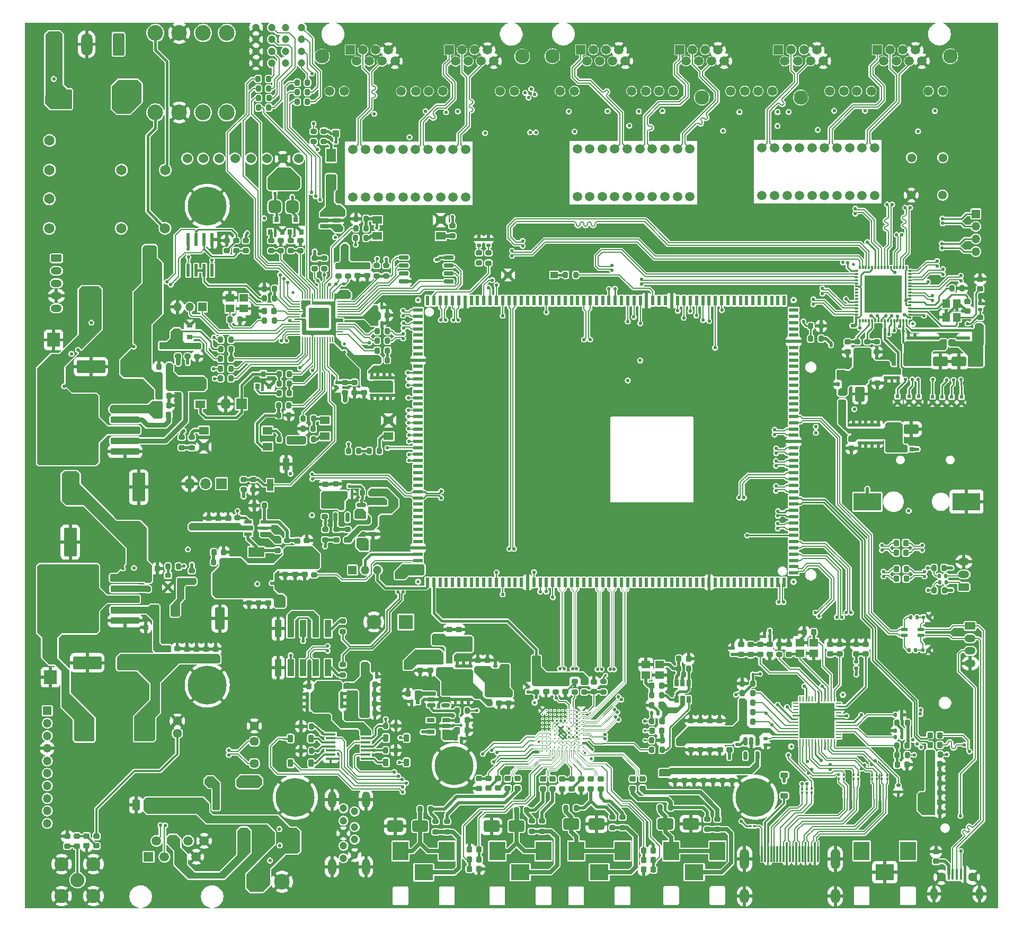
<source format=gtl>
G04 #@! TF.GenerationSoftware,KiCad,Pcbnew,8.0.0-rc1*
G04 #@! TF.CreationDate,2024-04-25T15:33:07+03:00*
G04 #@! TF.ProjectId,MXVR_3568_V4.0,4d585652-5f33-4353-9638-5f56342e302e,REV1*
G04 #@! TF.SameCoordinates,Original*
G04 #@! TF.FileFunction,Copper,L1,Top*
G04 #@! TF.FilePolarity,Positive*
%FSLAX46Y46*%
G04 Gerber Fmt 4.6, Leading zero omitted, Abs format (unit mm)*
G04 Created by KiCad (PCBNEW 8.0.0-rc1) date 2024-04-25 15:33:07*
%MOMM*%
%LPD*%
G01*
G04 APERTURE LIST*
G04 Aperture macros list*
%AMRoundRect*
0 Rectangle with rounded corners*
0 $1 Rounding radius*
0 $2 $3 $4 $5 $6 $7 $8 $9 X,Y pos of 4 corners*
0 Add a 4 corners polygon primitive as box body*
4,1,4,$2,$3,$4,$5,$6,$7,$8,$9,$2,$3,0*
0 Add four circle primitives for the rounded corners*
1,1,$1+$1,$2,$3*
1,1,$1+$1,$4,$5*
1,1,$1+$1,$6,$7*
1,1,$1+$1,$8,$9*
0 Add four rect primitives between the rounded corners*
20,1,$1+$1,$2,$3,$4,$5,0*
20,1,$1+$1,$4,$5,$6,$7,0*
20,1,$1+$1,$6,$7,$8,$9,0*
20,1,$1+$1,$8,$9,$2,$3,0*%
%AMFreePoly0*
4,1,12,-0.135000,0.225000,0.135000,0.225000,0.135000,-0.090000,0.124724,-0.141662,0.095459,-0.185459,0.051662,-0.214724,0.000000,-0.225000,-0.051662,-0.214724,-0.095459,-0.185459,-0.124724,-0.141662,-0.135000,-0.090000,-0.135000,0.225000,-0.135000,0.225000,$1*%
%AMFreePoly1*
4,1,5,3.000000,-3.000000,-3.000000,-3.000000,-3.000000,3.000000,3.000000,3.000000,3.000000,-3.000000,3.000000,-3.000000,$1*%
G04 Aperture macros list end*
G04 #@! TA.AperFunction,SMDPad,CuDef*
%ADD10RoundRect,0.200000X-0.200000X-0.275000X0.200000X-0.275000X0.200000X0.275000X-0.200000X0.275000X0*%
G04 #@! TD*
G04 #@! TA.AperFunction,SMDPad,CuDef*
%ADD11RoundRect,0.225000X0.250000X-0.225000X0.250000X0.225000X-0.250000X0.225000X-0.250000X-0.225000X0*%
G04 #@! TD*
G04 #@! TA.AperFunction,SMDPad,CuDef*
%ADD12RoundRect,0.140000X0.170000X-0.140000X0.170000X0.140000X-0.170000X0.140000X-0.170000X-0.140000X0*%
G04 #@! TD*
G04 #@! TA.AperFunction,SMDPad,CuDef*
%ADD13RoundRect,0.140000X-0.170000X0.140000X-0.170000X-0.140000X0.170000X-0.140000X0.170000X0.140000X0*%
G04 #@! TD*
G04 #@! TA.AperFunction,SMDPad,CuDef*
%ADD14RoundRect,0.200000X0.200000X0.275000X-0.200000X0.275000X-0.200000X-0.275000X0.200000X-0.275000X0*%
G04 #@! TD*
G04 #@! TA.AperFunction,SMDPad,CuDef*
%ADD15RoundRect,0.140000X-0.140000X-0.170000X0.140000X-0.170000X0.140000X0.170000X-0.140000X0.170000X0*%
G04 #@! TD*
G04 #@! TA.AperFunction,SMDPad,CuDef*
%ADD16RoundRect,0.135000X0.185000X-0.135000X0.185000X0.135000X-0.185000X0.135000X-0.185000X-0.135000X0*%
G04 #@! TD*
G04 #@! TA.AperFunction,SMDPad,CuDef*
%ADD17RoundRect,0.200000X0.275000X-0.200000X0.275000X0.200000X-0.275000X0.200000X-0.275000X-0.200000X0*%
G04 #@! TD*
G04 #@! TA.AperFunction,SMDPad,CuDef*
%ADD18C,0.500000*%
G04 #@! TD*
G04 #@! TA.AperFunction,ComponentPad*
%ADD19C,1.500000*%
G04 #@! TD*
G04 #@! TA.AperFunction,SMDPad,CuDef*
%ADD20R,1.000000X1.000000*%
G04 #@! TD*
G04 #@! TA.AperFunction,SMDPad,CuDef*
%ADD21RoundRect,0.225000X-0.250000X0.225000X-0.250000X-0.225000X0.250000X-0.225000X0.250000X0.225000X0*%
G04 #@! TD*
G04 #@! TA.AperFunction,SMDPad,CuDef*
%ADD22RoundRect,0.135000X0.135000X0.185000X-0.135000X0.185000X-0.135000X-0.185000X0.135000X-0.185000X0*%
G04 #@! TD*
G04 #@! TA.AperFunction,SMDPad,CuDef*
%ADD23RoundRect,0.200000X-0.275000X0.200000X-0.275000X-0.200000X0.275000X-0.200000X0.275000X0.200000X0*%
G04 #@! TD*
G04 #@! TA.AperFunction,ComponentPad*
%ADD24C,1.381000*%
G04 #@! TD*
G04 #@! TA.AperFunction,SMDPad,CuDef*
%ADD25R,0.200000X0.600000*%
G04 #@! TD*
G04 #@! TA.AperFunction,SMDPad,CuDef*
%ADD26R,0.400000X1.400000*%
G04 #@! TD*
G04 #@! TA.AperFunction,SMDPad,CuDef*
%ADD27R,1.150000X1.650000*%
G04 #@! TD*
G04 #@! TA.AperFunction,SMDPad,CuDef*
%ADD28RoundRect,0.062500X0.062500X-0.375000X0.062500X0.375000X-0.062500X0.375000X-0.062500X-0.375000X0*%
G04 #@! TD*
G04 #@! TA.AperFunction,SMDPad,CuDef*
%ADD29RoundRect,0.062500X0.375000X-0.062500X0.375000X0.062500X-0.375000X0.062500X-0.375000X-0.062500X0*%
G04 #@! TD*
G04 #@! TA.AperFunction,SMDPad,CuDef*
%ADD30R,5.600000X5.600000*%
G04 #@! TD*
G04 #@! TA.AperFunction,SMDPad,CuDef*
%ADD31R,1.300000X3.000000*%
G04 #@! TD*
G04 #@! TA.AperFunction,SMDPad,CuDef*
%ADD32R,0.650000X0.700000*%
G04 #@! TD*
G04 #@! TA.AperFunction,SMDPad,CuDef*
%ADD33RoundRect,0.225000X-0.225000X-0.375000X0.225000X-0.375000X0.225000X0.375000X-0.225000X0.375000X0*%
G04 #@! TD*
G04 #@! TA.AperFunction,SMDPad,CuDef*
%ADD34RoundRect,0.135000X-0.135000X-0.185000X0.135000X-0.185000X0.135000X0.185000X-0.135000X0.185000X0*%
G04 #@! TD*
G04 #@! TA.AperFunction,SMDPad,CuDef*
%ADD35R,1.500000X0.600000*%
G04 #@! TD*
G04 #@! TA.AperFunction,SMDPad,CuDef*
%ADD36R,0.600000X1.500000*%
G04 #@! TD*
G04 #@! TA.AperFunction,SMDPad,CuDef*
%ADD37RoundRect,0.225000X0.225000X0.250000X-0.225000X0.250000X-0.225000X-0.250000X0.225000X-0.250000X0*%
G04 #@! TD*
G04 #@! TA.AperFunction,ComponentPad*
%ADD38R,2.310000X2.310000*%
G04 #@! TD*
G04 #@! TA.AperFunction,ComponentPad*
%ADD39C,2.310000*%
G04 #@! TD*
G04 #@! TA.AperFunction,SMDPad,CuDef*
%ADD40RoundRect,0.225000X-0.225000X-0.250000X0.225000X-0.250000X0.225000X0.250000X-0.225000X0.250000X0*%
G04 #@! TD*
G04 #@! TA.AperFunction,SMDPad,CuDef*
%ADD41RoundRect,0.150000X-0.512500X-0.150000X0.512500X-0.150000X0.512500X0.150000X-0.512500X0.150000X0*%
G04 #@! TD*
G04 #@! TA.AperFunction,ComponentPad*
%ADD42C,1.200000*%
G04 #@! TD*
G04 #@! TA.AperFunction,SMDPad,CuDef*
%ADD43RoundRect,0.100000X-0.100000X0.130000X-0.100000X-0.130000X0.100000X-0.130000X0.100000X0.130000X0*%
G04 #@! TD*
G04 #@! TA.AperFunction,SMDPad,CuDef*
%ADD44R,1.000000X2.750000*%
G04 #@! TD*
G04 #@! TA.AperFunction,SMDPad,CuDef*
%ADD45RoundRect,0.250000X-1.000000X-0.650000X1.000000X-0.650000X1.000000X0.650000X-1.000000X0.650000X0*%
G04 #@! TD*
G04 #@! TA.AperFunction,SMDPad,CuDef*
%ADD46R,0.800000X0.900000*%
G04 #@! TD*
G04 #@! TA.AperFunction,SMDPad,CuDef*
%ADD47R,0.900000X0.800000*%
G04 #@! TD*
G04 #@! TA.AperFunction,SMDPad,CuDef*
%ADD48R,0.600000X0.550000*%
G04 #@! TD*
G04 #@! TA.AperFunction,SMDPad,CuDef*
%ADD49RoundRect,0.135000X-0.185000X0.135000X-0.185000X-0.135000X0.185000X-0.135000X0.185000X0.135000X0*%
G04 #@! TD*
G04 #@! TA.AperFunction,SMDPad,CuDef*
%ADD50R,1.500000X1.250000*%
G04 #@! TD*
G04 #@! TA.AperFunction,ComponentPad*
%ADD51R,1.500000X1.500000*%
G04 #@! TD*
G04 #@! TA.AperFunction,ComponentPad*
%ADD52C,2.300000*%
G04 #@! TD*
G04 #@! TA.AperFunction,ComponentPad*
%ADD53RoundRect,0.250000X-0.625000X0.350000X-0.625000X-0.350000X0.625000X-0.350000X0.625000X0.350000X0*%
G04 #@! TD*
G04 #@! TA.AperFunction,ComponentPad*
%ADD54O,1.750000X1.200000*%
G04 #@! TD*
G04 #@! TA.AperFunction,ComponentPad*
%ADD55R,1.350000X1.350000*%
G04 #@! TD*
G04 #@! TA.AperFunction,ComponentPad*
%ADD56O,1.350000X1.350000*%
G04 #@! TD*
G04 #@! TA.AperFunction,ComponentPad*
%ADD57R,2.500000X3.000000*%
G04 #@! TD*
G04 #@! TA.AperFunction,ComponentPad*
%ADD58R,3.000000X2.500000*%
G04 #@! TD*
G04 #@! TA.AperFunction,SMDPad,CuDef*
%ADD59RoundRect,0.140000X0.140000X0.170000X-0.140000X0.170000X-0.140000X-0.170000X0.140000X-0.170000X0*%
G04 #@! TD*
G04 #@! TA.AperFunction,SMDPad,CuDef*
%ADD60R,0.550000X0.600000*%
G04 #@! TD*
G04 #@! TA.AperFunction,SMDPad,CuDef*
%ADD61RoundRect,0.218750X0.256250X-0.218750X0.256250X0.218750X-0.256250X0.218750X-0.256250X-0.218750X0*%
G04 #@! TD*
G04 #@! TA.AperFunction,SMDPad,CuDef*
%ADD62RoundRect,0.050000X-0.050000X0.387500X-0.050000X-0.387500X0.050000X-0.387500X0.050000X0.387500X0*%
G04 #@! TD*
G04 #@! TA.AperFunction,SMDPad,CuDef*
%ADD63RoundRect,0.050000X-0.387500X0.050000X-0.387500X-0.050000X0.387500X-0.050000X0.387500X0.050000X0*%
G04 #@! TD*
G04 #@! TA.AperFunction,ComponentPad*
%ADD64C,0.600000*%
G04 #@! TD*
G04 #@! TA.AperFunction,SMDPad,CuDef*
%ADD65RoundRect,0.144000X-1.456000X1.456000X-1.456000X-1.456000X1.456000X-1.456000X1.456000X1.456000X0*%
G04 #@! TD*
G04 #@! TA.AperFunction,ComponentPad*
%ADD66C,0.900000*%
G04 #@! TD*
G04 #@! TA.AperFunction,ComponentPad*
%ADD67C,6.200000*%
G04 #@! TD*
G04 #@! TA.AperFunction,SMDPad,CuDef*
%ADD68RoundRect,0.500000X0.500000X-0.500000X0.500000X0.500000X-0.500000X0.500000X-0.500000X-0.500000X0*%
G04 #@! TD*
G04 #@! TA.AperFunction,SMDPad,CuDef*
%ADD69RoundRect,0.500000X-0.500000X0.500000X-0.500000X-0.500000X0.500000X-0.500000X0.500000X0.500000X0*%
G04 #@! TD*
G04 #@! TA.AperFunction,SMDPad,CuDef*
%ADD70RoundRect,0.100000X0.130000X0.100000X-0.130000X0.100000X-0.130000X-0.100000X0.130000X-0.100000X0*%
G04 #@! TD*
G04 #@! TA.AperFunction,SMDPad,CuDef*
%ADD71RoundRect,0.250000X1.000000X0.650000X-1.000000X0.650000X-1.000000X-0.650000X1.000000X-0.650000X0*%
G04 #@! TD*
G04 #@! TA.AperFunction,SMDPad,CuDef*
%ADD72R,2.170000X1.120000*%
G04 #@! TD*
G04 #@! TA.AperFunction,SMDPad,CuDef*
%ADD73R,0.850000X0.850000*%
G04 #@! TD*
G04 #@! TA.AperFunction,ComponentPad*
%ADD74C,1.650000*%
G04 #@! TD*
G04 #@! TA.AperFunction,SMDPad,CuDef*
%ADD75RoundRect,0.218750X0.218750X0.256250X-0.218750X0.256250X-0.218750X-0.256250X0.218750X-0.256250X0*%
G04 #@! TD*
G04 #@! TA.AperFunction,SMDPad,CuDef*
%ADD76FreePoly0,0.000000*%
G04 #@! TD*
G04 #@! TA.AperFunction,SMDPad,CuDef*
%ADD77FreePoly0,90.000000*%
G04 #@! TD*
G04 #@! TA.AperFunction,SMDPad,CuDef*
%ADD78FreePoly0,180.000000*%
G04 #@! TD*
G04 #@! TA.AperFunction,SMDPad,CuDef*
%ADD79FreePoly0,270.000000*%
G04 #@! TD*
G04 #@! TA.AperFunction,SMDPad,CuDef*
%ADD80FreePoly1,0.000000*%
G04 #@! TD*
G04 #@! TA.AperFunction,SMDPad,CuDef*
%ADD81R,1.200000X1.400000*%
G04 #@! TD*
G04 #@! TA.AperFunction,ComponentPad*
%ADD82R,1.700000X1.700000*%
G04 #@! TD*
G04 #@! TA.AperFunction,ComponentPad*
%ADD83O,1.700000X1.700000*%
G04 #@! TD*
G04 #@! TA.AperFunction,SMDPad,CuDef*
%ADD84R,1.400000X1.200000*%
G04 #@! TD*
G04 #@! TA.AperFunction,SMDPad,CuDef*
%ADD85RoundRect,0.250001X0.799999X-2.049999X0.799999X2.049999X-0.799999X2.049999X-0.799999X-2.049999X0*%
G04 #@! TD*
G04 #@! TA.AperFunction,ComponentPad*
%ADD86C,2.250000*%
G04 #@! TD*
G04 #@! TA.AperFunction,SMDPad,CuDef*
%ADD87RoundRect,0.250001X1.999999X0.799999X-1.999999X0.799999X-1.999999X-0.799999X1.999999X-0.799999X0*%
G04 #@! TD*
G04 #@! TA.AperFunction,SMDPad,CuDef*
%ADD88RoundRect,0.100000X0.100000X-0.130000X0.100000X0.130000X-0.100000X0.130000X-0.100000X-0.130000X0*%
G04 #@! TD*
G04 #@! TA.AperFunction,SMDPad,CuDef*
%ADD89RoundRect,0.041300X0.253700X-0.943700X0.253700X0.943700X-0.253700X0.943700X-0.253700X-0.943700X0*%
G04 #@! TD*
G04 #@! TA.AperFunction,ComponentPad*
%ADD90RoundRect,0.250000X0.625000X-0.350000X0.625000X0.350000X-0.625000X0.350000X-0.625000X-0.350000X0*%
G04 #@! TD*
G04 #@! TA.AperFunction,SMDPad,CuDef*
%ADD91RoundRect,0.250001X-0.799999X2.049999X-0.799999X-2.049999X0.799999X-2.049999X0.799999X2.049999X0*%
G04 #@! TD*
G04 #@! TA.AperFunction,SMDPad,CuDef*
%ADD92R,1.200000X1.000000*%
G04 #@! TD*
G04 #@! TA.AperFunction,ComponentPad*
%ADD93RoundRect,0.250000X0.650000X1.550000X-0.650000X1.550000X-0.650000X-1.550000X0.650000X-1.550000X0*%
G04 #@! TD*
G04 #@! TA.AperFunction,ComponentPad*
%ADD94O,1.800000X3.600000*%
G04 #@! TD*
G04 #@! TA.AperFunction,SMDPad,CuDef*
%ADD95R,0.400000X1.745000*%
G04 #@! TD*
G04 #@! TA.AperFunction,ComponentPad*
%ADD96O,1.200000X1.900000*%
G04 #@! TD*
G04 #@! TA.AperFunction,ComponentPad*
%ADD97C,1.450000*%
G04 #@! TD*
G04 #@! TA.AperFunction,SMDPad,CuDef*
%ADD98RoundRect,0.250001X-0.924999X-0.499999X0.924999X-0.499999X0.924999X0.499999X-0.924999X0.499999X0*%
G04 #@! TD*
G04 #@! TA.AperFunction,SMDPad,CuDef*
%ADD99RoundRect,0.250000X-0.550000X1.500000X-0.550000X-1.500000X0.550000X-1.500000X0.550000X1.500000X0*%
G04 #@! TD*
G04 #@! TA.AperFunction,SMDPad,CuDef*
%ADD100RoundRect,0.250000X2.050000X0.300000X-2.050000X0.300000X-2.050000X-0.300000X2.050000X-0.300000X0*%
G04 #@! TD*
G04 #@! TA.AperFunction,SMDPad,CuDef*
%ADD101RoundRect,0.250000X2.025000X2.375000X-2.025000X2.375000X-2.025000X-2.375000X2.025000X-2.375000X0*%
G04 #@! TD*
G04 #@! TA.AperFunction,SMDPad,CuDef*
%ADD102RoundRect,0.250002X4.449998X5.149998X-4.449998X5.149998X-4.449998X-5.149998X4.449998X-5.149998X0*%
G04 #@! TD*
G04 #@! TA.AperFunction,SMDPad,CuDef*
%ADD103R,0.400000X0.510000*%
G04 #@! TD*
G04 #@! TA.AperFunction,ComponentPad*
%ADD104RoundRect,0.250000X-0.350000X-0.625000X0.350000X-0.625000X0.350000X0.625000X-0.350000X0.625000X0*%
G04 #@! TD*
G04 #@! TA.AperFunction,ComponentPad*
%ADD105O,1.200000X1.750000*%
G04 #@! TD*
G04 #@! TA.AperFunction,ComponentPad*
%ADD106C,2.500000*%
G04 #@! TD*
G04 #@! TA.AperFunction,SMDPad,CuDef*
%ADD107RoundRect,0.150000X-0.587500X-0.150000X0.587500X-0.150000X0.587500X0.150000X-0.587500X0.150000X0*%
G04 #@! TD*
G04 #@! TA.AperFunction,SMDPad,CuDef*
%ADD108RoundRect,0.147500X-0.172500X0.147500X-0.172500X-0.147500X0.172500X-0.147500X0.172500X0.147500X0*%
G04 #@! TD*
G04 #@! TA.AperFunction,SMDPad,CuDef*
%ADD109R,0.650000X1.125000*%
G04 #@! TD*
G04 #@! TA.AperFunction,SMDPad,CuDef*
%ADD110R,1.050000X0.600000*%
G04 #@! TD*
G04 #@! TA.AperFunction,SMDPad,CuDef*
%ADD111R,4.400000X2.800000*%
G04 #@! TD*
G04 #@! TA.AperFunction,SMDPad,CuDef*
%ADD112RoundRect,0.150000X-0.150000X0.512500X-0.150000X-0.512500X0.150000X-0.512500X0.150000X0.512500X0*%
G04 #@! TD*
G04 #@! TA.AperFunction,SMDPad,CuDef*
%ADD113R,3.000000X3.500000*%
G04 #@! TD*
G04 #@! TA.AperFunction,SMDPad,CuDef*
%ADD114RoundRect,0.150000X-0.650000X-0.150000X0.650000X-0.150000X0.650000X0.150000X-0.650000X0.150000X0*%
G04 #@! TD*
G04 #@! TA.AperFunction,SMDPad,CuDef*
%ADD115RoundRect,0.218750X-0.256250X0.218750X-0.256250X-0.218750X0.256250X-0.218750X0.256250X0.218750X0*%
G04 #@! TD*
G04 #@! TA.AperFunction,SMDPad,CuDef*
%ADD116RoundRect,0.225000X0.225000X0.375000X-0.225000X0.375000X-0.225000X-0.375000X0.225000X-0.375000X0*%
G04 #@! TD*
G04 #@! TA.AperFunction,SMDPad,CuDef*
%ADD117RoundRect,0.250001X0.924999X0.499999X-0.924999X0.499999X-0.924999X-0.499999X0.924999X-0.499999X0*%
G04 #@! TD*
G04 #@! TA.AperFunction,SMDPad,CuDef*
%ADD118R,2.500000X1.500000*%
G04 #@! TD*
G04 #@! TA.AperFunction,SMDPad,CuDef*
%ADD119R,1.250000X0.650000*%
G04 #@! TD*
G04 #@! TA.AperFunction,SMDPad,CuDef*
%ADD120C,0.300000*%
G04 #@! TD*
G04 #@! TA.AperFunction,SMDPad,CuDef*
%ADD121RoundRect,0.225000X0.375000X-0.225000X0.375000X0.225000X-0.375000X0.225000X-0.375000X-0.225000X0*%
G04 #@! TD*
G04 #@! TA.AperFunction,SMDPad,CuDef*
%ADD122R,1.200000X0.600000*%
G04 #@! TD*
G04 #@! TA.AperFunction,SMDPad,CuDef*
%ADD123R,1.600000X0.350000*%
G04 #@! TD*
G04 #@! TA.AperFunction,SMDPad,CuDef*
%ADD124RoundRect,0.500000X0.200000X0.150000X-0.200000X0.150000X-0.200000X-0.150000X0.200000X-0.150000X0*%
G04 #@! TD*
G04 #@! TA.AperFunction,SMDPad,CuDef*
%ADD125R,1.000000X1.900000*%
G04 #@! TD*
G04 #@! TA.AperFunction,SMDPad,CuDef*
%ADD126RoundRect,0.250001X-0.499999X0.924999X-0.499999X-0.924999X0.499999X-0.924999X0.499999X0.924999X0*%
G04 #@! TD*
G04 #@! TA.AperFunction,SMDPad,CuDef*
%ADD127R,2.050000X2.250000*%
G04 #@! TD*
G04 #@! TA.AperFunction,SMDPad,CuDef*
%ADD128R,1.500000X2.120000*%
G04 #@! TD*
G04 #@! TA.AperFunction,SMDPad,CuDef*
%ADD129R,1.650000X1.150000*%
G04 #@! TD*
G04 #@! TA.AperFunction,SMDPad,CuDef*
%ADD130R,0.300000X2.600000*%
G04 #@! TD*
G04 #@! TA.AperFunction,ComponentPad*
%ADD131O,1.500000X3.300000*%
G04 #@! TD*
G04 #@! TA.AperFunction,ComponentPad*
%ADD132O,1.500000X2.300000*%
G04 #@! TD*
G04 #@! TA.AperFunction,SMDPad,CuDef*
%ADD133RoundRect,0.150000X0.150000X-0.587500X0.150000X0.587500X-0.150000X0.587500X-0.150000X-0.587500X0*%
G04 #@! TD*
G04 #@! TA.AperFunction,ComponentPad*
%ADD134O,3.200000X2.000000*%
G04 #@! TD*
G04 #@! TA.AperFunction,ComponentPad*
%ADD135O,1.300000X2.600000*%
G04 #@! TD*
G04 #@! TA.AperFunction,ComponentPad*
%ADD136C,1.524000*%
G04 #@! TD*
G04 #@! TA.AperFunction,ViaPad*
%ADD137C,0.550000*%
G04 #@! TD*
G04 #@! TA.AperFunction,ViaPad*
%ADD138C,0.400000*%
G04 #@! TD*
G04 #@! TA.AperFunction,Conductor*
%ADD139C,0.200000*%
G04 #@! TD*
G04 #@! TA.AperFunction,Conductor*
%ADD140C,0.508000*%
G04 #@! TD*
G04 #@! TA.AperFunction,Conductor*
%ADD141C,0.381000*%
G04 #@! TD*
G04 #@! TA.AperFunction,Conductor*
%ADD142C,0.300000*%
G04 #@! TD*
G04 #@! TA.AperFunction,Conductor*
%ADD143C,0.762000*%
G04 #@! TD*
G04 #@! TA.AperFunction,Conductor*
%ADD144C,0.100000*%
G04 #@! TD*
G04 #@! TA.AperFunction,Conductor*
%ADD145C,0.254000*%
G04 #@! TD*
G04 #@! TA.AperFunction,Conductor*
%ADD146C,0.120000*%
G04 #@! TD*
G04 #@! TA.AperFunction,Conductor*
%ADD147C,0.800000*%
G04 #@! TD*
G04 #@! TA.AperFunction,Conductor*
%ADD148C,1.000000*%
G04 #@! TD*
G04 #@! TA.AperFunction,Conductor*
%ADD149C,0.635000*%
G04 #@! TD*
G04 #@! TA.AperFunction,Conductor*
%ADD150C,0.500000*%
G04 #@! TD*
G04 #@! TA.AperFunction,Conductor*
%ADD151C,0.180000*%
G04 #@! TD*
G04 #@! TA.AperFunction,Conductor*
%ADD152C,0.218400*%
G04 #@! TD*
G04 #@! TA.AperFunction,Conductor*
%ADD153C,0.177000*%
G04 #@! TD*
G04 #@! TA.AperFunction,Conductor*
%ADD154C,0.581000*%
G04 #@! TD*
G04 APERTURE END LIST*
D10*
X192485000Y-142700000D03*
X194135000Y-142700000D03*
D11*
X193470000Y-159775000D03*
X193470000Y-158225000D03*
D12*
X192170000Y-77110000D03*
X192170000Y-76150000D03*
D13*
X117690000Y-132970000D03*
X117690000Y-133930000D03*
D12*
X182270000Y-91040000D03*
X182270000Y-90080000D03*
D14*
X105815000Y-78165000D03*
X104165000Y-78165000D03*
D15*
X103930000Y-71270000D03*
X104890000Y-71270000D03*
D16*
X166230000Y-141160000D03*
X166230000Y-140140000D03*
D15*
X103940000Y-73770000D03*
X104900000Y-73770000D03*
D17*
X88790000Y-62225711D03*
X88790000Y-60575711D03*
D10*
X134345000Y-151242500D03*
X135995000Y-151242500D03*
D18*
X180290000Y-64440000D03*
D19*
X100300000Y-53650000D03*
X102300000Y-53650000D03*
X104300000Y-53650000D03*
X106300000Y-53650000D03*
X108300000Y-53650000D03*
X110300000Y-53650000D03*
X112300000Y-53650000D03*
X114300000Y-53650000D03*
X116300000Y-53650000D03*
X118300000Y-53650000D03*
X118300000Y-46030000D03*
X116300000Y-46030000D03*
X114300000Y-46030000D03*
X112300000Y-46030000D03*
X110300000Y-46030000D03*
X108300000Y-46030000D03*
X106300000Y-46030000D03*
X104300000Y-46030000D03*
X102300000Y-46030000D03*
X100300000Y-46030000D03*
D20*
X65140000Y-37720000D03*
D21*
X86770000Y-116975000D03*
X86770000Y-118525000D03*
D22*
X188020000Y-136400000D03*
X187000000Y-136400000D03*
D13*
X184270000Y-91970000D03*
X184270000Y-92930000D03*
D10*
X88410000Y-86940000D03*
X90060000Y-86940000D03*
D17*
X91870000Y-62225000D03*
X91870000Y-60575000D03*
D23*
X84340000Y-98760000D03*
X84340000Y-100410000D03*
D24*
X189540000Y-53340000D03*
X194540000Y-53340000D03*
D14*
X72395000Y-112670000D03*
X70745000Y-112670000D03*
D21*
X70670000Y-125800000D03*
X70670000Y-127350000D03*
D25*
X178840000Y-149270000D03*
X179340000Y-149270000D03*
D26*
X179840000Y-148870000D03*
D25*
X180340000Y-149270000D03*
X180840000Y-149270000D03*
X180840000Y-148470000D03*
X180340000Y-148470000D03*
X179340000Y-148470000D03*
X178840000Y-148470000D03*
D27*
X68577500Y-119695000D03*
X71877500Y-119695000D03*
D18*
X189770000Y-73910000D03*
D12*
X123070000Y-129505000D03*
X123070000Y-128545000D03*
D20*
X67890000Y-62480000D03*
D10*
X193195000Y-116450000D03*
X194845000Y-116450000D03*
D28*
X171712500Y-140727500D03*
X172212500Y-140727500D03*
X172712500Y-140727500D03*
X173212500Y-140727500D03*
X173712500Y-140727500D03*
X174212500Y-140727500D03*
X174712500Y-140727500D03*
X175212500Y-140727500D03*
X175712500Y-140727500D03*
X176212500Y-140727500D03*
X176712500Y-140727500D03*
X177212500Y-140727500D03*
D29*
X177900000Y-140040000D03*
X177900000Y-139540000D03*
X177900000Y-139040000D03*
X177900000Y-138540000D03*
X177900000Y-138040000D03*
X177900000Y-137540000D03*
X177900000Y-137040000D03*
X177900000Y-136540000D03*
X177900000Y-136040000D03*
X177900000Y-135540000D03*
X177900000Y-135040000D03*
X177900000Y-134540000D03*
D28*
X177212500Y-133852500D03*
X176712500Y-133852500D03*
X176212500Y-133852500D03*
X175712500Y-133852500D03*
X175212500Y-133852500D03*
X174712500Y-133852500D03*
X174212500Y-133852500D03*
X173712500Y-133852500D03*
X173212500Y-133852500D03*
X172712500Y-133852500D03*
X172212500Y-133852500D03*
X171712500Y-133852500D03*
D29*
X171025000Y-134540000D03*
X171025000Y-135040000D03*
X171025000Y-135540000D03*
X171025000Y-136040000D03*
X171025000Y-136540000D03*
X171025000Y-137040000D03*
X171025000Y-137540000D03*
X171025000Y-138040000D03*
X171025000Y-138540000D03*
X171025000Y-139040000D03*
X171025000Y-139540000D03*
X171025000Y-140040000D03*
D30*
X174462500Y-137290000D03*
D21*
X72210000Y-125800000D03*
X72210000Y-127350000D03*
D31*
X82915000Y-156430000D03*
X90715000Y-156430000D03*
D32*
X195975000Y-76790000D03*
X194625000Y-76790000D03*
D11*
X139880000Y-148195000D03*
X139880000Y-146645000D03*
D21*
X134210000Y-131110000D03*
X134210000Y-132660000D03*
D33*
X90300000Y-140170000D03*
X93600000Y-140170000D03*
D34*
X189400000Y-120790000D03*
X190420000Y-120790000D03*
D20*
X68590000Y-131080000D03*
D35*
X170710000Y-113700000D03*
X170710000Y-112700000D03*
X170710000Y-111700000D03*
X170710000Y-110700000D03*
X170710000Y-109700000D03*
X170710000Y-108700000D03*
X170710000Y-107700000D03*
X170710000Y-106700000D03*
X170710000Y-105700000D03*
X170710000Y-104700000D03*
X170710000Y-103700000D03*
X170710000Y-102700000D03*
X170710000Y-101700000D03*
X170710000Y-100700000D03*
X170710000Y-99700000D03*
X170710000Y-98700000D03*
X170710000Y-97700000D03*
X170710000Y-96700000D03*
X170710000Y-95700000D03*
X170710000Y-94700000D03*
X170710000Y-93700000D03*
X170710000Y-92700000D03*
X170710000Y-91700000D03*
X170710000Y-90700000D03*
X170710000Y-89700000D03*
X170710000Y-88700000D03*
X170710000Y-87700000D03*
X170710000Y-86700000D03*
X170710000Y-85700000D03*
X170710000Y-84700000D03*
X170710000Y-83700000D03*
X170710000Y-82700000D03*
X170710000Y-81700000D03*
X170710000Y-80700000D03*
X170710000Y-79700000D03*
X170710000Y-78700000D03*
X170710000Y-77700000D03*
X170710000Y-76700000D03*
X170710000Y-75700000D03*
X170710000Y-74700000D03*
X170710000Y-73700000D03*
X170710000Y-72700000D03*
X170710000Y-71700000D03*
D36*
X169210000Y-70200000D03*
X168210000Y-70200000D03*
X167210000Y-70200000D03*
X166210000Y-70200000D03*
X165210000Y-70200000D03*
X164210000Y-70200000D03*
X163210000Y-70200000D03*
X162210000Y-70200000D03*
X161210000Y-70200000D03*
X160210000Y-70200000D03*
X159210000Y-70200000D03*
X158210000Y-70200000D03*
X157210000Y-70200000D03*
X156210000Y-70200000D03*
X155210000Y-70200000D03*
X154210000Y-70200000D03*
X153210000Y-70200000D03*
X152210000Y-70200000D03*
X151210000Y-70200000D03*
X150210000Y-70200000D03*
X149210000Y-70200000D03*
X148210000Y-70200000D03*
X147210000Y-70200000D03*
X146210000Y-70200000D03*
X145210000Y-70200000D03*
X144210000Y-70200000D03*
X143210000Y-70200000D03*
X142210000Y-70200000D03*
X141210000Y-70200000D03*
X140210000Y-70200000D03*
X139210000Y-70200000D03*
X138210000Y-70200000D03*
X137210000Y-70200000D03*
X136210000Y-70200000D03*
X135210000Y-70200000D03*
X134210000Y-70200000D03*
X133210000Y-70200000D03*
X132210000Y-70200000D03*
X131210000Y-70200000D03*
X130210000Y-70200000D03*
X129210000Y-70200000D03*
X128210000Y-70200000D03*
X127210000Y-70200000D03*
X126210000Y-70200000D03*
X125210000Y-70200000D03*
X124210000Y-70200000D03*
X123210000Y-70200000D03*
X122210000Y-70200000D03*
X121210000Y-70200000D03*
X120210000Y-70200000D03*
X119210000Y-70200000D03*
X118210000Y-70200000D03*
X117210000Y-70200000D03*
X116210000Y-70200000D03*
X115210000Y-70200000D03*
X114210000Y-70200000D03*
X113210000Y-70200000D03*
X112210000Y-70200000D03*
D35*
X110710000Y-71700000D03*
X110710000Y-72700000D03*
X110710000Y-73700000D03*
X110710000Y-74700000D03*
X110710000Y-75700000D03*
X110710000Y-76700000D03*
X110710000Y-77700000D03*
X110710000Y-78700000D03*
X110710000Y-79700000D03*
X110710000Y-80700000D03*
X110710000Y-81700000D03*
X110710000Y-82700000D03*
X110710000Y-83700000D03*
X110710000Y-84700000D03*
X110710000Y-85700000D03*
X110710000Y-86700000D03*
X110710000Y-87700000D03*
X110710000Y-88700000D03*
X110710000Y-89700000D03*
X110710000Y-90700000D03*
X110710000Y-91700000D03*
X110710000Y-92700000D03*
X110710000Y-93700000D03*
X110710000Y-94700000D03*
X110710000Y-95700000D03*
X110710000Y-96700000D03*
X110710000Y-97700000D03*
X110710000Y-98700000D03*
X110710000Y-99700000D03*
X110710000Y-100700000D03*
X110710000Y-101700000D03*
X110710000Y-102700000D03*
X110710000Y-103700000D03*
X110710000Y-104700000D03*
X110710000Y-105700000D03*
X110710000Y-106700000D03*
X110710000Y-107700000D03*
X110710000Y-108700000D03*
X110710000Y-109700000D03*
X110710000Y-110700000D03*
X110710000Y-111700000D03*
X110710000Y-112700000D03*
X110710000Y-113700000D03*
D36*
X112210000Y-115200000D03*
X113210000Y-115200000D03*
X114210000Y-115200000D03*
X115210000Y-115200000D03*
X116210000Y-115200000D03*
X117210000Y-115200000D03*
X118210000Y-115200000D03*
X119210000Y-115200000D03*
X120210000Y-115200000D03*
X121210000Y-115200000D03*
X122210000Y-115200000D03*
X123210000Y-115200000D03*
X124210000Y-115200000D03*
X125210000Y-115200000D03*
X126210000Y-115200000D03*
X127210000Y-115200000D03*
X128210000Y-115200000D03*
X129210000Y-115200000D03*
X130210000Y-115200000D03*
X131210000Y-115200000D03*
X132210000Y-115200000D03*
X133210000Y-115200000D03*
X134210000Y-115200000D03*
X135210000Y-115200000D03*
X136210000Y-115200000D03*
X137210000Y-115200000D03*
X138210000Y-115200000D03*
X139210000Y-115200000D03*
X140210000Y-115200000D03*
X141210000Y-115200000D03*
X142210000Y-115200000D03*
X143210000Y-115200000D03*
X144210000Y-115200000D03*
X145210000Y-115200000D03*
X146210000Y-115200000D03*
X147210000Y-115200000D03*
X148210000Y-115200000D03*
X149210000Y-115200000D03*
X150210000Y-115200000D03*
X151210000Y-115200000D03*
X152210000Y-115200000D03*
X153210000Y-115200000D03*
X154210000Y-115200000D03*
X155210000Y-115200000D03*
X156210000Y-115200000D03*
X157210000Y-115200000D03*
X158210000Y-115200000D03*
X159210000Y-115200000D03*
X160210000Y-115200000D03*
X161210000Y-115200000D03*
X162210000Y-115200000D03*
X163210000Y-115200000D03*
X164210000Y-115200000D03*
X165210000Y-115200000D03*
X166210000Y-115200000D03*
X167210000Y-115200000D03*
X168210000Y-115200000D03*
X169210000Y-115200000D03*
D17*
X130480000Y-154967500D03*
X130480000Y-153317500D03*
D13*
X116660000Y-132970000D03*
X116660000Y-133930000D03*
D10*
X85150000Y-34750000D03*
X86800000Y-34750000D03*
X85225000Y-37820000D03*
X86875000Y-37820000D03*
D17*
X120410000Y-64175000D03*
X120410000Y-62525000D03*
D37*
X120460000Y-160990000D03*
X118910000Y-160990000D03*
D11*
X120420000Y-148105000D03*
X120420000Y-146555000D03*
D38*
X108710000Y-121540000D03*
D39*
X103630000Y-121540000D03*
D40*
X104220000Y-72520000D03*
X105770000Y-72520000D03*
D41*
X112845000Y-132977500D03*
X112845000Y-133927500D03*
X112845000Y-134877500D03*
X115120000Y-134877500D03*
X115120000Y-132977500D03*
D11*
X73750000Y-127380000D03*
X73750000Y-125830000D03*
D21*
X184120000Y-81855000D03*
X184120000Y-83405000D03*
D12*
X117990000Y-129545000D03*
X117990000Y-128585000D03*
D37*
X148315000Y-158050000D03*
X146765000Y-158050000D03*
D42*
X89550000Y-26540000D03*
X92090000Y-26540000D03*
X89550000Y-28440000D03*
X92090000Y-28440000D03*
X89550000Y-30340000D03*
X92090000Y-30340000D03*
X89550000Y-32240000D03*
X92090000Y-32240000D03*
D17*
X104110000Y-66230000D03*
X104110000Y-64580000D03*
D37*
X149605000Y-134810000D03*
X148055000Y-134810000D03*
D24*
X189570000Y-47350000D03*
X194570000Y-47350000D03*
D43*
X184020000Y-145990000D03*
X184020000Y-146630000D03*
D37*
X70870000Y-82330000D03*
X69320000Y-82330000D03*
D21*
X154780000Y-145350000D03*
X154780000Y-146900000D03*
D18*
X178587500Y-133165000D03*
D44*
X88330000Y-122605000D03*
X88330000Y-128855000D03*
X90330000Y-122605000D03*
X90330000Y-128855000D03*
X92330000Y-122605000D03*
X92330000Y-128855000D03*
X94330000Y-122605000D03*
X94330000Y-128855000D03*
X96330000Y-122605000D03*
X96330000Y-128855000D03*
D45*
X122420000Y-154172500D03*
X126420000Y-154172500D03*
D11*
X169960000Y-126680000D03*
X169960000Y-125130000D03*
D17*
X97620000Y-108400000D03*
X97620000Y-106750000D03*
D46*
X87100000Y-59215711D03*
X89000000Y-59215711D03*
X88050000Y-57215711D03*
D10*
X99585000Y-94190000D03*
X101235000Y-94190000D03*
D15*
X97557500Y-134030000D03*
X98517500Y-134030000D03*
D12*
X189060000Y-77130000D03*
X189060000Y-76170000D03*
D42*
X84810000Y-26540000D03*
X87350000Y-26540000D03*
X84810000Y-28440000D03*
X87350000Y-28440000D03*
X84810000Y-30340000D03*
X87350000Y-30340000D03*
X84810000Y-32240000D03*
X87350000Y-32240000D03*
D47*
X70735000Y-114060000D03*
X70735000Y-115960000D03*
X72735000Y-115010000D03*
D18*
X138340000Y-143410000D03*
D48*
X192940000Y-85552500D03*
X192940000Y-86402500D03*
D23*
X105605000Y-64580000D03*
X105605000Y-66230000D03*
D12*
X119030000Y-129535000D03*
X119030000Y-128575000D03*
D11*
X91015000Y-113942500D03*
X91015000Y-112392500D03*
D21*
X151730000Y-145350000D03*
X151730000Y-146900000D03*
X157820000Y-145350000D03*
X157820000Y-146900000D03*
D40*
X192535000Y-141170000D03*
X194085000Y-141170000D03*
D11*
X67520000Y-116265000D03*
X67520000Y-114715000D03*
D17*
X158560000Y-154667500D03*
X158560000Y-153017500D03*
D11*
X123510000Y-148090000D03*
X123510000Y-146540000D03*
D17*
X115307500Y-155052500D03*
X115307500Y-153402500D03*
D23*
X200530000Y-72845000D03*
X200530000Y-74495000D03*
D14*
X105815000Y-76615000D03*
X104165000Y-76615000D03*
D40*
X102235000Y-134615000D03*
X103785000Y-134615000D03*
D49*
X161010000Y-125680000D03*
X161010000Y-126700000D03*
D14*
X93655000Y-142130000D03*
X92005000Y-142130000D03*
D11*
X165380000Y-126685000D03*
X165380000Y-125135000D03*
D23*
X100512500Y-83245000D03*
X100512500Y-84895000D03*
D40*
X102240000Y-131555000D03*
X103790000Y-131555000D03*
D50*
X76450000Y-90960000D03*
X76450000Y-93500000D03*
X86610000Y-93500000D03*
X86610000Y-90960000D03*
D21*
X157360000Y-140405000D03*
X157360000Y-141955000D03*
D17*
X95720000Y-65057500D03*
X95720000Y-63407500D03*
D11*
X75290000Y-127385000D03*
X75290000Y-125835000D03*
D12*
X184260000Y-91030000D03*
X184260000Y-90070000D03*
D51*
X99870000Y-30150000D03*
X115670000Y-30150000D03*
D19*
X100890000Y-31930000D03*
X116690000Y-31930000D03*
X101910000Y-30150000D03*
X117710000Y-30150000D03*
X102930000Y-31930000D03*
X118730000Y-31930000D03*
X103950000Y-30150000D03*
X119750000Y-30150000D03*
X104970000Y-31930000D03*
X120770000Y-31930000D03*
X105990000Y-30150000D03*
X121790000Y-30150000D03*
X107010000Y-31930000D03*
X122810000Y-31930000D03*
X98880000Y-36740000D03*
X96590000Y-36740000D03*
X110310000Y-36740000D03*
X108020000Y-36740000D03*
X114690000Y-36740000D03*
X112400000Y-36740000D03*
X126120000Y-36740000D03*
X123830000Y-36740000D03*
D52*
X127340000Y-31170000D03*
X95340000Y-31170000D03*
D11*
X126580000Y-148120000D03*
X126580000Y-146570000D03*
D18*
X170337500Y-141415000D03*
D21*
X101050000Y-64660000D03*
X101050000Y-66210000D03*
D53*
X198930000Y-122160000D03*
D54*
X198930000Y-124160000D03*
X198930000Y-126160000D03*
X198930000Y-128160000D03*
D12*
X183270000Y-91040000D03*
X183270000Y-90080000D03*
D55*
X51440000Y-135720000D03*
D56*
X51440000Y-137720000D03*
X51440000Y-139720000D03*
X51440000Y-141720000D03*
X51440000Y-143720000D03*
X51440000Y-145720000D03*
X51440000Y-147720000D03*
X51440000Y-149720000D03*
X51440000Y-151720000D03*
X51440000Y-153720000D03*
D10*
X91385000Y-36870000D03*
X93035000Y-36870000D03*
D11*
X125040000Y-148100000D03*
X125040000Y-146550000D03*
X133730000Y-148180000D03*
X133730000Y-146630000D03*
D20*
X129610000Y-127680000D03*
D14*
X90145000Y-83460000D03*
X88495000Y-83460000D03*
D21*
X125160000Y-132955000D03*
X125160000Y-134505000D03*
D18*
X110710000Y-70100000D03*
D48*
X97742500Y-83247500D03*
X97742500Y-84097500D03*
D37*
X188675000Y-108900000D03*
X187125000Y-108900000D03*
D57*
X181590000Y-158120000D03*
X188990000Y-158120000D03*
D58*
X185290000Y-161520000D03*
D59*
X178770000Y-83570000D03*
X177810000Y-83570000D03*
D12*
X197530000Y-77120000D03*
X197530000Y-76160000D03*
D14*
X70905000Y-80780000D03*
X69255000Y-80780000D03*
D13*
X103310000Y-84385000D03*
X103310000Y-85345000D03*
D60*
X166910000Y-123880000D03*
X166060000Y-123880000D03*
D15*
X97547500Y-135050000D03*
X98507500Y-135050000D03*
D22*
X195050000Y-114160000D03*
X194030000Y-114160000D03*
D37*
X70840000Y-88440000D03*
X69290000Y-88440000D03*
D17*
X121970000Y-64195000D03*
X121970000Y-62545000D03*
D21*
X91380000Y-108560000D03*
X91380000Y-110110000D03*
D23*
X168430000Y-125080000D03*
X168430000Y-126730000D03*
D18*
X170710000Y-70100000D03*
D61*
X160450000Y-141962500D03*
X160450000Y-140387500D03*
D10*
X101825000Y-100885000D03*
X103475000Y-100885000D03*
D60*
X191392500Y-126010000D03*
X192242500Y-126010000D03*
D13*
X182270000Y-91980000D03*
X182270000Y-92940000D03*
D62*
X97420000Y-69522500D03*
X97020000Y-69522500D03*
X96620000Y-69522500D03*
X96220000Y-69522500D03*
X95820000Y-69522500D03*
X95420000Y-69522500D03*
X95020000Y-69522500D03*
X94620000Y-69522500D03*
X94220000Y-69522500D03*
X93820000Y-69522500D03*
X93420000Y-69522500D03*
X93020000Y-69522500D03*
X92620000Y-69522500D03*
X92220000Y-69522500D03*
D63*
X91382500Y-70360000D03*
X91382500Y-70760000D03*
X91382500Y-71160000D03*
X91382500Y-71560000D03*
X91382500Y-71960000D03*
X91382500Y-72360000D03*
X91382500Y-72760000D03*
X91382500Y-73160000D03*
X91382500Y-73560000D03*
X91382500Y-73960000D03*
X91382500Y-74360000D03*
X91382500Y-74760000D03*
X91382500Y-75160000D03*
X91382500Y-75560000D03*
D62*
X92220000Y-76397500D03*
X92620000Y-76397500D03*
X93020000Y-76397500D03*
X93420000Y-76397500D03*
X93820000Y-76397500D03*
X94220000Y-76397500D03*
X94620000Y-76397500D03*
X95020000Y-76397500D03*
X95420000Y-76397500D03*
X95820000Y-76397500D03*
X96220000Y-76397500D03*
X96620000Y-76397500D03*
X97020000Y-76397500D03*
X97420000Y-76397500D03*
D63*
X98257500Y-75560000D03*
X98257500Y-75160000D03*
X98257500Y-74760000D03*
X98257500Y-74360000D03*
X98257500Y-73960000D03*
X98257500Y-73560000D03*
X98257500Y-73160000D03*
X98257500Y-72760000D03*
X98257500Y-72360000D03*
X98257500Y-71960000D03*
X98257500Y-71560000D03*
X98257500Y-71160000D03*
X98257500Y-70760000D03*
X98257500Y-70360000D03*
D64*
X96095000Y-71685000D03*
X94820000Y-71685000D03*
X93545000Y-71685000D03*
X96095000Y-72960000D03*
X94820000Y-72960000D03*
D65*
X94820000Y-72960000D03*
D64*
X93545000Y-72960000D03*
X96095000Y-74235000D03*
X94820000Y-74235000D03*
X93545000Y-74235000D03*
D66*
X161970000Y-149550000D03*
X162720000Y-147700000D03*
X162720000Y-151400000D03*
X164570000Y-146950000D03*
D67*
X164570000Y-149550000D03*
D66*
X164570000Y-152150000D03*
X166420000Y-147700000D03*
X166420000Y-151400000D03*
X167170000Y-149550000D03*
D20*
X107680000Y-114020000D03*
D11*
X138800000Y-132670000D03*
X138800000Y-131120000D03*
D17*
X83140000Y-62215000D03*
X83140000Y-60565000D03*
X95860000Y-108400000D03*
X95860000Y-106750000D03*
D20*
X200180000Y-76790000D03*
D40*
X192525000Y-145740000D03*
X194075000Y-145740000D03*
D68*
X87800000Y-51200000D03*
D69*
X87800000Y-55200000D03*
D70*
X164445000Y-154190000D03*
X163805000Y-154190000D03*
D23*
X72950000Y-92015000D03*
X72950000Y-93665000D03*
D71*
X139190000Y-153842500D03*
X135190000Y-153842500D03*
D59*
X93950000Y-133100000D03*
X92990000Y-133100000D03*
D72*
X75720000Y-151180000D03*
D73*
X78400000Y-151180000D03*
D37*
X173935000Y-123170000D03*
X172385000Y-123170000D03*
D17*
X95800000Y-104670000D03*
X95800000Y-103020000D03*
D10*
X193155000Y-112880000D03*
X194805000Y-112880000D03*
D18*
X170710000Y-115100000D03*
D20*
X97560000Y-43460000D03*
D10*
X104145000Y-79685000D03*
X105795000Y-79685000D03*
X85170000Y-36290000D03*
X86820000Y-36290000D03*
D14*
X149685000Y-137380000D03*
X148035000Y-137380000D03*
D74*
X51800000Y-44610000D03*
X51800000Y-49310000D03*
X63300000Y-49310000D03*
X70300000Y-49310000D03*
D14*
X87765000Y-73410000D03*
X86115000Y-73410000D03*
D75*
X99415000Y-131740000D03*
X97840000Y-131740000D03*
D11*
X117235000Y-124305000D03*
X117235000Y-122755000D03*
D76*
X188770000Y-64910000D03*
X188270000Y-64910000D03*
X187770000Y-64910000D03*
X187270000Y-64910000D03*
X186770000Y-64910000D03*
X186270000Y-64910000D03*
X185770000Y-64910000D03*
X185270000Y-64910000D03*
X184770000Y-64910000D03*
X184270000Y-64910000D03*
X183770000Y-64910000D03*
X183270000Y-64910000D03*
X182770000Y-64910000D03*
X182270000Y-64910000D03*
X181770000Y-64910000D03*
X181270000Y-64910000D03*
D77*
X180770000Y-65410000D03*
X180770000Y-65910000D03*
X180770000Y-66410000D03*
X180770000Y-66910000D03*
X180770000Y-67410000D03*
X180770000Y-67910000D03*
X180770000Y-68410000D03*
X180770000Y-68910000D03*
X180770000Y-69410000D03*
X180770000Y-69910000D03*
X180770000Y-70410000D03*
X180770000Y-70910000D03*
X180770000Y-71410000D03*
X180770000Y-71910000D03*
X180770000Y-72410000D03*
X180770000Y-72910000D03*
D78*
X181270000Y-73410000D03*
X181770000Y-73410000D03*
X182270000Y-73410000D03*
X182770000Y-73410000D03*
X183270000Y-73410000D03*
X183770000Y-73410000D03*
X184270000Y-73410000D03*
X184770000Y-73410000D03*
X185270000Y-73410000D03*
X185770000Y-73410000D03*
X186270000Y-73410000D03*
X186770000Y-73410000D03*
X187270000Y-73410000D03*
X187770000Y-73410000D03*
X188270000Y-73410000D03*
X188770000Y-73410000D03*
D79*
X189270000Y-72910000D03*
X189270000Y-72410000D03*
X189270000Y-71910000D03*
X189270000Y-71410000D03*
X189270000Y-70910000D03*
X189270000Y-70410000D03*
X189270000Y-69910000D03*
X189270000Y-69410000D03*
X189270000Y-68910000D03*
X189270000Y-68410000D03*
X189270000Y-67910000D03*
X189270000Y-67410000D03*
X189270000Y-66910000D03*
X189270000Y-66410000D03*
X189270000Y-65910000D03*
X189270000Y-65410000D03*
D80*
X185020000Y-69160000D03*
D17*
X141800000Y-154367500D03*
X141800000Y-152717500D03*
D81*
X195105000Y-70630000D03*
X195105000Y-72830000D03*
X196805000Y-72830000D03*
X196805000Y-70630000D03*
D82*
X82465000Y-86710000D03*
D83*
X79925000Y-86710000D03*
D14*
X102395000Y-58630000D03*
X100745000Y-58630000D03*
D11*
X54630000Y-157325000D03*
X54630000Y-155775000D03*
D23*
X129600000Y-131067500D03*
X129600000Y-132717500D03*
D84*
X147110000Y-130048000D03*
X149310000Y-130048000D03*
X149310000Y-128348000D03*
X147110000Y-128348000D03*
D20*
X152510000Y-140730000D03*
D34*
X189210000Y-126020000D03*
X190230000Y-126020000D03*
D11*
X176570000Y-126625000D03*
X176570000Y-125075000D03*
D55*
X76220000Y-71210000D03*
D56*
X74220000Y-71210000D03*
X72220000Y-71210000D03*
D21*
X179360000Y-76800000D03*
X179360000Y-78350000D03*
D40*
X146765000Y-159580000D03*
X148315000Y-159580000D03*
D14*
X80790000Y-81055000D03*
X79140000Y-81055000D03*
D11*
X92540000Y-113960000D03*
X92540000Y-112410000D03*
D21*
X85240000Y-116975000D03*
X85240000Y-118525000D03*
D85*
X66060000Y-108800000D03*
X66060000Y-100000000D03*
D21*
X159340000Y-145350000D03*
X159340000Y-146900000D03*
X77255000Y-104935000D03*
X77255000Y-106485000D03*
D86*
X56280000Y-162770000D03*
X53730000Y-165320000D03*
X58830000Y-165320000D03*
X58830000Y-160220000D03*
X53730000Y-160220000D03*
D48*
X190690000Y-85492500D03*
X190690000Y-86342500D03*
D37*
X188720000Y-113090000D03*
X187170000Y-113090000D03*
D87*
X65620000Y-80745000D03*
X58420000Y-80745000D03*
D10*
X149385000Y-151182500D03*
X151035000Y-151182500D03*
D11*
X155810000Y-138855000D03*
X155810000Y-137305000D03*
D17*
X143350000Y-154387500D03*
X143350000Y-152737500D03*
D14*
X79700000Y-111960000D03*
X78050000Y-111960000D03*
D11*
X162310000Y-126700000D03*
X162310000Y-125150000D03*
D40*
X187285000Y-144330000D03*
X188835000Y-144330000D03*
D43*
X185690000Y-145990000D03*
X185690000Y-146630000D03*
D21*
X131140000Y-131107500D03*
X131140000Y-132657500D03*
D11*
X89460000Y-113940000D03*
X89460000Y-112390000D03*
D17*
X180900000Y-78385000D03*
X180900000Y-76735000D03*
D10*
X102875000Y-94170000D03*
X104525000Y-94170000D03*
D48*
X128280000Y-132710000D03*
X128280000Y-131860000D03*
D87*
X65020000Y-128050000D03*
X57820000Y-128050000D03*
D88*
X172830000Y-148820000D03*
X172830000Y-148180000D03*
D89*
X73985000Y-65355000D03*
X75255000Y-65355000D03*
X76525000Y-65355000D03*
X77795000Y-65355000D03*
X77795000Y-60405000D03*
X76525000Y-60405000D03*
X75255000Y-60405000D03*
X73985000Y-60405000D03*
D21*
X158910000Y-140410000D03*
X158910000Y-141960000D03*
D13*
X181270000Y-91970000D03*
X181270000Y-92930000D03*
D17*
X94190000Y-65075000D03*
X94190000Y-63425000D03*
D20*
X124750000Y-129020000D03*
D10*
X79150000Y-76450000D03*
X80800000Y-76450000D03*
D37*
X188675000Y-110460000D03*
X187125000Y-110460000D03*
D17*
X140330000Y-132715000D03*
X140330000Y-131065000D03*
D11*
X138330000Y-148195000D03*
X138330000Y-146645000D03*
D23*
X74560000Y-113365000D03*
X74560000Y-115015000D03*
D10*
X196015000Y-68250000D03*
X197665000Y-68250000D03*
D90*
X197920000Y-115930000D03*
D54*
X197920000Y-113930000D03*
X197920000Y-111930000D03*
D12*
X191090000Y-77110000D03*
X191090000Y-76150000D03*
D21*
X155840000Y-140410000D03*
X155840000Y-141960000D03*
D32*
X189640000Y-93910000D03*
X188290000Y-93910000D03*
D91*
X55110000Y-100000000D03*
X55110000Y-108800000D03*
D21*
X121985000Y-146535000D03*
X121985000Y-148085000D03*
D12*
X103305000Y-83470000D03*
X103305000Y-82510000D03*
D59*
X93940000Y-134110000D03*
X92980000Y-134110000D03*
D13*
X183270000Y-91980000D03*
X183270000Y-92940000D03*
D21*
X154320000Y-140405000D03*
X154320000Y-141955000D03*
D51*
X136695000Y-30120000D03*
X152495000Y-30120000D03*
X168295000Y-30120000D03*
X184095000Y-30120000D03*
D19*
X137715000Y-31900000D03*
X153515000Y-31900000D03*
X169315000Y-31900000D03*
X185115000Y-31900000D03*
X138735000Y-30120000D03*
X154535000Y-30120000D03*
X170335000Y-30120000D03*
X186135000Y-30120000D03*
X139755000Y-31900000D03*
X155555000Y-31900000D03*
X171355000Y-31900000D03*
X187155000Y-31900000D03*
X140775000Y-30120000D03*
X156575000Y-30120000D03*
X172375000Y-30120000D03*
X188175000Y-30120000D03*
X141795000Y-31900000D03*
X157595000Y-31900000D03*
X173395000Y-31900000D03*
X189195000Y-31900000D03*
X142815000Y-30120000D03*
X158615000Y-30120000D03*
X174415000Y-30120000D03*
X190215000Y-30120000D03*
X143835000Y-31900000D03*
X159635000Y-31900000D03*
X175435000Y-31900000D03*
X191235000Y-31900000D03*
X135695000Y-36710000D03*
X133405000Y-36710000D03*
X147125000Y-36710000D03*
X144835000Y-36710000D03*
X151505000Y-36710000D03*
X149215000Y-36710000D03*
X162935000Y-36710000D03*
X160645000Y-36710000D03*
X167315000Y-36710000D03*
X165025000Y-36710000D03*
X178745000Y-36710000D03*
X176455000Y-36710000D03*
X183125000Y-36710000D03*
X180835000Y-36710000D03*
X194555000Y-36710000D03*
X192265000Y-36710000D03*
D52*
X195765000Y-31140000D03*
X171865000Y-37730000D03*
X156065000Y-37730000D03*
X132165000Y-31140000D03*
D11*
X130650000Y-148205000D03*
X130650000Y-146655000D03*
D84*
X171750000Y-126535000D03*
X173950000Y-126535000D03*
X173950000Y-124835000D03*
X171750000Y-124835000D03*
D13*
X105280000Y-84380000D03*
X105280000Y-85340000D03*
D21*
X88260000Y-108535000D03*
X88260000Y-110085000D03*
D14*
X93637500Y-138220000D03*
X91987500Y-138220000D03*
D92*
X132460000Y-66090000D03*
X125060000Y-66090000D03*
D17*
X135730000Y-132705000D03*
X135730000Y-131055000D03*
D33*
X90322500Y-144110000D03*
X93622500Y-144110000D03*
D48*
X194460000Y-85572500D03*
X194460000Y-86422500D03*
D53*
X52900000Y-63420000D03*
D54*
X52900000Y-65420000D03*
X52900000Y-67420000D03*
X52900000Y-69420000D03*
X52900000Y-71420000D03*
D11*
X180700000Y-126650000D03*
X180700000Y-125100000D03*
D21*
X153250000Y-145350000D03*
X153250000Y-146900000D03*
D20*
X106870000Y-102550000D03*
D17*
X156930000Y-154687500D03*
X156930000Y-153037500D03*
D61*
X163850000Y-126717500D03*
X163850000Y-125142500D03*
D14*
X86140000Y-102950000D03*
X84490000Y-102950000D03*
D43*
X184815000Y-145990000D03*
X184815000Y-146630000D03*
D20*
X51690000Y-38090000D03*
D14*
X105815000Y-75080000D03*
X104165000Y-75080000D03*
D11*
X157330000Y-138850000D03*
X157330000Y-137300000D03*
D40*
X192525000Y-148820000D03*
X194075000Y-148820000D03*
D93*
X62815000Y-29225000D03*
D94*
X57735000Y-29225000D03*
X52655000Y-29225000D03*
D11*
X136790000Y-148195000D03*
X136790000Y-146645000D03*
D22*
X188020000Y-138930000D03*
X187000000Y-138930000D03*
D74*
X51760000Y-53930000D03*
X51760000Y-58630000D03*
X63260000Y-58630000D03*
X70260000Y-58630000D03*
D17*
X95655000Y-44765000D03*
X95655000Y-43115000D03*
D40*
X102230000Y-133090000D03*
X103780000Y-133090000D03*
D14*
X164167500Y-131370000D03*
X162517500Y-131370000D03*
D37*
X70860000Y-85365000D03*
X69310000Y-85365000D03*
D95*
X195510000Y-161858750D03*
X196160000Y-161858750D03*
X196810000Y-161858750D03*
X197460000Y-161858750D03*
X198110000Y-161858750D03*
D96*
X193185000Y-164986250D03*
D97*
X194310000Y-162306250D03*
X199310000Y-162306250D03*
D96*
X200435000Y-164986250D03*
D98*
X186880000Y-90720000D03*
X189530000Y-90720000D03*
D99*
X79010000Y-115590000D03*
X79010000Y-120990000D03*
D14*
X135905000Y-66060000D03*
X134255000Y-66060000D03*
D12*
X193230000Y-77110000D03*
X193230000Y-76150000D03*
D88*
X173610000Y-148815000D03*
X173610000Y-148175000D03*
D49*
X161730000Y-140125000D03*
X161730000Y-141145000D03*
D10*
X173465000Y-74250000D03*
X175115000Y-74250000D03*
D37*
X149615000Y-131728000D03*
X148065000Y-131728000D03*
D10*
X91385000Y-35350000D03*
X93035000Y-35350000D03*
X79155000Y-77980000D03*
X80805000Y-77980000D03*
D100*
X63867500Y-121320000D03*
X63867500Y-119620000D03*
X63867500Y-117920000D03*
D101*
X57142500Y-120695000D03*
X57142500Y-115145000D03*
D102*
X54717500Y-117920000D03*
D101*
X52292500Y-120695000D03*
X52292500Y-115145000D03*
D100*
X63867500Y-116220000D03*
X63867500Y-114520000D03*
D37*
X69065000Y-112990000D03*
X67515000Y-112990000D03*
D88*
X172045000Y-148830000D03*
X172045000Y-148190000D03*
D21*
X83700000Y-116975000D03*
X83700000Y-118525000D03*
D103*
X99160000Y-101135000D03*
X100160000Y-101135000D03*
X99660000Y-99845000D03*
D12*
X104280000Y-83465000D03*
X104280000Y-82505000D03*
D23*
X99510000Y-64605000D03*
X99510000Y-66255000D03*
D104*
X65610000Y-150780000D03*
D105*
X67610000Y-150780000D03*
D17*
X81860000Y-106520000D03*
X81860000Y-104870000D03*
D21*
X92930000Y-108550000D03*
X92930000Y-110100000D03*
D11*
X132200000Y-148185000D03*
X132200000Y-146635000D03*
D43*
X181060000Y-145945000D03*
X181060000Y-146585000D03*
D11*
X120280000Y-129230000D03*
X120280000Y-127680000D03*
D106*
X68715000Y-27420000D03*
X72525000Y-27420000D03*
X76335000Y-27420000D03*
X80145000Y-27420000D03*
X68715000Y-40120000D03*
X72525000Y-40120000D03*
X76335000Y-40120000D03*
X80145000Y-40120000D03*
D17*
X98650000Y-130015000D03*
X98650000Y-128365000D03*
D10*
X85195000Y-39330000D03*
X86845000Y-39330000D03*
D23*
X98640000Y-121405000D03*
X98640000Y-123055000D03*
D37*
X70855000Y-86890000D03*
X69305000Y-86890000D03*
D13*
X106260000Y-84380000D03*
X106260000Y-85340000D03*
D11*
X115690000Y-124305000D03*
X115690000Y-122755000D03*
D14*
X80790000Y-79505000D03*
X79140000Y-79505000D03*
D40*
X192545000Y-151890000D03*
X194095000Y-151890000D03*
D107*
X101600000Y-102845000D03*
X101600000Y-104745000D03*
X103475000Y-103795000D03*
D17*
X93990000Y-44785000D03*
X93990000Y-43135000D03*
D20*
X113740000Y-123990000D03*
D21*
X160860000Y-145350000D03*
X160860000Y-146900000D03*
D108*
X120410000Y-60395000D03*
X120410000Y-61365000D03*
D55*
X100210000Y-113230000D03*
D56*
X102210000Y-113230000D03*
X104210000Y-113230000D03*
D16*
X187440000Y-148690000D03*
X187440000Y-147670000D03*
D71*
X154260000Y-153772500D03*
X150260000Y-153772500D03*
D40*
X116995000Y-137230000D03*
X118545000Y-137230000D03*
D12*
X190080000Y-77130000D03*
X190080000Y-76170000D03*
X105260000Y-83465000D03*
X105260000Y-82505000D03*
D46*
X90170000Y-59200711D03*
X92070000Y-59200711D03*
X91120000Y-57200711D03*
D109*
X153920000Y-131326000D03*
X152970000Y-131326000D03*
X152020000Y-131326000D03*
X152020000Y-133950000D03*
X152970000Y-133950000D03*
X153920000Y-133950000D03*
D40*
X80655000Y-73200000D03*
X82205000Y-73200000D03*
D11*
X78340000Y-127380000D03*
X78340000Y-125830000D03*
D110*
X188410000Y-123700000D03*
X191060000Y-123700000D03*
X191060000Y-122700000D03*
X188410000Y-122700000D03*
D17*
X81610000Y-62230000D03*
X81610000Y-60580000D03*
D107*
X101632500Y-106577500D03*
X101632500Y-108477500D03*
X103507500Y-107527500D03*
D61*
X178470000Y-86435000D03*
X178470000Y-84860000D03*
D11*
X158880000Y-138850000D03*
X158880000Y-137300000D03*
D20*
X70020000Y-77380000D03*
D40*
X146765000Y-161120000D03*
X148315000Y-161120000D03*
D68*
X90600000Y-51180000D03*
D69*
X90600000Y-55180000D03*
D11*
X154290000Y-138855000D03*
X154290000Y-137305000D03*
D14*
X90165000Y-92360000D03*
X88515000Y-92360000D03*
D17*
X183990000Y-78390000D03*
X183990000Y-76740000D03*
D111*
X182500000Y-102320000D03*
X198350000Y-102320000D03*
D10*
X92320000Y-92370000D03*
X93970000Y-92370000D03*
X69260000Y-83850000D03*
X70910000Y-83850000D03*
D14*
X188895000Y-137660000D03*
X187245000Y-137660000D03*
D112*
X164930000Y-140620000D03*
X163980000Y-140620000D03*
X163030000Y-140620000D03*
X163030000Y-142895000D03*
X164930000Y-142895000D03*
D113*
X58275000Y-70250000D03*
X67875000Y-70250000D03*
D17*
X114150000Y-129350000D03*
X114150000Y-127700000D03*
D23*
X75410000Y-77445000D03*
X75410000Y-79095000D03*
D10*
X92305000Y-90640000D03*
X93955000Y-90640000D03*
D50*
X114330140Y-59852362D03*
X114330140Y-57312362D03*
X104170140Y-57312362D03*
X104170140Y-59852362D03*
D14*
X90065000Y-88490000D03*
X88415000Y-88490000D03*
D15*
X97577500Y-133000000D03*
X98537500Y-133000000D03*
D17*
X89810000Y-110150000D03*
X89810000Y-108500000D03*
D13*
X187420000Y-81580000D03*
X187420000Y-82540000D03*
D10*
X86125000Y-69790000D03*
X87775000Y-69790000D03*
X105515000Y-142020000D03*
X107165000Y-142020000D03*
D17*
X97980000Y-66245000D03*
X97980000Y-64595000D03*
D20*
X120260000Y-133250000D03*
D14*
X153975000Y-128994000D03*
X152325000Y-128994000D03*
D21*
X78800000Y-104935000D03*
X78800000Y-106485000D03*
D19*
X136140000Y-53540000D03*
X138140000Y-53540000D03*
X140140000Y-53540000D03*
X142140000Y-53540000D03*
X144140000Y-53540000D03*
X146140000Y-53540000D03*
X148140000Y-53540000D03*
X150140000Y-53540000D03*
X152140000Y-53540000D03*
X154140000Y-53540000D03*
X154140000Y-45920000D03*
X152140000Y-45920000D03*
X150140000Y-45920000D03*
X148140000Y-45920000D03*
X146140000Y-45920000D03*
X144140000Y-45920000D03*
X142140000Y-45920000D03*
X140140000Y-45920000D03*
X138140000Y-45920000D03*
X136140000Y-45920000D03*
D22*
X195080000Y-115170000D03*
X194060000Y-115170000D03*
D43*
X178730000Y-145940000D03*
X178730000Y-146580000D03*
D40*
X192530000Y-150360000D03*
X194080000Y-150360000D03*
D22*
X188030000Y-139960000D03*
X187010000Y-139960000D03*
D114*
X108380000Y-63305000D03*
X108380000Y-64575000D03*
X108380000Y-65845000D03*
X108380000Y-67115000D03*
X115580000Y-67115000D03*
X115580000Y-65845000D03*
X115580000Y-64575000D03*
X115580000Y-63305000D03*
D23*
X94075000Y-112345000D03*
X94075000Y-113995000D03*
D75*
X79642500Y-110380000D03*
X78067500Y-110380000D03*
D15*
X103100000Y-130295000D03*
X104060000Y-130295000D03*
D115*
X56180000Y-155752500D03*
X56180000Y-157327500D03*
D116*
X108857500Y-143980000D03*
X105557500Y-143980000D03*
D40*
X118910000Y-157910000D03*
X120460000Y-157910000D03*
D17*
X113507500Y-155062500D03*
X113507500Y-153412500D03*
D14*
X90145000Y-81920000D03*
X88495000Y-81920000D03*
X164167500Y-132890000D03*
X162517500Y-132890000D03*
D12*
X200540000Y-71600000D03*
X200540000Y-70640000D03*
D59*
X93940000Y-135110000D03*
X92980000Y-135110000D03*
D23*
X132670000Y-131055000D03*
X132670000Y-132705000D03*
D117*
X199775000Y-79890000D03*
X197125000Y-79890000D03*
D40*
X118900000Y-159450000D03*
X120450000Y-159450000D03*
D118*
X84845000Y-110342679D03*
X84845000Y-113592679D03*
D37*
X188720000Y-114640000D03*
X187170000Y-114640000D03*
D17*
X74540000Y-93695000D03*
X74540000Y-92045000D03*
D100*
X63860000Y-94290000D03*
X63860000Y-92590000D03*
X63860000Y-90890000D03*
D101*
X57135000Y-93665000D03*
X57135000Y-88115000D03*
D102*
X54710000Y-90890000D03*
D101*
X52285000Y-93665000D03*
X52285000Y-88115000D03*
D100*
X63860000Y-89190000D03*
X63860000Y-87490000D03*
D10*
X187225000Y-141240000D03*
X188875000Y-141240000D03*
D119*
X115210000Y-139120000D03*
X115210000Y-138180000D03*
X115210000Y-137240000D03*
X112710000Y-137240000D03*
X112710000Y-139120000D03*
D11*
X59280000Y-157315000D03*
X59280000Y-155765000D03*
D10*
X105525000Y-138115000D03*
X107175000Y-138115000D03*
D11*
X146560000Y-148125000D03*
X146560000Y-146575000D03*
D10*
X79145000Y-82605000D03*
X80795000Y-82605000D03*
D82*
X79285000Y-99445000D03*
D83*
X76745000Y-99445000D03*
X74205000Y-99445000D03*
D18*
X110710000Y-115100000D03*
D14*
X102395140Y-57084862D03*
X100745140Y-57084862D03*
X188885000Y-142790000D03*
X187235000Y-142790000D03*
D10*
X100735000Y-60170000D03*
X102385000Y-60170000D03*
D37*
X87695000Y-71880000D03*
X86145000Y-71880000D03*
D17*
X82810000Y-100410000D03*
X82810000Y-98760000D03*
D37*
X110665000Y-132980000D03*
X109115000Y-132980000D03*
D21*
X198480000Y-70310000D03*
X198480000Y-71860000D03*
D116*
X108860000Y-140070000D03*
X105560000Y-140070000D03*
D17*
X115680000Y-129340000D03*
X115680000Y-127690000D03*
D23*
X99430000Y-106730000D03*
X99430000Y-108380000D03*
D40*
X192525000Y-144220000D03*
X194075000Y-144220000D03*
D21*
X166910000Y-125135000D03*
X166910000Y-126685000D03*
D20*
X96680000Y-53840000D03*
D23*
X182470000Y-76730000D03*
X182470000Y-78380000D03*
D18*
X90695000Y-68850000D03*
X129340000Y-134410000D03*
D61*
X122080000Y-134517500D03*
X122080000Y-132942500D03*
D21*
X57730000Y-155765000D03*
X57730000Y-157315000D03*
D10*
X126405000Y-151610000D03*
X128055000Y-151610000D03*
D88*
X177950000Y-146580000D03*
X177950000Y-145940000D03*
D21*
X102575000Y-64645000D03*
X102575000Y-66195000D03*
D120*
X130590000Y-142160000D03*
X130590000Y-141510000D03*
X130590000Y-140860000D03*
X130590000Y-140210000D03*
X130590000Y-139560000D03*
X130590000Y-138910000D03*
X130590000Y-138260000D03*
X130590000Y-137610000D03*
X130590000Y-136960000D03*
X130590000Y-136310000D03*
X130590000Y-135660000D03*
X131240000Y-142160000D03*
X131240000Y-141510000D03*
X131240000Y-140860000D03*
X131240000Y-140210000D03*
X131240000Y-139560000D03*
X131240000Y-138910000D03*
X131240000Y-138260000D03*
X131240000Y-137610000D03*
X131240000Y-136960000D03*
X131240000Y-136310000D03*
X131240000Y-135660000D03*
X131890000Y-142160000D03*
X131890000Y-141510000D03*
X131890000Y-140860000D03*
X131890000Y-140210000D03*
X131890000Y-139560000D03*
X131890000Y-138910000D03*
X131890000Y-138260000D03*
X131890000Y-137610000D03*
X131890000Y-136960000D03*
X131890000Y-136310000D03*
X131890000Y-135660000D03*
X132540000Y-142160000D03*
X132540000Y-141510000D03*
X132540000Y-140860000D03*
X132540000Y-140210000D03*
X132540000Y-139560000D03*
X132540000Y-138910000D03*
X132540000Y-138260000D03*
X132540000Y-137610000D03*
X132540000Y-136960000D03*
X132540000Y-136310000D03*
X132540000Y-135660000D03*
X133190000Y-142160000D03*
X133190000Y-141510000D03*
X133190000Y-140860000D03*
X133190000Y-140210000D03*
X133190000Y-139560000D03*
X133190000Y-138910000D03*
X133190000Y-138260000D03*
X133190000Y-137610000D03*
X133190000Y-136960000D03*
X133190000Y-136310000D03*
X133190000Y-135660000D03*
X133840000Y-142160000D03*
X133840000Y-141510000D03*
X133840000Y-140860000D03*
X133840000Y-140210000D03*
X133840000Y-139560000D03*
X133840000Y-138910000D03*
X133840000Y-138260000D03*
X133840000Y-137610000D03*
X133840000Y-136960000D03*
X133840000Y-136310000D03*
X133840000Y-135660000D03*
X134490000Y-142160000D03*
X134490000Y-141510000D03*
X134490000Y-140860000D03*
X134490000Y-140210000D03*
X134490000Y-139560000D03*
X134490000Y-138910000D03*
X134490000Y-138260000D03*
X134490000Y-137610000D03*
X134490000Y-136960000D03*
X134490000Y-136310000D03*
X134490000Y-135660000D03*
X135140000Y-142160000D03*
X135140000Y-141510000D03*
X135140000Y-140860000D03*
X135140000Y-140210000D03*
X135140000Y-139560000D03*
X135140000Y-138910000D03*
X135140000Y-138260000D03*
X135140000Y-137610000D03*
X135140000Y-136960000D03*
X135140000Y-136310000D03*
X135140000Y-135660000D03*
X135790000Y-142160000D03*
X135790000Y-141510000D03*
X135790000Y-140860000D03*
X135790000Y-140210000D03*
X135790000Y-139560000D03*
X135790000Y-138910000D03*
X135790000Y-138260000D03*
X135790000Y-137610000D03*
X135790000Y-136960000D03*
X135790000Y-136310000D03*
X135790000Y-135660000D03*
X136440000Y-142160000D03*
X136440000Y-141510000D03*
X136440000Y-140860000D03*
X136440000Y-140210000D03*
X136440000Y-139560000D03*
X136440000Y-138910000D03*
X136440000Y-138260000D03*
X136440000Y-137610000D03*
X136440000Y-136960000D03*
X136440000Y-136310000D03*
X136440000Y-135660000D03*
X137090000Y-142160000D03*
X137090000Y-141510000D03*
X137090000Y-140860000D03*
X137090000Y-140210000D03*
X137090000Y-139560000D03*
X137090000Y-138910000D03*
X137090000Y-138260000D03*
X137090000Y-137610000D03*
X137090000Y-136960000D03*
X137090000Y-136310000D03*
X137090000Y-135660000D03*
D121*
X169220000Y-149307500D03*
X169220000Y-146007500D03*
D14*
X93985000Y-89030000D03*
X92335000Y-89030000D03*
D21*
X135260000Y-146645000D03*
X135260000Y-148195000D03*
D51*
X67630000Y-159050000D03*
D19*
X68900000Y-156510000D03*
X70170000Y-159050000D03*
X71440000Y-156510000D03*
X72710000Y-159050000D03*
X73980000Y-156510000D03*
X75250000Y-159050000D03*
X76520000Y-156510000D03*
D48*
X197550000Y-85580000D03*
X197550000Y-86430000D03*
D59*
X110660000Y-134270000D03*
X109700000Y-134270000D03*
D10*
X111045000Y-151422500D03*
X112695000Y-151422500D03*
D21*
X80340000Y-104925000D03*
X80340000Y-106475000D03*
D11*
X182240000Y-126650000D03*
X182240000Y-125100000D03*
D17*
X128880000Y-154967500D03*
X128880000Y-153317500D03*
D49*
X180730000Y-127890000D03*
X180730000Y-128910000D03*
D13*
X118720000Y-132980000D03*
X118720000Y-133940000D03*
D40*
X116975000Y-138820000D03*
X118525000Y-138820000D03*
D11*
X145010000Y-148155000D03*
X145010000Y-146605000D03*
D21*
X179980000Y-92265000D03*
X179980000Y-93815000D03*
D46*
X85010000Y-83915000D03*
X86910000Y-83915000D03*
X85960000Y-81915000D03*
D55*
X199830000Y-56340000D03*
D56*
X199830000Y-58340000D03*
X199830000Y-60340000D03*
X199830000Y-62340000D03*
D34*
X148040000Y-136120000D03*
X149060000Y-136120000D03*
D50*
X105990000Y-91865139D03*
X105990000Y-89325139D03*
X95830000Y-89325139D03*
X95830000Y-91865139D03*
D122*
X86150000Y-107475000D03*
X86150000Y-106525000D03*
X86150000Y-105575000D03*
X83550000Y-105575000D03*
X83550000Y-106525000D03*
X83550000Y-107475000D03*
D20*
X186175000Y-93720000D03*
X102170000Y-128580000D03*
D11*
X178100000Y-126625000D03*
X178100000Y-125075000D03*
D17*
X116210140Y-59849862D03*
X116210140Y-58199862D03*
D45*
X107040000Y-154172500D03*
X111040000Y-154172500D03*
D12*
X180260000Y-91040000D03*
X180260000Y-90080000D03*
D20*
X178330000Y-82010000D03*
D14*
X68825000Y-122400000D03*
X67175000Y-122400000D03*
D12*
X106240000Y-83460000D03*
X106240000Y-82500000D03*
D13*
X185430000Y-81595000D03*
X185430000Y-82555000D03*
D20*
X98110000Y-136610000D03*
D11*
X200530000Y-68305000D03*
X200530000Y-66755000D03*
D40*
X148090000Y-138910000D03*
X149640000Y-138910000D03*
D23*
X73890000Y-77435000D03*
X73890000Y-79085000D03*
D25*
X183520000Y-149270000D03*
X184020000Y-149270000D03*
D26*
X184520000Y-148870000D03*
D25*
X185020000Y-149270000D03*
X185520000Y-149270000D03*
X185520000Y-148470000D03*
X185020000Y-148470000D03*
X184020000Y-148470000D03*
X183520000Y-148470000D03*
D10*
X148015000Y-133278000D03*
X149665000Y-133278000D03*
X148040000Y-140450000D03*
X149690000Y-140450000D03*
D20*
X88580000Y-118230000D03*
D12*
X198560000Y-77110000D03*
X198560000Y-76150000D03*
D15*
X116710000Y-140150000D03*
X117670000Y-140150000D03*
D123*
X96740000Y-139475000D03*
X96740000Y-140125000D03*
X96740000Y-140775000D03*
X96740000Y-141425000D03*
X96740000Y-142075000D03*
X96740000Y-142725000D03*
X96740000Y-143375000D03*
X102340000Y-143375000D03*
X102340000Y-142725000D03*
X102340000Y-142075000D03*
X102340000Y-141425000D03*
X102340000Y-140775000D03*
X102340000Y-140125000D03*
X102340000Y-139475000D03*
D17*
X80090000Y-62215000D03*
X80090000Y-60565000D03*
D124*
X84520000Y-146940000D03*
X84520000Y-144140000D03*
X84520000Y-140640000D03*
X84520000Y-138140000D03*
X72220000Y-137340000D03*
X72220000Y-139340000D03*
D40*
X102240000Y-136130000D03*
X103790000Y-136130000D03*
D66*
X88470000Y-149550000D03*
X89220000Y-147700000D03*
X89220000Y-151400000D03*
X91070000Y-146950000D03*
D67*
X91070000Y-149550000D03*
D66*
X91070000Y-152150000D03*
X92920000Y-147700000D03*
X92920000Y-151400000D03*
X93670000Y-149550000D03*
D125*
X87080000Y-99650000D03*
X89620000Y-96350000D03*
D21*
X102042500Y-83300000D03*
X102042500Y-84850000D03*
D31*
X62410000Y-38085000D03*
X54610000Y-38085000D03*
D43*
X180280000Y-145950000D03*
X180280000Y-146590000D03*
D37*
X94835000Y-131830000D03*
X93285000Y-131830000D03*
D21*
X123630000Y-132955000D03*
X123630000Y-134505000D03*
D126*
X181330000Y-82455000D03*
X181330000Y-85105000D03*
D14*
X118590000Y-135710000D03*
X116940000Y-135710000D03*
X164185000Y-137470000D03*
X162535000Y-137470000D03*
D48*
X187330000Y-85495000D03*
X187330000Y-86345000D03*
D17*
X87240000Y-62225711D03*
X87240000Y-60575711D03*
D14*
X164185000Y-135950000D03*
X162535000Y-135950000D03*
D127*
X52450000Y-80765496D03*
X52450000Y-76465496D03*
D108*
X121960000Y-60395000D03*
X121960000Y-61365000D03*
D21*
X111060000Y-127735000D03*
X111060000Y-129285000D03*
D20*
X109230000Y-128540000D03*
D128*
X96815000Y-51160000D03*
X96815000Y-46930000D03*
D23*
X72360000Y-77425000D03*
X72360000Y-79075000D03*
D21*
X95840000Y-99575000D03*
X95840000Y-101125000D03*
D18*
X98930000Y-77085000D03*
D21*
X156300000Y-145350000D03*
X156300000Y-146900000D03*
D20*
X188980000Y-79890000D03*
D14*
X90145000Y-84990000D03*
X88495000Y-84990000D03*
D11*
X76820000Y-127385000D03*
X76820000Y-125835000D03*
D48*
X189150000Y-85502500D03*
X189150000Y-86352500D03*
D17*
X90350000Y-62225000D03*
X90350000Y-60575000D03*
D40*
X192525000Y-147270000D03*
X194075000Y-147270000D03*
D14*
X175105000Y-76270000D03*
X173455000Y-76270000D03*
D60*
X191442500Y-120780000D03*
X192292500Y-120780000D03*
D10*
X162527500Y-134420000D03*
X164177500Y-134420000D03*
D13*
X186420000Y-81585000D03*
X186420000Y-82545000D03*
D14*
X149695000Y-141990000D03*
X148045000Y-141990000D03*
D11*
X121810000Y-129230000D03*
X121810000Y-127680000D03*
D17*
X69140000Y-127400000D03*
X69140000Y-125750000D03*
D84*
X80650000Y-71470000D03*
X82850000Y-71470000D03*
X82850000Y-69770000D03*
X80650000Y-69770000D03*
D23*
X137270000Y-131065000D03*
X137270000Y-132715000D03*
D13*
X104290000Y-84385000D03*
X104290000Y-85345000D03*
D23*
X97600000Y-99480000D03*
X97600000Y-101130000D03*
D17*
X98992500Y-84900000D03*
X98992500Y-83250000D03*
D14*
X87775000Y-68270000D03*
X86125000Y-68270000D03*
D107*
X95762500Y-56402500D03*
X95762500Y-58302500D03*
X97637500Y-57352500D03*
D40*
X192530000Y-139630000D03*
X194080000Y-139630000D03*
D19*
X165670000Y-53430000D03*
X167670000Y-53430000D03*
X169670000Y-53430000D03*
X171670000Y-53430000D03*
X173670000Y-53430000D03*
X175670000Y-53430000D03*
X177670000Y-53430000D03*
X179670000Y-53430000D03*
X181670000Y-53430000D03*
X183670000Y-53430000D03*
X183670000Y-45810000D03*
X181670000Y-45810000D03*
X179670000Y-45810000D03*
X177670000Y-45810000D03*
X175670000Y-45810000D03*
X173670000Y-45810000D03*
X171670000Y-45810000D03*
X169670000Y-45810000D03*
X167670000Y-45810000D03*
X165670000Y-45810000D03*
D21*
X112630000Y-127745000D03*
X112630000Y-129295000D03*
D12*
X181280000Y-91040000D03*
X181280000Y-90080000D03*
D10*
X91365000Y-38410000D03*
X93015000Y-38410000D03*
D20*
X149890000Y-145640000D03*
D48*
X195980000Y-85572500D03*
X195980000Y-86422500D03*
D12*
X116940000Y-129545000D03*
X116940000Y-128585000D03*
D47*
X74215000Y-76030000D03*
X74215000Y-74130000D03*
X72215000Y-75080000D03*
D43*
X183245000Y-145990000D03*
X183245000Y-146630000D03*
D37*
X153925000Y-127424000D03*
X152375000Y-127424000D03*
D127*
X51920000Y-126065000D03*
X51920000Y-130365000D03*
D129*
X75910000Y-83440000D03*
X75910000Y-86740000D03*
D98*
X191495000Y-79880000D03*
X194145000Y-79880000D03*
D130*
X174620000Y-158640000D03*
X174120000Y-158640000D03*
X173620000Y-158640000D03*
X173120000Y-158640000D03*
X172620000Y-158640000D03*
X172120000Y-158640000D03*
X171620000Y-158640000D03*
X171120000Y-158640000D03*
X170620000Y-158640000D03*
X170120000Y-158640000D03*
X169620000Y-158640000D03*
X169120000Y-158640000D03*
X168620000Y-158640000D03*
X168120000Y-158640000D03*
X167620000Y-158640000D03*
X167120000Y-158640000D03*
X166620000Y-158640000D03*
X166120000Y-158640000D03*
X165620000Y-158640000D03*
D131*
X162870000Y-159400000D03*
D132*
X162870000Y-165360000D03*
D131*
X177370000Y-159400000D03*
D132*
X177370000Y-165360000D03*
D113*
X57360000Y-138680000D03*
X66960000Y-138680000D03*
D133*
X97520000Y-104825000D03*
X99420000Y-104825000D03*
X98470000Y-102950000D03*
D57*
X130755000Y-158142500D03*
X123355000Y-158142500D03*
D58*
X127055000Y-161542500D03*
D134*
X174240000Y-116135000D03*
X174240000Y-78715000D03*
D42*
X100560000Y-151800000D03*
X100560000Y-154300000D03*
X100560000Y-156300000D03*
X100560000Y-158800000D03*
X98760000Y-159300000D03*
X98760000Y-157300000D03*
X98760000Y-155300000D03*
X98760000Y-153300000D03*
X98760000Y-151300000D03*
D135*
X96950000Y-149950000D03*
X96950000Y-160650000D03*
X102370000Y-149950000D03*
X102370000Y-160650000D03*
D57*
X158540000Y-158100000D03*
X151140000Y-158100000D03*
D58*
X154840000Y-161500000D03*
D66*
X119065014Y-144465000D03*
X118315014Y-146315000D03*
X118315014Y-142615000D03*
X116465014Y-147065000D03*
D67*
X116465014Y-144465000D03*
D66*
X116465014Y-141865000D03*
X114615014Y-146315000D03*
X114615014Y-142615000D03*
X113865014Y-144465000D03*
X79600000Y-131617502D03*
X78850000Y-133467502D03*
X78850000Y-129767502D03*
X77000000Y-134217502D03*
D67*
X77000000Y-131617502D03*
D66*
X77000000Y-129017502D03*
X75150000Y-133467502D03*
X75150000Y-129767502D03*
X74400000Y-131617502D03*
D57*
X115300000Y-158152500D03*
X107900000Y-158152500D03*
D58*
X111600000Y-161552500D03*
D57*
X143380000Y-158120000D03*
X135980000Y-158120000D03*
D58*
X139680000Y-161520000D03*
D66*
X79600000Y-55102498D03*
X78850000Y-56952498D03*
X78850000Y-53252498D03*
X77000000Y-57702498D03*
D67*
X77000000Y-55102498D03*
D66*
X77000000Y-52502498D03*
X75150000Y-56952498D03*
X75150000Y-53252498D03*
X74400000Y-55102498D03*
D106*
X88945000Y-163047500D03*
X85135000Y-163047500D03*
D136*
X91600000Y-47510000D03*
X89060000Y-47510000D03*
X86520000Y-47510000D03*
X83980000Y-47510000D03*
X81440000Y-47510000D03*
X78900000Y-47510000D03*
X76360000Y-47510000D03*
X73820000Y-47510000D03*
D137*
X66020000Y-156410000D03*
X66640000Y-161610000D03*
X73570000Y-165850000D03*
X71030000Y-163370000D03*
X70070000Y-161960000D03*
X107900000Y-109290000D03*
X107890000Y-107450000D03*
X107940000Y-105410000D03*
X52920000Y-157000000D03*
X50560000Y-157130000D03*
X50610000Y-160430000D03*
X50692184Y-163489381D03*
X50770000Y-165660000D03*
X62420000Y-165430000D03*
X62450000Y-162280000D03*
X62320000Y-159200000D03*
X61741972Y-156210137D03*
X61740000Y-153250000D03*
X58020000Y-150630000D03*
X54100000Y-150580000D03*
X63310000Y-143070000D03*
X58420000Y-146650000D03*
X54910000Y-146760000D03*
X56690000Y-142650000D03*
X54410000Y-142250000D03*
X61480000Y-140450000D03*
X59800000Y-141290000D03*
X60956442Y-136807548D03*
X64280000Y-134610000D03*
X61010000Y-134740000D03*
X57900000Y-134750000D03*
X61420000Y-128050000D03*
X65303041Y-130968442D03*
X62130000Y-131100000D03*
X59520000Y-131100000D03*
X56820000Y-131390000D03*
X64910000Y-125400000D03*
X61620000Y-125500000D03*
X58383863Y-125425971D03*
X56080000Y-125470000D03*
X65800000Y-123390000D03*
X63860000Y-123480000D03*
X60900000Y-123630000D03*
X65300000Y-112900000D03*
X63520000Y-112970000D03*
X60760000Y-113090000D03*
X60830000Y-115510000D03*
X60660000Y-121200000D03*
X69440000Y-104350000D03*
X75060000Y-104300000D03*
X75090000Y-101980000D03*
X100720000Y-141660000D03*
X100450000Y-139700000D03*
X111680000Y-144020000D03*
X111810000Y-141800000D03*
X200350000Y-105290000D03*
X196874109Y-105548878D03*
X198480000Y-108460000D03*
X198410000Y-106890000D03*
X184610000Y-107840000D03*
X191780000Y-48100000D03*
X191780000Y-52680000D03*
X194130000Y-59570000D03*
X191500000Y-59870000D03*
X196600000Y-59390000D03*
X200290000Y-64820000D03*
X197410000Y-64120000D03*
X195280000Y-62720000D03*
X191880000Y-62790000D03*
X193660000Y-66750000D03*
X191830000Y-73910000D03*
X200470000Y-83170000D03*
X200455210Y-86207511D03*
X200280000Y-89030000D03*
X200290000Y-91760000D03*
X200338062Y-94866285D03*
X200290000Y-98160000D03*
X187990000Y-98470000D03*
X193130000Y-98340000D03*
X197990000Y-98290000D03*
X196100000Y-98340000D03*
X195200000Y-92970000D03*
X197000000Y-90270000D03*
X195110000Y-90310000D03*
X192770000Y-90450000D03*
X192810000Y-92700000D03*
X192860000Y-95140000D03*
X185350000Y-97630000D03*
X182724087Y-97869476D03*
X180470000Y-97210000D03*
X156450000Y-53360000D03*
X156390000Y-50490000D03*
X156550000Y-47360000D03*
X162810000Y-53190000D03*
X162910000Y-50890000D03*
X162750000Y-47990000D03*
X200460000Y-49080000D03*
X200510000Y-43160000D03*
X200440000Y-39550000D03*
X200483065Y-35615541D03*
X200320000Y-31160000D03*
X199990000Y-27010000D03*
X197700000Y-27030000D03*
X169700000Y-26870000D03*
X179570000Y-26890000D03*
X190440000Y-27220000D03*
X196880000Y-36200000D03*
X196590000Y-33330000D03*
X189400000Y-38420000D03*
X189400000Y-36370000D03*
X185700000Y-42380000D03*
X189380000Y-41770000D03*
X197280000Y-42970000D03*
X198690000Y-53480000D03*
X198550000Y-50580000D03*
X198620000Y-47920000D03*
X186830000Y-53330000D03*
X186940000Y-49830000D03*
X186720000Y-46540000D03*
X142300000Y-35960000D03*
X163230000Y-32540000D03*
X163250000Y-29930000D03*
X164970000Y-26940000D03*
X158810000Y-26780000D03*
X147920000Y-27080000D03*
X138660000Y-27150000D03*
X134830000Y-30970000D03*
X129600000Y-33460000D03*
X129490000Y-27210000D03*
X124430000Y-30590000D03*
X121940000Y-27170000D03*
X111230000Y-27170000D03*
X101220000Y-27190000D03*
X105820000Y-36970000D03*
X121480000Y-36470000D03*
X126330000Y-42340000D03*
X123210000Y-42270000D03*
X130980000Y-46640000D03*
X130950000Y-49760000D03*
X126990000Y-50040000D03*
X126330000Y-46820000D03*
X122510000Y-46890000D03*
X122620000Y-50420000D03*
X122620000Y-53120000D03*
X126780000Y-53120000D03*
X130910000Y-53120000D03*
X138930000Y-61690000D03*
X137300000Y-59260000D03*
X143210000Y-59290000D03*
X144670000Y-62000000D03*
X175310000Y-71690000D03*
X172480000Y-70020000D03*
X170030000Y-68080000D03*
X166330000Y-67980000D03*
X162050000Y-68040000D03*
X158680000Y-68140000D03*
X168390000Y-71980000D03*
X165080000Y-71970000D03*
X162060000Y-71980000D03*
X167750000Y-87250000D03*
X167750000Y-84080000D03*
X168050000Y-79050000D03*
X151940000Y-76260000D03*
X151640000Y-73640000D03*
X148350000Y-73760000D03*
X148470000Y-76300000D03*
X155618708Y-86617050D03*
X151390000Y-86790000D03*
X146990000Y-86700000D03*
X142940000Y-86910000D03*
X155200000Y-84590000D03*
X150250000Y-84710000D03*
X144920000Y-84670000D03*
X154650000Y-82010000D03*
X150000000Y-82050000D03*
X146570000Y-82140000D03*
X151770000Y-79430000D03*
X148090000Y-79510000D03*
X164370000Y-77870000D03*
X161240000Y-77910000D03*
X164410000Y-80700000D03*
X161072415Y-80698298D03*
X164240000Y-84080000D03*
X160818754Y-84376379D03*
X164070000Y-86490000D03*
X161070000Y-86660000D03*
X163900000Y-89320000D03*
X161160000Y-89200000D03*
X163190000Y-96130000D03*
X163480000Y-92920000D03*
X161540000Y-97740000D03*
X161410000Y-93630000D03*
X156080000Y-99550000D03*
X155910000Y-95620000D03*
X156080000Y-92320000D03*
X158870000Y-112210000D03*
X155420000Y-112270000D03*
X151190000Y-112150000D03*
X147446051Y-112487556D03*
X143980000Y-112450000D03*
X157400000Y-109610000D03*
X154830000Y-109570000D03*
X151440000Y-109530000D03*
X148170000Y-109570000D03*
X144623994Y-109783085D03*
X141570000Y-109760000D03*
X156810000Y-106940000D03*
X154110000Y-106960000D03*
X151230000Y-107020000D03*
X148210000Y-107000000D03*
X144740000Y-107040000D03*
X141840000Y-107040000D03*
X134810000Y-112310000D03*
X134840000Y-109510000D03*
X134390000Y-102080000D03*
X135000000Y-98070000D03*
X134960000Y-94670000D03*
X134950000Y-91750000D03*
X134970000Y-89690000D03*
X135310000Y-86140000D03*
X137440000Y-84080000D03*
X139680000Y-81840000D03*
X141560000Y-79780000D03*
X142050000Y-73740000D03*
X140054184Y-75819651D03*
X130030000Y-76200000D03*
X127320000Y-76570000D03*
X127300000Y-73150000D03*
X129980000Y-73150000D03*
X132890000Y-73120000D03*
X136420000Y-73120000D03*
X134700000Y-74950000D03*
X132680000Y-76840000D03*
X130190000Y-79040000D03*
X127510000Y-80050000D03*
X136450000Y-78890000D03*
X134540000Y-80830000D03*
X132380000Y-82960000D03*
X129510000Y-84030000D03*
X132040000Y-86380000D03*
X129590000Y-86440000D03*
X127170000Y-86450000D03*
X127170000Y-84110000D03*
X131360000Y-94810000D03*
X131220000Y-92130000D03*
X131120000Y-89530000D03*
X127470000Y-89510000D03*
X127460000Y-91890000D03*
X127880000Y-96510000D03*
X129900000Y-98390000D03*
X132090000Y-100340000D03*
X127659331Y-101838142D03*
X124420000Y-89730000D03*
X124410000Y-92340000D03*
X113040000Y-74940000D03*
X114950000Y-76860000D03*
X113170000Y-78380000D03*
X118160000Y-75110000D03*
X118330000Y-71970000D03*
X119990000Y-71990000D03*
X119940000Y-73710000D03*
X119920000Y-76340000D03*
X119870000Y-79240000D03*
X116970000Y-79220000D03*
X118130000Y-86420000D03*
X115520000Y-87750000D03*
X119580000Y-84680000D03*
X115690000Y-84700000D03*
X112890000Y-85020000D03*
X112870000Y-88230000D03*
X112960000Y-90840000D03*
X119820000Y-89510000D03*
X120280000Y-91780000D03*
X117750000Y-92000000D03*
X120960000Y-96060000D03*
X117670000Y-96080000D03*
X114050000Y-96280000D03*
X122770000Y-98500000D03*
X119290000Y-98500000D03*
X116390000Y-98600000D03*
X113060000Y-98690000D03*
X122600000Y-100820000D03*
X119320000Y-100820000D03*
X116630000Y-100770000D03*
X113150000Y-104680000D03*
X131370000Y-111550000D03*
X127770000Y-111690000D03*
X131250000Y-109520000D03*
X127770000Y-109570000D03*
X131180000Y-107420000D03*
X127580000Y-107420000D03*
X120620000Y-113170000D03*
X120600000Y-111450000D03*
X120520000Y-109520000D03*
X120520000Y-107390000D03*
X117790000Y-107540000D03*
X117790000Y-109660000D03*
X117794368Y-111426403D03*
X117820000Y-112830000D03*
X118040000Y-117320000D03*
X118040000Y-119840000D03*
X120550000Y-119910000D03*
X120650000Y-117300000D03*
X122920000Y-119960000D03*
X123110000Y-117660000D03*
X127650000Y-117780000D03*
X129710000Y-120000000D03*
X127190000Y-121290000D03*
X131810000Y-122400000D03*
X130020000Y-124260000D03*
X127410000Y-126550000D03*
X123420000Y-125220000D03*
X120840000Y-125340000D03*
X174180000Y-165300000D03*
X169880000Y-165320000D03*
X165830000Y-165450000D03*
X173550000Y-162080000D03*
X169300000Y-162120000D03*
X165800000Y-162100000D03*
X188970000Y-161730000D03*
X185320000Y-164480000D03*
X181510000Y-161860000D03*
X185510000Y-156890000D03*
X193080000Y-154480000D03*
X195140000Y-156470000D03*
X192440000Y-156490000D03*
X200810000Y-159750000D03*
X200620000Y-156930000D03*
X199230000Y-159720000D03*
X199270000Y-157280000D03*
X198570000Y-152730000D03*
X198530000Y-146970000D03*
X198530000Y-150260000D03*
X195780000Y-151900000D03*
X195780000Y-149210000D03*
X195930000Y-147440000D03*
X196054534Y-145395665D03*
X195543012Y-138298295D03*
X195200000Y-136550000D03*
X198250000Y-137960000D03*
X198120000Y-136020000D03*
X197780000Y-131930000D03*
X194200000Y-130710000D03*
X190640000Y-127710000D03*
X192260000Y-129450000D03*
X189190000Y-129430000D03*
X191420000Y-118780000D03*
X188530000Y-116390000D03*
X188540000Y-118750000D03*
X185930000Y-121230000D03*
X185930000Y-118760000D03*
X185140000Y-116590000D03*
X180670000Y-114050000D03*
X180680000Y-116110000D03*
X180740000Y-121910000D03*
X176120000Y-121870000D03*
X172240000Y-120900000D03*
X170180000Y-120890000D03*
X166930000Y-121570000D03*
X166860000Y-119360000D03*
X158870000Y-119000000D03*
X161400000Y-119580000D03*
X161370000Y-122210000D03*
X163900000Y-122240000D03*
X163880000Y-119630000D03*
X163850000Y-117000000D03*
X160960000Y-117080000D03*
X157460000Y-117050000D03*
X137760000Y-117400000D03*
X142700000Y-117330000D03*
X140730000Y-117370000D03*
X148770000Y-117060000D03*
X151190000Y-117080000D03*
X153790000Y-117080000D03*
X155420000Y-118690000D03*
X157320000Y-120590000D03*
X158730000Y-122270000D03*
X164230000Y-128410000D03*
X170710000Y-128090000D03*
X181430000Y-134650000D03*
X183870000Y-138080000D03*
X189550000Y-148320000D03*
X189480000Y-146020000D03*
X187560000Y-150340000D03*
X187490000Y-152530000D03*
X189070000Y-154310000D03*
X185490000Y-154220000D03*
X180530000Y-152970000D03*
X182240000Y-146200000D03*
X175750000Y-147330000D03*
X175670000Y-151020000D03*
X166880000Y-145930000D03*
X166880000Y-144000000D03*
X168400000Y-132240000D03*
X166900000Y-130660000D03*
X159220000Y-129730000D03*
X159200000Y-132370000D03*
X159140000Y-134770000D03*
X156950000Y-134800000D03*
X156950000Y-132390000D03*
X156950000Y-129730000D03*
X156930000Y-127290000D03*
X155160000Y-125740000D03*
X152440000Y-125850000D03*
X148940000Y-123580000D03*
X149770000Y-125670000D03*
X146960000Y-125670000D03*
X146780000Y-123450000D03*
X146740000Y-121200000D03*
X144910000Y-121200000D03*
X144910000Y-123420000D03*
X144910000Y-125610000D03*
X144910000Y-127640000D03*
X144880000Y-130060000D03*
X144930000Y-132740000D03*
X144930000Y-135060000D03*
X144910000Y-137000000D03*
X144270000Y-139050000D03*
X152260000Y-138620000D03*
X152040000Y-143510000D03*
X149420000Y-143480000D03*
X146040000Y-143180000D03*
X143090000Y-148090000D03*
X143140000Y-146080000D03*
X142740000Y-143850000D03*
X147310000Y-144660000D03*
X148550000Y-147460000D03*
X152590000Y-150010000D03*
X154950000Y-149970000D03*
X159440000Y-150380000D03*
X161230000Y-153810000D03*
X162800000Y-156410000D03*
X162870000Y-162540000D03*
X155030000Y-159420000D03*
X154970000Y-156580000D03*
X158020000Y-162760000D03*
X154920000Y-164920000D03*
X151020000Y-162190000D03*
X147280000Y-163370000D03*
X147390000Y-165810000D03*
X143400000Y-163040000D03*
X139340000Y-156650000D03*
X139600000Y-165050000D03*
X135740000Y-161820000D03*
X130960000Y-162650000D03*
X117340000Y-152650000D03*
X119560000Y-153940000D03*
X126740000Y-159160000D03*
X126980000Y-164720000D03*
X123210000Y-163020000D03*
X123250000Y-161300000D03*
X119720000Y-163700000D03*
X119690000Y-166270000D03*
X115020000Y-163000000D03*
X105810000Y-149620000D03*
X106880000Y-151390000D03*
X108980000Y-155690000D03*
X111550000Y-159270000D03*
X111490000Y-165180000D03*
X107910000Y-161620000D03*
X99460000Y-161030000D03*
X104610000Y-159940000D03*
X104740000Y-165900000D03*
X104540000Y-163020000D03*
X99460000Y-163430000D03*
X102800000Y-165970000D03*
X99370000Y-165970000D03*
X96080000Y-165990000D03*
X93500000Y-153830000D03*
X93500000Y-156730000D03*
X93500000Y-159880000D03*
X93520000Y-163300000D03*
X92210000Y-166030000D03*
X88300000Y-165990000D03*
X84700000Y-165940000D03*
X81450000Y-165330000D03*
X87040000Y-159660000D03*
X88540000Y-154620000D03*
X88590000Y-157240000D03*
X85690000Y-157240000D03*
X85790000Y-154660000D03*
X81690000Y-151150000D03*
X84330000Y-151150000D03*
X86670000Y-151490000D03*
X86620000Y-149330000D03*
X87190000Y-147190000D03*
X90820000Y-136760000D03*
X87650000Y-138830000D03*
X87580000Y-136740000D03*
X81870000Y-139540000D03*
X78950000Y-139760000D03*
X78870000Y-142200000D03*
X78930000Y-144400000D03*
X75780000Y-144520000D03*
X73670000Y-144460000D03*
X75650000Y-142270000D03*
X75780000Y-139580000D03*
X75900000Y-136860000D03*
X78930000Y-136740000D03*
X81770000Y-136580000D03*
X82670000Y-134910000D03*
X88750000Y-132350000D03*
X91130000Y-131440000D03*
X91390000Y-134460000D03*
X87790000Y-134530000D03*
X85310000Y-132850000D03*
X103060000Y-116300000D03*
X103100000Y-118680000D03*
X100630000Y-119680000D03*
X100530000Y-117550000D03*
X100550000Y-115840000D03*
X92110000Y-99740000D03*
X90500000Y-94210000D03*
X93700000Y-94180000D03*
X90720000Y-90100000D03*
X86590000Y-86600000D03*
X78770000Y-90540000D03*
X84470000Y-86640000D03*
X83640000Y-88820000D03*
X81520000Y-90550000D03*
X93170000Y-101230000D03*
X90730000Y-101230000D03*
X91040000Y-104440000D03*
X93330000Y-106570000D03*
X96480000Y-112050000D03*
X96460000Y-118320000D03*
X96410000Y-115530000D03*
X91970000Y-118420000D03*
X93600000Y-117080000D03*
X90960000Y-117010000D03*
X87290000Y-115340000D03*
X85010000Y-115450000D03*
X83260000Y-123750000D03*
X85460000Y-120150000D03*
X84370000Y-122150000D03*
X81630000Y-124790000D03*
X81570000Y-118640000D03*
X81650000Y-121420000D03*
X79010000Y-118290000D03*
X76570000Y-119570000D03*
X76565185Y-117156274D03*
X76409092Y-114689999D03*
X76460000Y-112860000D03*
X79800000Y-84120000D03*
X87356646Y-78112123D03*
X82790000Y-78110000D03*
X82190000Y-54450000D03*
X81440000Y-56830000D03*
X83660000Y-56800000D03*
X87020000Y-66470000D03*
X83020000Y-64320000D03*
X84460000Y-66050000D03*
X82060000Y-66050000D03*
X79610000Y-64680000D03*
X82160000Y-29870000D03*
X81640000Y-32070000D03*
X75960000Y-29720000D03*
X72630000Y-29800000D03*
X76090000Y-31610000D03*
X72730000Y-31550000D03*
X76010000Y-36540000D03*
X72730000Y-36620000D03*
X75810000Y-43740000D03*
X72880000Y-43570000D03*
X78440000Y-49330000D03*
X75800000Y-49330000D03*
X72960000Y-55840000D03*
X73090000Y-52740000D03*
X70250000Y-55870000D03*
X70300000Y-52900000D03*
X68030000Y-59770000D03*
X65600000Y-58710000D03*
X65650000Y-56230000D03*
X65700000Y-53540000D03*
X65650000Y-50110000D03*
X69140000Y-47520000D03*
X65780000Y-47630000D03*
X69290000Y-44010000D03*
X64740000Y-42950000D03*
X61150000Y-43030000D03*
X60430000Y-31320000D03*
X60450000Y-27680000D03*
X55420000Y-30670000D03*
X55470000Y-27550000D03*
X52500000Y-34760000D03*
X55620000Y-34940000D03*
X58050000Y-34780000D03*
X57950000Y-36930000D03*
X57840000Y-39850000D03*
X51380000Y-41140000D03*
X57220000Y-42820000D03*
X53480000Y-42950000D03*
X55980000Y-45740000D03*
X57900000Y-46980000D03*
X54230000Y-46960000D03*
X56810000Y-59770000D03*
X56760000Y-57520000D03*
X56888405Y-55198736D03*
X56910000Y-52900000D03*
X60430000Y-52510000D03*
X60430000Y-54110000D03*
X60450000Y-56720000D03*
X60380000Y-59100000D03*
X64120000Y-61810000D03*
X61023077Y-61788369D03*
X58100000Y-61970000D03*
X56450000Y-66440000D03*
X58490000Y-73700000D03*
X58900000Y-66350000D03*
X62530000Y-66270000D03*
X62420000Y-68670000D03*
X62617139Y-71639948D03*
X62600000Y-74420000D03*
X63320000Y-78080000D03*
X62140000Y-80480000D03*
X65260000Y-77540000D03*
X61600000Y-77640000D03*
X58940000Y-77600000D03*
X56354063Y-78052820D03*
X55310000Y-78690000D03*
X54140000Y-83880000D03*
X57630000Y-83360000D03*
X61640000Y-83370000D03*
X65080000Y-83220000D03*
X51410000Y-99670000D03*
X51710000Y-102740000D03*
X51560000Y-106970000D03*
X51820000Y-111130000D03*
X60660000Y-111170000D03*
X58110000Y-108240000D03*
X57100000Y-105400000D03*
X55110000Y-104400000D03*
X57670000Y-97830000D03*
X67780000Y-91280000D03*
X67890000Y-94010000D03*
X64820000Y-96370000D03*
X63280000Y-98320000D03*
X62910000Y-100980000D03*
X63660000Y-102740000D03*
X64890000Y-103820000D03*
X74600000Y-120190000D03*
X74600000Y-117230000D03*
X74260000Y-123230000D03*
X76730000Y-123420000D03*
X81110000Y-128170000D03*
X82430000Y-129520000D03*
X82390000Y-131280000D03*
X82400000Y-132620000D03*
X83390000Y-59390000D03*
X101020000Y-103830000D03*
X73980000Y-61930000D03*
X93750000Y-104480000D03*
X99565000Y-69450000D03*
X113640000Y-63650000D03*
X94190000Y-62340000D03*
X105600000Y-63530000D03*
X98050000Y-69450000D03*
X74550000Y-112370000D03*
X101780000Y-103840000D03*
X105800000Y-93730000D03*
X182500000Y-100240000D03*
X97560000Y-44820000D03*
X190464525Y-141040000D03*
X122540000Y-66910000D03*
X191100000Y-141540000D03*
X123250000Y-67680000D03*
X116333000Y-73270000D03*
X96250000Y-125383000D03*
X126970000Y-139660000D03*
X183390000Y-134690000D03*
D138*
X135465070Y-139885599D03*
D137*
X179500000Y-145990000D03*
X174640000Y-128290000D03*
X100700000Y-67870000D03*
X124240000Y-147330000D03*
X84230000Y-44660000D03*
X185030000Y-69150000D03*
X173690000Y-95490000D03*
X179670000Y-140530000D03*
X87740000Y-40520000D03*
X92460000Y-70720000D03*
X183590000Y-67780000D03*
X184240000Y-68490000D03*
X182120000Y-148930000D03*
X166130000Y-127840000D03*
X96700000Y-144510000D03*
X119000000Y-156130000D03*
X101100000Y-73580000D03*
X140750000Y-122650000D03*
X153140000Y-130230000D03*
X150740000Y-130850000D03*
X147530000Y-156670000D03*
X183210000Y-41000000D03*
X184880000Y-134710000D03*
X193740000Y-72690000D03*
X117470000Y-38820000D03*
X189050000Y-75340000D03*
X196640000Y-39550000D03*
X181830000Y-143390000D03*
X185880000Y-138910000D03*
X124460000Y-155460000D03*
X187450000Y-71570000D03*
D138*
X133520000Y-138570000D03*
X137395000Y-142465000D03*
X129930000Y-142280000D03*
D137*
X186710000Y-80190000D03*
X176740000Y-128200000D03*
X152820000Y-40055000D03*
X78650000Y-62140000D03*
X183460000Y-152640000D03*
D138*
X136110000Y-137930000D03*
D137*
X125090000Y-139750000D03*
X114010000Y-136440000D03*
X81460000Y-44740000D03*
X196730000Y-123170000D03*
X186700000Y-70920000D03*
D138*
X134780000Y-133860000D03*
D137*
X180730000Y-131360000D03*
X173830000Y-110250000D03*
X127510000Y-134900000D03*
X175770000Y-148930000D03*
X84590000Y-71890000D03*
X142670000Y-122650000D03*
X182720000Y-66970000D03*
X134660000Y-122650000D03*
D138*
X137680000Y-136340000D03*
D137*
X98910000Y-78420000D03*
X188230000Y-103960000D03*
X185960000Y-70110000D03*
X174095000Y-87875000D03*
X120600000Y-134920000D03*
X61130000Y-105400000D03*
X64050000Y-39390000D03*
X64280000Y-35750000D03*
X63180000Y-35740000D03*
X81830000Y-159650000D03*
X98992500Y-86045500D03*
X59610000Y-103870000D03*
X81190000Y-160310000D03*
X67000000Y-87540000D03*
X97510000Y-58480000D03*
X92490000Y-120210000D03*
X93470000Y-120260000D03*
X102440000Y-109620000D03*
X65020000Y-39010000D03*
X60320000Y-104570000D03*
X65390000Y-35730000D03*
X98370000Y-58720000D03*
X67840000Y-87530000D03*
X82370000Y-159200000D03*
X101490000Y-109650000D03*
X91500000Y-120200000D03*
X102910000Y-73090000D03*
X102910000Y-76930000D03*
X102930000Y-72180000D03*
X90220000Y-73385000D03*
X98990000Y-61420000D03*
X97180000Y-55290000D03*
X97750000Y-56070000D03*
X194498398Y-57091774D03*
X141210000Y-68311000D03*
X142173821Y-68274821D03*
X194550000Y-57840000D03*
X94637273Y-46000000D03*
X86103000Y-57030000D03*
X90330000Y-126850000D03*
X92330000Y-124590000D03*
X91830000Y-80950000D03*
X182500000Y-60840000D03*
X198510000Y-73870000D03*
X181270000Y-74540000D03*
X188270000Y-75040000D03*
X185270000Y-80450000D03*
X183060000Y-80480000D03*
X188430000Y-72470000D03*
X177200000Y-39840000D03*
X134780000Y-39955000D03*
X168160000Y-40055000D03*
X117050000Y-39955000D03*
X111894163Y-39924163D03*
X184210000Y-80480000D03*
X193300000Y-39890000D03*
X145980000Y-39975000D03*
X186920000Y-65630000D03*
X162070000Y-40055000D03*
X200540000Y-78410000D03*
X188630000Y-70140000D03*
X180180000Y-74160000D03*
X199800000Y-78410000D03*
X198930000Y-78390000D03*
X97538413Y-67538413D03*
X98820000Y-67520000D03*
X108327795Y-76224500D03*
X108327795Y-75470500D03*
X104160000Y-63510000D03*
X69540000Y-154020000D03*
X70577116Y-67183866D03*
X71180000Y-67630000D03*
X70289705Y-154041118D03*
X95720000Y-66080000D03*
X77780000Y-63750000D03*
X94660000Y-67000000D03*
X73990000Y-63243000D03*
X87810000Y-53050000D03*
X90590000Y-53620000D03*
X95860000Y-105720000D03*
X96530000Y-67640000D03*
X93635000Y-52880000D03*
X88664198Y-66055802D03*
X195060000Y-159980000D03*
X75500000Y-106320000D03*
X109050000Y-112770000D03*
X115090000Y-140070000D03*
X69390000Y-129630000D03*
X169220000Y-146990000D03*
X69420000Y-128630000D03*
X174280000Y-91310000D03*
X109470000Y-113430000D03*
X176700000Y-77340000D03*
X88830000Y-49420000D03*
X174270000Y-90340000D03*
X72370000Y-80170000D03*
X89900000Y-49420000D03*
X74670000Y-106330000D03*
X115820000Y-140060000D03*
X191080000Y-151460000D03*
X191020000Y-135610000D03*
X191080000Y-149530000D03*
X195940000Y-112890000D03*
X111670000Y-133010000D03*
X81750000Y-113300000D03*
X128600000Y-43310000D03*
X82820000Y-146650000D03*
X160450000Y-143290000D03*
X91280000Y-92595000D03*
X82820000Y-147450000D03*
X189100000Y-103780000D03*
X82820000Y-101490000D03*
X191070000Y-150470000D03*
X81750000Y-115650000D03*
X129530000Y-43310000D03*
X195940000Y-116430000D03*
X190990000Y-136240000D03*
X73900000Y-80190000D03*
X81750000Y-114420000D03*
X190550000Y-93910000D03*
X191540000Y-72580000D03*
X178540000Y-89380000D03*
X178530000Y-88630000D03*
X192200000Y-67170000D03*
X179320000Y-64109000D03*
X178520000Y-87940000D03*
X178590000Y-64090000D03*
X179061705Y-69898295D03*
X198835731Y-142223055D03*
X198015000Y-141162785D03*
X195190000Y-142680000D03*
X94010000Y-41920000D03*
X93720000Y-33900000D03*
D138*
X146950000Y-138910000D03*
X136104614Y-139224412D03*
D137*
X124220000Y-72590000D03*
X94660000Y-142130000D03*
X175100000Y-143620000D03*
X172430000Y-131800000D03*
X162220000Y-138940000D03*
X165690000Y-138900000D03*
X163580000Y-138920000D03*
X180730000Y-129940000D03*
X181520000Y-136400000D03*
X175263413Y-131836587D03*
X164670000Y-138930000D03*
X168170000Y-134770000D03*
X188980000Y-139390000D03*
X172929163Y-143850837D03*
D138*
X175730000Y-141780000D03*
D137*
X179170000Y-136540000D03*
X164090000Y-145190000D03*
X169680000Y-135140000D03*
X163010000Y-145380000D03*
X164810000Y-144490000D03*
X168220000Y-103825000D03*
X168220000Y-104575000D03*
X168175163Y-106602000D03*
X168175163Y-105798000D03*
X187300000Y-72670000D03*
X168140000Y-42275000D03*
X187645774Y-74308892D03*
X135710000Y-43174000D03*
X89889198Y-67280802D03*
X95064035Y-54050000D03*
X89273732Y-66665336D03*
X94310000Y-53520000D03*
X78200000Y-82650000D03*
X81850000Y-103790000D03*
X159250000Y-71710000D03*
X172300000Y-73508000D03*
X158180000Y-77720000D03*
X197440000Y-158150000D03*
X197390000Y-152500000D03*
X129600000Y-133600000D03*
X126029930Y-109843621D03*
D138*
X136114730Y-136635270D03*
D137*
X125280000Y-109833174D03*
D138*
X136121514Y-135977913D03*
X146960000Y-140440000D03*
X136114730Y-139885270D03*
X136110000Y-137280000D03*
D137*
X146960000Y-137390000D03*
X130210000Y-116700000D03*
X172050000Y-147410000D03*
X166295000Y-136125000D03*
X172830000Y-147380000D03*
X131200000Y-116680000D03*
X167281587Y-137988413D03*
X129240000Y-113570000D03*
X169880000Y-142800000D03*
X189990000Y-142780000D03*
X161510000Y-133150000D03*
X163300000Y-107700000D03*
X162370000Y-153370000D03*
X165350000Y-129820000D03*
X73290000Y-112610000D03*
X90320000Y-97850000D03*
X93798413Y-81338413D03*
X67170000Y-74100000D03*
X66010000Y-74110000D03*
X180420000Y-87530000D03*
X68510000Y-66510000D03*
X67260000Y-67510000D03*
X68540000Y-67490000D03*
X77150000Y-146860000D03*
X78040000Y-147130000D03*
X67250000Y-65490000D03*
X67210000Y-66480000D03*
X68440000Y-65490000D03*
X73910000Y-109940000D03*
X71830000Y-76340000D03*
X103700000Y-40330000D03*
X140990000Y-39910000D03*
X182140000Y-39860000D03*
X149750000Y-39890000D03*
X115190000Y-40070000D03*
X169920000Y-40040000D03*
X129330000Y-37240000D03*
X128800000Y-36370000D03*
X127820000Y-36990000D03*
X128350000Y-37730000D03*
X185935500Y-75562000D03*
X109335000Y-44085000D03*
X125700000Y-62228000D03*
X146410000Y-66758000D03*
X187178000Y-59660000D03*
X186410000Y-72635002D03*
X190610000Y-43130000D03*
X127420000Y-61442000D03*
X125700000Y-63032000D03*
X146410000Y-67562000D03*
X121420000Y-43420000D03*
X186770000Y-74950000D03*
X186462000Y-54840000D03*
X187982000Y-59660000D03*
X141710000Y-64548000D03*
X192870000Y-69378000D03*
X180580000Y-56282000D03*
X144460000Y-42245000D03*
X183115649Y-72634292D03*
X193640000Y-63858000D03*
X141710000Y-65352000D03*
X197440000Y-66208000D03*
X174580000Y-42892000D03*
X185451516Y-72635002D03*
X193640000Y-64662000D03*
X194580000Y-65972000D03*
X192870000Y-70182000D03*
X197440000Y-67012000D03*
X180580000Y-55478000D03*
X194580000Y-65168000D03*
X108307552Y-71798000D03*
X175310000Y-68248000D03*
X175310000Y-69052000D03*
X108307552Y-72602000D03*
X173870000Y-69968000D03*
X108372196Y-74602000D03*
X108372196Y-73798000D03*
X173870000Y-70772000D03*
X121945000Y-68130000D03*
X189799291Y-140371330D03*
X167895223Y-95823000D03*
X191640000Y-114242000D03*
X191640000Y-113488000D03*
X167895223Y-96577000D03*
X191250917Y-110057000D03*
X167919393Y-94577000D03*
X191250917Y-109303000D03*
X167919393Y-93823000D03*
X167680000Y-90823000D03*
X162777000Y-101660000D03*
X162023000Y-101660000D03*
X167892569Y-100577000D03*
X167892569Y-99823000D03*
X80456897Y-142013000D03*
X114333000Y-73282062D03*
X157220000Y-73440000D03*
X156240000Y-73320000D03*
X155190000Y-72570000D03*
X154206138Y-71893862D03*
X153150000Y-72940000D03*
X152200000Y-71810000D03*
X132760000Y-133700000D03*
X146230000Y-73810000D03*
X146190000Y-79760000D03*
X145180000Y-72790000D03*
X120090000Y-135670000D03*
X144220000Y-82950000D03*
X144210000Y-73530000D03*
D138*
X140670000Y-130040000D03*
D137*
X192170000Y-112880000D03*
X138200000Y-76410000D03*
X192230000Y-116440000D03*
X137210000Y-76410000D03*
X131220000Y-72050000D03*
X109070000Y-81710000D03*
X194406202Y-61060375D03*
X109130000Y-82700000D03*
X194430000Y-61810000D03*
X109110000Y-83730000D03*
X109160000Y-85700000D03*
X109160000Y-89700000D03*
X109200000Y-90680000D03*
X109270000Y-94780000D03*
X95350000Y-139270000D03*
X109250000Y-95700000D03*
X105530000Y-137060000D03*
X123250000Y-113610000D03*
X78020000Y-81100000D03*
X78090000Y-76050000D03*
X124220000Y-117120000D03*
X103635000Y-142075000D03*
X132220000Y-117570000D03*
X133384500Y-128990000D03*
X140590000Y-139524500D03*
X140590000Y-140175500D03*
X134035500Y-128990000D03*
X142737826Y-137148808D03*
X135384500Y-129000000D03*
X142277498Y-136688480D03*
X136035500Y-129000000D03*
X142072707Y-135499642D03*
X139384500Y-129110000D03*
X140035500Y-129110000D03*
X142533035Y-135959970D03*
X142719574Y-133479573D03*
X141384500Y-129100000D03*
X142035500Y-129100000D03*
X143179902Y-133939901D03*
X159450000Y-43050000D03*
X184088753Y-72634030D03*
X185658000Y-54840000D03*
X189342000Y-55330000D03*
X188538000Y-55330000D03*
X127420000Y-60638000D03*
X108240000Y-148700000D03*
X115685000Y-150635000D03*
X130650000Y-150250000D03*
X108260000Y-147885000D03*
X107740000Y-143960000D03*
X137490000Y-150970000D03*
X147410000Y-149840000D03*
X107870000Y-140040000D03*
X101320000Y-138070000D03*
D138*
X138540000Y-141880000D03*
D137*
X111430000Y-139120000D03*
X102090000Y-138410000D03*
D138*
X134810000Y-139230000D03*
D137*
X122500000Y-130810000D03*
D138*
X134160000Y-137300000D03*
X132853110Y-137283210D03*
D137*
X123270000Y-130800000D03*
X119410000Y-131810000D03*
D138*
X129953279Y-140655874D03*
D137*
X117770000Y-131820000D03*
X118560000Y-131810000D03*
D138*
X136114457Y-138584997D03*
D137*
X112450000Y-126430000D03*
X113360000Y-126420000D03*
X117270000Y-125580000D03*
D138*
X134819934Y-139890391D03*
D137*
X118680000Y-125600000D03*
X117950000Y-125590000D03*
X150340000Y-135840000D03*
D138*
X134810000Y-138580000D03*
D137*
X102100000Y-130280000D03*
D138*
X132870000Y-137930000D03*
D137*
X101130000Y-131180000D03*
X152010000Y-135620000D03*
X151150000Y-135620000D03*
X166910000Y-122880000D03*
X115087000Y-73282062D03*
X80456897Y-142767000D03*
X117087000Y-73270000D03*
X96250000Y-126137000D03*
X167680000Y-91577000D03*
X73250000Y-90990000D03*
X109150000Y-87710000D03*
X100730000Y-61250000D03*
X104590000Y-100860000D03*
X104100000Y-58550000D03*
X97440000Y-60060000D03*
X95850000Y-109460000D03*
X116210000Y-56810000D03*
X109130000Y-88690000D03*
X109260000Y-91690000D03*
X107529143Y-146155000D03*
X121060000Y-142600000D03*
X106890000Y-145520000D03*
X122490000Y-142020000D03*
X108800000Y-147270000D03*
X123340000Y-142370000D03*
X108120000Y-146720000D03*
X122755000Y-143865000D03*
X189680000Y-82770000D03*
X190580000Y-82800000D03*
X192980000Y-82810000D03*
X195180000Y-82850000D03*
X196280000Y-82890000D03*
X197440000Y-82790000D03*
X188580000Y-82800000D03*
X99600000Y-93090000D03*
X109250000Y-92700000D03*
X176560000Y-145102000D03*
X174205743Y-120065743D03*
X179887000Y-120040000D03*
X183744257Y-143745743D03*
X177628000Y-120750000D03*
X181535743Y-144974257D03*
X182104257Y-144405743D03*
X178432000Y-120750000D03*
X176560000Y-144298000D03*
X174774257Y-120634257D03*
X179133000Y-120040000D03*
X183175743Y-144314257D03*
X173634257Y-145095743D03*
X169112000Y-118370000D03*
X173065743Y-145664257D03*
X168308000Y-118370000D03*
X185086333Y-114242000D03*
X185086333Y-113488000D03*
X184823748Y-110057000D03*
X184823748Y-109303000D03*
X114390000Y-101700000D03*
X107480000Y-116740000D03*
X93800000Y-98680000D03*
X88881745Y-76597775D03*
X108290000Y-116740000D03*
X93787071Y-97930109D03*
X89660000Y-76580000D03*
X114400000Y-100630000D03*
D139*
X105270000Y-84390000D02*
X105280000Y-84380000D01*
D140*
X95702500Y-63425000D02*
X95720000Y-63407500D01*
X94190000Y-63425000D02*
X94190000Y-62340000D01*
D141*
X83140000Y-59640000D02*
X83140000Y-60565000D01*
D139*
X91980000Y-81920000D02*
X90145000Y-81920000D01*
D140*
X74560000Y-112380000D02*
X74550000Y-112370000D01*
D141*
X105605000Y-63535000D02*
X105600000Y-63530000D01*
D140*
X94190000Y-63425000D02*
X95702500Y-63425000D01*
D141*
X83390000Y-59390000D02*
X83140000Y-59640000D01*
X73985000Y-60405000D02*
X73985000Y-61925000D01*
X114175000Y-63305000D02*
X114050000Y-63430000D01*
D139*
X93820000Y-76397500D02*
X93820000Y-80080000D01*
X93820000Y-80080000D02*
X91980000Y-81920000D01*
D141*
X113830000Y-63650000D02*
X113640000Y-63650000D01*
X73985000Y-61925000D02*
X73980000Y-61930000D01*
X105605000Y-64580000D02*
X105605000Y-63535000D01*
X114050000Y-63430000D02*
X113830000Y-63650000D01*
X115580000Y-63305000D02*
X114175000Y-63305000D01*
D140*
X74560000Y-113365000D02*
X74560000Y-112380000D01*
D141*
X97560000Y-43460000D02*
X97560000Y-44820000D01*
D139*
X110710000Y-93700000D02*
X105830000Y-93700000D01*
D141*
X96345000Y-43115000D02*
X96690000Y-43460000D01*
X96690000Y-43460000D02*
X97560000Y-43460000D01*
X95655000Y-43115000D02*
X96345000Y-43115000D01*
D140*
X182500000Y-102320000D02*
X182500000Y-100240000D01*
D139*
X105830000Y-93700000D02*
X105800000Y-93730000D01*
D142*
X65370000Y-145350000D02*
X69480000Y-145350000D01*
X59280000Y-151440000D02*
X65370000Y-145350000D01*
X59280000Y-155765000D02*
X59280000Y-151440000D01*
X72220000Y-142610000D02*
X72220000Y-139340000D01*
X69480000Y-145350000D02*
X72220000Y-142610000D01*
X54632500Y-157327500D02*
X54630000Y-157325000D01*
X56180000Y-157327500D02*
X54632500Y-157327500D01*
X56280000Y-162770000D02*
X56280000Y-157427500D01*
X56280000Y-157427500D02*
X56180000Y-157327500D01*
D139*
X121210000Y-67720000D02*
X121210000Y-70200000D01*
X122540000Y-66910000D02*
X122020000Y-66910000D01*
X122020000Y-66910000D02*
X121210000Y-67720000D01*
X123210000Y-67720000D02*
X123210000Y-70200000D01*
X123250000Y-67680000D02*
X123210000Y-67720000D01*
X92330000Y-128855000D02*
X92330000Y-127980000D01*
X96075001Y-125557999D02*
X96250000Y-125383000D01*
X116210000Y-70200000D02*
X116210000Y-71325001D01*
X93926328Y-125558000D02*
X96075001Y-125557999D01*
X92330000Y-127980000D02*
X93128000Y-127182000D01*
X116210000Y-71325001D02*
X116508000Y-71623001D01*
X93128000Y-127182000D02*
X93128000Y-126356328D01*
X116507999Y-73095001D02*
X116333000Y-73270000D01*
X93128000Y-126356328D02*
X93926328Y-125558000D01*
X116508000Y-71623001D02*
X116507999Y-73095001D01*
D143*
X70840000Y-89450000D02*
X70840000Y-88440000D01*
X67450000Y-90090000D02*
X70200000Y-90090000D01*
X63860000Y-89190000D02*
X66550000Y-89190000D01*
X66550000Y-89190000D02*
X67450000Y-90090000D01*
X70200000Y-90090000D02*
X70840000Y-89450000D01*
D144*
X135465070Y-139885599D02*
X135789471Y-140210000D01*
D141*
X196805000Y-70845000D02*
X195105000Y-72545000D01*
X124240000Y-147360000D02*
X124240000Y-147330000D01*
X196805000Y-70630000D02*
X196805000Y-70845000D01*
X171750000Y-124310000D02*
X172385000Y-123675000D01*
D144*
X136414730Y-140235270D02*
X136440000Y-140210000D01*
D145*
X134210000Y-133290000D02*
X134780000Y-133860000D01*
D146*
X137650000Y-136310000D02*
X137090000Y-136310000D01*
D145*
X135730000Y-131055000D02*
X135730000Y-131180000D01*
D146*
X133840000Y-138260000D02*
X133830000Y-138260000D01*
D141*
X171750000Y-124835000D02*
X171750000Y-124310000D01*
X149060000Y-136120000D02*
X149060000Y-135815000D01*
D146*
X130050000Y-142160000D02*
X130590000Y-142160000D01*
D141*
X197170000Y-70630000D02*
X198400000Y-71860000D01*
D146*
X129930000Y-142280000D02*
X130050000Y-142160000D01*
D144*
X135790000Y-140210000D02*
X135815270Y-140235270D01*
D146*
X133830000Y-138260000D02*
X133520000Y-138570000D01*
D144*
X135790000Y-137610000D02*
X136110000Y-137930000D01*
D145*
X134210000Y-132660000D02*
X134210000Y-133290000D01*
D146*
X137090000Y-142160000D02*
X137395000Y-142465000D01*
D145*
X135730000Y-131180000D02*
X134250000Y-132660000D01*
D141*
X198400000Y-71860000D02*
X198480000Y-71860000D01*
D145*
X134250000Y-132660000D02*
X134210000Y-132660000D01*
D146*
X137680000Y-136340000D02*
X137650000Y-136310000D01*
D141*
X123510000Y-148090000D02*
X124240000Y-147360000D01*
X172385000Y-123675000D02*
X172385000Y-123170000D01*
X195105000Y-72545000D02*
X195105000Y-72830000D01*
X149060000Y-135815000D02*
X148055000Y-134810000D01*
D144*
X135815270Y-140235270D02*
X136414730Y-140235270D01*
D141*
X196805000Y-70630000D02*
X197170000Y-70630000D01*
D144*
X135789471Y-140210000D02*
X135790000Y-140210000D01*
D139*
X90090000Y-27440000D02*
X88250000Y-27440000D01*
X91010000Y-28360000D02*
X90090000Y-27440000D01*
X86845000Y-39330000D02*
X87650000Y-39330000D01*
X88900000Y-38080000D02*
X88900000Y-35110000D01*
X87650000Y-39330000D02*
X88900000Y-38080000D01*
X88900000Y-35110000D02*
X91010000Y-33000000D01*
X88250000Y-27440000D02*
X87350000Y-26540000D01*
X91010000Y-33000000D02*
X91010000Y-28360000D01*
X90030000Y-29340000D02*
X88250000Y-29340000D01*
X87550000Y-37820000D02*
X88190000Y-37180000D01*
X90580000Y-32670000D02*
X90580000Y-29890000D01*
X88250000Y-29340000D02*
X87350000Y-28440000D01*
X90580000Y-29890000D02*
X90030000Y-29340000D01*
X88190000Y-35060000D02*
X90580000Y-32670000D01*
X88190000Y-37180000D02*
X88190000Y-35060000D01*
X86875000Y-37820000D02*
X87550000Y-37820000D01*
X88490000Y-31480000D02*
X87350000Y-30340000D01*
X88490000Y-34100000D02*
X88490000Y-31480000D01*
X87450000Y-36290000D02*
X87710000Y-36030000D01*
X87710000Y-34880000D02*
X88490000Y-34100000D01*
X87710000Y-36030000D02*
X87710000Y-34880000D01*
X86820000Y-36290000D02*
X87450000Y-36290000D01*
X87630000Y-32520000D02*
X87350000Y-32240000D01*
X86800000Y-34750000D02*
X87090000Y-34750000D01*
X87630000Y-34210000D02*
X87630000Y-32520000D01*
X87090000Y-34750000D02*
X87630000Y-34210000D01*
X95100000Y-33560000D02*
X95100000Y-37530000D01*
X93840000Y-28290000D02*
X93840000Y-32300000D01*
X95100000Y-37530000D02*
X94220000Y-38410000D01*
X92090000Y-26540000D02*
X93840000Y-28290000D01*
X94220000Y-38410000D02*
X93015000Y-38410000D01*
X93840000Y-32300000D02*
X95100000Y-33560000D01*
X93440000Y-32465685D02*
X93440000Y-29050000D01*
X93440000Y-29050000D02*
X92830000Y-28440000D01*
X92830000Y-28440000D02*
X92090000Y-28440000D01*
X93850000Y-36870000D02*
X94700000Y-36020000D01*
X94700000Y-33725686D02*
X93440000Y-32465685D01*
X93035000Y-36870000D02*
X93850000Y-36870000D01*
X94700000Y-36020000D02*
X94700000Y-33725686D01*
X93035000Y-33915000D02*
X93035000Y-35350000D01*
X92090000Y-32240000D02*
X92090000Y-32970000D01*
X92090000Y-32970000D02*
X93035000Y-33915000D01*
D141*
X129610000Y-125980000D02*
X125010000Y-121380000D01*
X129610000Y-127680000D02*
X129610000Y-125980000D01*
X113210000Y-120130000D02*
X113210000Y-115200000D01*
X114460000Y-121380000D02*
X113210000Y-120130000D01*
X125010000Y-121380000D02*
X114460000Y-121380000D01*
D147*
X63300000Y-58590000D02*
X63260000Y-58630000D01*
X98992500Y-86045500D02*
X98992500Y-84900000D01*
D139*
X87695000Y-71095000D02*
X87420000Y-70820000D01*
X87695000Y-71880000D02*
X87695000Y-71095000D01*
X87695000Y-71880000D02*
X89380000Y-71880000D01*
X83800000Y-69770000D02*
X82850000Y-69770000D01*
X84850000Y-70820000D02*
X83800000Y-69770000D01*
X89380000Y-71880000D02*
X89860000Y-72360000D01*
X89860000Y-72360000D02*
X91382500Y-72360000D01*
X87420000Y-70820000D02*
X84850000Y-70820000D01*
X81160000Y-74590000D02*
X83980000Y-74590000D01*
X80655000Y-73200000D02*
X80655000Y-71475000D01*
X80655000Y-73200000D02*
X80655000Y-74085000D01*
X85160000Y-73410000D02*
X86115000Y-73410000D01*
X80655000Y-71475000D02*
X80650000Y-71470000D01*
X83980000Y-74590000D02*
X85160000Y-73410000D01*
X80655000Y-74085000D02*
X81160000Y-74590000D01*
X90395000Y-73560000D02*
X90220000Y-73385000D01*
X102910000Y-76930000D02*
X101880000Y-76930000D01*
X91382500Y-73560000D02*
X90395000Y-73560000D01*
X99710000Y-74760000D02*
X98257500Y-74760000D01*
X101880000Y-76930000D02*
X99710000Y-74760000D01*
X141570000Y-148490000D02*
X143290000Y-150210000D01*
X140780000Y-144240000D02*
X141570000Y-145030000D01*
X147850000Y-155870000D02*
X149330000Y-157350000D01*
X141570000Y-145030000D02*
X141570000Y-148490000D01*
D146*
X140690000Y-144150000D02*
X137910000Y-144150000D01*
D139*
X144670000Y-150210000D02*
X147850000Y-153390000D01*
D146*
X140780000Y-144240000D02*
X140690000Y-144150000D01*
D139*
X149330000Y-159020000D02*
X148770000Y-159580000D01*
X148770000Y-159580000D02*
X148315000Y-159580000D01*
X149330000Y-157350000D02*
X149330000Y-159020000D01*
X147850000Y-153390000D02*
X147850000Y-155870000D01*
D146*
X137910000Y-144150000D02*
X136120000Y-142360000D01*
D139*
X143290000Y-150210000D02*
X144670000Y-150210000D01*
D141*
X148315000Y-159580000D02*
X148315000Y-161120000D01*
D146*
X136120000Y-142360000D02*
X136120000Y-141830000D01*
X136120000Y-141830000D02*
X136440000Y-141510000D01*
D148*
X63867500Y-116220000D02*
X67475000Y-116220000D01*
X67475000Y-116220000D02*
X67520000Y-116265000D01*
D145*
X194526624Y-57120000D02*
X197530000Y-57120000D01*
X194498398Y-57091774D02*
X194526624Y-57120000D01*
X141210000Y-68311000D02*
X141210000Y-70200000D01*
X197530000Y-57120000D02*
X198310000Y-56340000D01*
X198310000Y-56340000D02*
X199830000Y-56340000D01*
X142173821Y-68274821D02*
X142210000Y-68311000D01*
X198050000Y-58340000D02*
X199830000Y-58340000D01*
X194550000Y-57840000D02*
X194570000Y-57820000D01*
X197530000Y-57820000D02*
X198050000Y-58340000D01*
X142210000Y-68311000D02*
X142210000Y-70200000D01*
X194570000Y-57820000D02*
X197530000Y-57820000D01*
D146*
X134820000Y-143590000D02*
X134820000Y-141830000D01*
D141*
X135260000Y-148175000D02*
X136790000Y-146645000D01*
D146*
X134820000Y-141830000D02*
X135140000Y-141510000D01*
X135260000Y-148195000D02*
X135260000Y-148175000D01*
D139*
X135540000Y-144310000D02*
X136790000Y-145560000D01*
X136790000Y-145560000D02*
X136790000Y-146645000D01*
D146*
X135540000Y-144310000D02*
X134820000Y-143590000D01*
D145*
X198480000Y-69570000D02*
X198480000Y-70310000D01*
X198160000Y-69250000D02*
X198480000Y-69570000D01*
X195105000Y-70055000D02*
X195910000Y-69250000D01*
X195910000Y-69250000D02*
X198160000Y-69250000D01*
X194440000Y-70630000D02*
X195105000Y-70630000D01*
X189270000Y-71410000D02*
X193660000Y-71410000D01*
X193660000Y-71410000D02*
X194440000Y-70630000D01*
X195105000Y-70630000D02*
X195105000Y-70055000D01*
X199300000Y-72830000D02*
X199820000Y-72310000D01*
X196805000Y-74005000D02*
X196805000Y-72830000D01*
X189270000Y-71910000D02*
X192020000Y-71910000D01*
X199820000Y-69015000D02*
X200530000Y-68305000D01*
X194370000Y-74260000D02*
X196550000Y-74260000D01*
X196550000Y-74260000D02*
X196805000Y-74005000D01*
X196805000Y-72830000D02*
X199300000Y-72830000D01*
X199820000Y-72310000D02*
X199820000Y-69015000D01*
X192020000Y-71910000D02*
X194370000Y-74260000D01*
D149*
X139680000Y-161520000D02*
X144640000Y-161520000D01*
X144640000Y-161520000D02*
X145450000Y-160710000D01*
X145450000Y-160710000D02*
X145450000Y-155790000D01*
D140*
X141820000Y-154387500D02*
X141800000Y-154367500D01*
X143350000Y-154387500D02*
X141820000Y-154387500D01*
D149*
X144047500Y-154387500D02*
X143350000Y-154387500D01*
X145450000Y-155790000D02*
X144047500Y-154387500D01*
D139*
X93990000Y-45360000D02*
X93990000Y-44785000D01*
X94630000Y-46000000D02*
X93990000Y-45360000D01*
D142*
X90330000Y-128855000D02*
X90330000Y-126850000D01*
D139*
X94637273Y-46000000D02*
X94630000Y-46000000D01*
D141*
X92330000Y-122605000D02*
X92330000Y-124590000D01*
D139*
X91930000Y-80950000D02*
X93420000Y-79460000D01*
X93420000Y-79460000D02*
X93420000Y-76397500D01*
X91830000Y-80950000D02*
X91930000Y-80950000D01*
D145*
X182770000Y-73410000D02*
X182770000Y-74095000D01*
X182770000Y-74095000D02*
X180900000Y-75965000D01*
X180900000Y-75965000D02*
X180900000Y-76735000D01*
D150*
X180835000Y-76800000D02*
X180900000Y-76735000D01*
X179360000Y-76800000D02*
X180835000Y-76800000D01*
D145*
X183770000Y-64910000D02*
X183770000Y-62110000D01*
X200005000Y-72845000D02*
X198980000Y-73870000D01*
X200530000Y-72845000D02*
X200005000Y-72845000D01*
X183770000Y-62110000D02*
X182500000Y-60840000D01*
X200530000Y-71610000D02*
X200540000Y-71600000D01*
X198980000Y-73870000D02*
X198510000Y-73870000D01*
X200530000Y-72845000D02*
X200530000Y-71610000D01*
D142*
X188270000Y-76820000D02*
X188580000Y-77130000D01*
X188580000Y-77130000D02*
X189060000Y-77130000D01*
X188270000Y-75040000D02*
X188270000Y-74340000D01*
D145*
X188270000Y-73410000D02*
X188270000Y-74340000D01*
D142*
X188270000Y-75040000D02*
X188270000Y-76820000D01*
D139*
X181270000Y-73410000D02*
X181270000Y-74540000D01*
D141*
X185270000Y-76320000D02*
X185270000Y-74610000D01*
D145*
X185270000Y-74610000D02*
X185270000Y-73410000D01*
X189013366Y-72910000D02*
X189270000Y-72910000D01*
D141*
X187420000Y-78470000D02*
X185270000Y-76320000D01*
X187420000Y-81580000D02*
X187420000Y-78470000D01*
D145*
X188430000Y-72470000D02*
X188573366Y-72470000D01*
D141*
X185430000Y-80610000D02*
X185430000Y-81595000D01*
D145*
X186270000Y-65153366D02*
X186746634Y-65630000D01*
X188573366Y-72470000D02*
X189013366Y-72910000D01*
X186746634Y-65630000D02*
X186920000Y-65630000D01*
X186270000Y-64910000D02*
X186270000Y-65153366D01*
D141*
X200180000Y-75950000D02*
X200180000Y-76790000D01*
D145*
X183270000Y-64910000D02*
X183270000Y-65153366D01*
X188630000Y-70880000D02*
X188660000Y-70910000D01*
X188770000Y-74110000D02*
X188770000Y-73410000D01*
X181220000Y-67920000D02*
X181460000Y-68160000D01*
X181450000Y-66080000D02*
X181450000Y-67690000D01*
X188660000Y-70910000D02*
X189270000Y-70910000D01*
X181030000Y-67920000D02*
X181020000Y-67910000D01*
X188630000Y-70140000D02*
X188630000Y-70880000D01*
X181460000Y-72490000D02*
X181040000Y-72910000D01*
D141*
X189580000Y-74900000D02*
X199130000Y-74900000D01*
D145*
X188570000Y-70080000D02*
X188570000Y-65380000D01*
X188570000Y-65380000D02*
X188770000Y-65180000D01*
X189560000Y-74900000D02*
X188770000Y-74110000D01*
X181450000Y-67690000D02*
X181220000Y-67920000D01*
X181040000Y-72910000D02*
X180770000Y-72910000D01*
X181020000Y-67910000D02*
X180770000Y-67910000D01*
X183270000Y-65153366D02*
X182853366Y-65570000D01*
X181960000Y-65570000D02*
X181450000Y-66080000D01*
X181220000Y-67920000D02*
X181030000Y-67920000D01*
X189580000Y-74900000D02*
X189560000Y-74900000D01*
D141*
X199130000Y-74900000D02*
X200180000Y-75950000D01*
D145*
X188770000Y-65180000D02*
X188770000Y-64910000D01*
X188630000Y-70140000D02*
X188570000Y-70080000D01*
X188680000Y-69910000D02*
X189270000Y-69910000D01*
X188630000Y-70140000D02*
X188630000Y-69960000D01*
X182853366Y-65570000D02*
X181960000Y-65570000D01*
X181460000Y-68160000D02*
X181460000Y-72490000D01*
X188630000Y-69960000D02*
X188680000Y-69910000D01*
X191550000Y-70410000D02*
X191940000Y-70800000D01*
X193350000Y-70800000D02*
X193910000Y-70240000D01*
X189270000Y-70410000D02*
X191550000Y-70410000D01*
X193910000Y-70240000D02*
X193910000Y-69470000D01*
X195130000Y-68250000D02*
X196015000Y-68250000D01*
X191940000Y-70800000D02*
X193350000Y-70800000D01*
X193910000Y-69470000D02*
X195130000Y-68250000D01*
D139*
X146765000Y-153385000D02*
X144290000Y-150910000D01*
D141*
X146765000Y-158050000D02*
X146765000Y-159580000D01*
D139*
X143190000Y-150910000D02*
X140950000Y-148670000D01*
X140950000Y-145470000D02*
X140050000Y-144570000D01*
X144290000Y-150910000D02*
X143190000Y-150910000D01*
D146*
X139950000Y-144470000D02*
X137777452Y-144470000D01*
X135790000Y-142482548D02*
X135790000Y-142160000D01*
D139*
X146765000Y-158050000D02*
X146765000Y-153385000D01*
D146*
X137777452Y-144470000D02*
X135790000Y-142482548D01*
X140050000Y-144570000D02*
X139950000Y-144470000D01*
D139*
X140950000Y-148670000D02*
X140950000Y-145470000D01*
X95800000Y-84640000D02*
X92335000Y-88105000D01*
X92335000Y-88105000D02*
X92335000Y-89030000D01*
X95800000Y-81560000D02*
X95800000Y-84640000D01*
X95420000Y-76397500D02*
X95420000Y-81180000D01*
X95420000Y-81180000D02*
X95800000Y-81560000D01*
D146*
X131720500Y-143119500D02*
X130190500Y-143119500D01*
D141*
X121985000Y-148085000D02*
X122180000Y-148085000D01*
X121985000Y-148085000D02*
X121985000Y-148065000D01*
D146*
X130190500Y-143119500D02*
X129433048Y-143119500D01*
X131930000Y-142910000D02*
X131720500Y-143119500D01*
X128671274Y-143881274D02*
X128302548Y-144250000D01*
X132220000Y-142620000D02*
X131930000Y-142910000D01*
X132220000Y-142350000D02*
X132220000Y-142620000D01*
D139*
X128302548Y-144250000D02*
X124530000Y-144250000D01*
X123510000Y-145270000D02*
X123510000Y-146540000D01*
D146*
X132540000Y-141510000D02*
X132220000Y-141830000D01*
D141*
X121985000Y-148065000D02*
X123510000Y-146540000D01*
D139*
X124530000Y-144250000D02*
X123510000Y-145270000D01*
D146*
X129433048Y-143119500D02*
X128671274Y-143881274D01*
X132220000Y-141830000D02*
X132220000Y-142350000D01*
D141*
X120460000Y-157910000D02*
X120460000Y-159440000D01*
D139*
X125890000Y-150610000D02*
X124570000Y-151930000D01*
X129300000Y-149250000D02*
X127940000Y-150610000D01*
X130580000Y-144730000D02*
X129300000Y-146010000D01*
D146*
X133510000Y-141840000D02*
X133840000Y-141510000D01*
D139*
X120460000Y-152870000D02*
X120460000Y-157910000D01*
D146*
X132159117Y-144630000D02*
X133510000Y-143279117D01*
X130680000Y-144630000D02*
X132159117Y-144630000D01*
X133510000Y-143279117D02*
X133510000Y-141840000D01*
D139*
X129300000Y-146010000D02*
X129300000Y-149250000D01*
D146*
X130580000Y-144730000D02*
X130680000Y-144630000D01*
D139*
X124570000Y-151930000D02*
X121400000Y-151930000D01*
X127940000Y-150610000D02*
X125890000Y-150610000D01*
X121400000Y-151930000D02*
X120460000Y-152870000D01*
X120460000Y-159440000D02*
X120450000Y-159450000D01*
X96620000Y-68456826D02*
X97980000Y-67096826D01*
X96620000Y-69522500D02*
X96620000Y-68456826D01*
X97980000Y-67096826D02*
X97980000Y-66245000D01*
X99060000Y-67520000D02*
X99510000Y-67070000D01*
X99510000Y-67070000D02*
X99510000Y-66255000D01*
X98820000Y-67520000D02*
X98430000Y-67520000D01*
X98430000Y-67520000D02*
X97020000Y-68930000D01*
X97020000Y-68930000D02*
X97020000Y-69522500D01*
X98820000Y-67520000D02*
X99060000Y-67520000D01*
X107093001Y-76049500D02*
X108152796Y-76049501D01*
X105815000Y-76615000D02*
X106527501Y-76615000D01*
X108152796Y-76049501D02*
X108327795Y-76224500D01*
X106527501Y-76615000D02*
X107093001Y-76049500D01*
X105815000Y-75080000D02*
X106527501Y-75080000D01*
X108152796Y-75645499D02*
X108327795Y-75470500D01*
X107093001Y-75645500D02*
X108152796Y-75645499D01*
X106527501Y-75080000D02*
X107093001Y-75645500D01*
X104110000Y-63560000D02*
X104160000Y-63510000D01*
X104110000Y-64580000D02*
X104110000Y-63560000D01*
D145*
X80090000Y-62215000D02*
X80090000Y-62100000D01*
X75540000Y-58850000D02*
X80900000Y-58850000D01*
X80090000Y-62100000D02*
X81610000Y-60580000D01*
D139*
X70577116Y-67183866D02*
X70577116Y-67162884D01*
D145*
X80900000Y-58850000D02*
X81610000Y-59560000D01*
X81610000Y-59560000D02*
X81610000Y-60580000D01*
D139*
X74970000Y-58850000D02*
X75255000Y-59135000D01*
X71880000Y-59780000D02*
X72810000Y-58850000D01*
X70577116Y-67162884D02*
X71880000Y-65860000D01*
D145*
X75255000Y-60405000D02*
X75255000Y-59135000D01*
D139*
X69540000Y-154020000D02*
X69540000Y-155870000D01*
D145*
X75255000Y-59135000D02*
X75540000Y-58850000D01*
D139*
X72810000Y-58850000D02*
X74970000Y-58850000D01*
X71880000Y-65860000D02*
X71880000Y-59780000D01*
X69540000Y-155870000D02*
X68900000Y-156510000D01*
D145*
X76525000Y-60405000D02*
X76525000Y-61925000D01*
D139*
X72440000Y-63510000D02*
X73445000Y-62505000D01*
X70170000Y-154160823D02*
X70289705Y-154041118D01*
X73445000Y-62505000D02*
X75985000Y-62505000D01*
X76525000Y-61965000D02*
X76525000Y-61925000D01*
D145*
X81250000Y-63110000D02*
X81610000Y-62750000D01*
D139*
X70170000Y-159050000D02*
X70170000Y-154160823D01*
X75985000Y-62505000D02*
X76525000Y-61965000D01*
X72440000Y-66370000D02*
X72440000Y-63510000D01*
D145*
X81610000Y-62750000D02*
X81610000Y-62230000D01*
D139*
X71180000Y-67630000D02*
X72440000Y-66370000D01*
D145*
X77710000Y-63110000D02*
X81250000Y-63110000D01*
X83125000Y-62230000D02*
X83140000Y-62215000D01*
X76525000Y-61925000D02*
X77710000Y-63110000D01*
X81610000Y-62230000D02*
X83125000Y-62230000D01*
D143*
X73540000Y-89390000D02*
X73540000Y-84800000D01*
X70340000Y-92590000D02*
X73540000Y-89390000D01*
X72590000Y-83850000D02*
X70910000Y-83850000D01*
X63860000Y-92590000D02*
X70340000Y-92590000D01*
X73540000Y-84800000D02*
X72590000Y-83850000D01*
D140*
X85102679Y-110085000D02*
X84845000Y-110342679D01*
X83550000Y-108260000D02*
X84845000Y-109555000D01*
X83550000Y-107475000D02*
X83550000Y-108260000D01*
X88260000Y-110085000D02*
X85102679Y-110085000D01*
X84845000Y-109555000D02*
X84845000Y-110342679D01*
X86140000Y-105400000D02*
X86140000Y-102950000D01*
X89810000Y-108500000D02*
X91320000Y-108500000D01*
X89810000Y-106960000D02*
X88425000Y-105575000D01*
X86150000Y-105575000D02*
X86150000Y-105410000D01*
X88425000Y-105575000D02*
X86150000Y-105575000D01*
X91320000Y-108500000D02*
X91380000Y-108560000D01*
X89810000Y-108500000D02*
X89810000Y-106960000D01*
X86150000Y-105410000D02*
X86140000Y-105400000D01*
D139*
X89960000Y-72760000D02*
X91382500Y-72760000D01*
X89310000Y-73410000D02*
X89960000Y-72760000D01*
X87765000Y-73410000D02*
X89310000Y-73410000D01*
X99540000Y-75560000D02*
X102145000Y-78165000D01*
X98257500Y-75560000D02*
X99540000Y-75560000D01*
X102145000Y-78165000D02*
X104165000Y-78165000D01*
X95720000Y-66080000D02*
X95720000Y-67010000D01*
X95720000Y-67010000D02*
X95420000Y-67310000D01*
X77795000Y-65355000D02*
X77795000Y-63765000D01*
X77795000Y-63765000D02*
X77780000Y-63750000D01*
X95420000Y-67310000D02*
X95420000Y-69522500D01*
X95720000Y-66080000D02*
X95720000Y-65057500D01*
X94190000Y-66530000D02*
X94190000Y-65075000D01*
X73985000Y-64025000D02*
X73985000Y-65355000D01*
X73990000Y-63243000D02*
X73990000Y-64020000D01*
X94660000Y-67000000D02*
X94190000Y-66530000D01*
X94660000Y-67000000D02*
X95020000Y-67360000D01*
X95020000Y-67360000D02*
X95020000Y-69522500D01*
X73990000Y-64020000D02*
X73985000Y-64025000D01*
D145*
X86125000Y-69790000D02*
X85260000Y-69790000D01*
X77200000Y-67780000D02*
X76525000Y-67105000D01*
X85260000Y-69790000D02*
X83250000Y-67780000D01*
X83250000Y-67780000D02*
X77200000Y-67780000D01*
X76525000Y-67105000D02*
X76525000Y-65355000D01*
D141*
X76525000Y-65355000D02*
X75255000Y-65355000D01*
D139*
X89950000Y-71560000D02*
X91382500Y-71560000D01*
D141*
X87775000Y-69790000D02*
X87775000Y-68270000D01*
D139*
X87775000Y-69790000D02*
X88180000Y-69790000D01*
X88180000Y-69790000D02*
X89950000Y-71560000D01*
X106650000Y-66020000D02*
X106440000Y-66230000D01*
X107275000Y-63305000D02*
X106650000Y-63930000D01*
X104110000Y-66800000D02*
X104110000Y-66230000D01*
X106650000Y-63930000D02*
X106650000Y-66020000D01*
X98257500Y-70360000D02*
X100550000Y-70360000D01*
D141*
X104110000Y-66230000D02*
X105605000Y-66230000D01*
D139*
X106440000Y-66230000D02*
X105605000Y-66230000D01*
X108380000Y-63305000D02*
X107275000Y-63305000D01*
X100550000Y-70360000D02*
X104110000Y-66800000D01*
D145*
X183270000Y-74550000D02*
X183270000Y-73410000D01*
D150*
X183990000Y-76740000D02*
X182480000Y-76740000D01*
X182480000Y-76740000D02*
X182470000Y-76730000D01*
D145*
X182470000Y-76730000D02*
X182470000Y-75350000D01*
X182470000Y-75350000D02*
X183270000Y-74550000D01*
D140*
X100507500Y-83250000D02*
X100512500Y-83245000D01*
D139*
X96220000Y-80680000D02*
X97742500Y-82202500D01*
D140*
X97745000Y-83250000D02*
X97742500Y-83247500D01*
D139*
X97742500Y-82202500D02*
X97742500Y-83247500D01*
D140*
X98992500Y-83250000D02*
X100507500Y-83250000D01*
X98992500Y-83250000D02*
X97745000Y-83250000D01*
D139*
X96220000Y-76397500D02*
X96220000Y-80680000D01*
D141*
X87800000Y-55200000D02*
X88050000Y-55450000D01*
X88050000Y-55450000D02*
X88050000Y-57215711D01*
X87800000Y-53060000D02*
X87800000Y-55200000D01*
X87810000Y-53050000D02*
X87800000Y-53060000D01*
X91120000Y-56630000D02*
X91120000Y-57200711D01*
X90600000Y-56110000D02*
X91120000Y-56630000D01*
X90600000Y-55180000D02*
X90600000Y-53630000D01*
X90600000Y-53630000D02*
X90590000Y-53620000D01*
X90600000Y-55180000D02*
X90600000Y-56110000D01*
D139*
X96220000Y-69522500D02*
X96220000Y-67950000D01*
D141*
X95860000Y-105720000D02*
X95860000Y-104730000D01*
X95860000Y-104730000D02*
X95800000Y-104670000D01*
D139*
X96220000Y-67950000D02*
X96530000Y-67640000D01*
D141*
X95860000Y-105720000D02*
X95860000Y-106750000D01*
D139*
X95820000Y-67530000D02*
X96900000Y-66450000D01*
X96900000Y-66450000D02*
X96900000Y-61720000D01*
X99990000Y-58630000D02*
X100745000Y-58630000D01*
X96900000Y-61720000D02*
X99990000Y-58630000D01*
X95820000Y-69522500D02*
X95820000Y-67530000D01*
X92950000Y-66700000D02*
X94620000Y-68370000D01*
X94620000Y-68370000D02*
X94620000Y-69522500D01*
X86070000Y-39580000D02*
X86070000Y-40180000D01*
X85820000Y-39330000D02*
X86070000Y-39580000D01*
X86070000Y-40180000D02*
X92950000Y-47060000D01*
X85195000Y-39330000D02*
X85820000Y-39330000D01*
X92950000Y-47060000D02*
X92950000Y-66700000D01*
D142*
X90350000Y-62225000D02*
X91870000Y-62225000D01*
D139*
X94220000Y-68535686D02*
X91870000Y-66185686D01*
X94220000Y-69522500D02*
X94220000Y-68535686D01*
X91870000Y-66185686D02*
X91870000Y-62225000D01*
X89400000Y-42840000D02*
X89400000Y-36040000D01*
X88660000Y-69610000D02*
X90210000Y-71160000D01*
X93635000Y-52880000D02*
X93635000Y-47075000D01*
X90090000Y-35350000D02*
X91385000Y-35350000D01*
X88664198Y-66055802D02*
X88660000Y-66060000D01*
X88660000Y-66060000D02*
X88660000Y-69610000D01*
X93635000Y-47075000D02*
X89400000Y-42840000D01*
X90210000Y-71160000D02*
X91382500Y-71160000D01*
X89400000Y-36040000D02*
X90090000Y-35350000D01*
X80805000Y-79490000D02*
X80790000Y-79505000D01*
X80790000Y-79505000D02*
X91303628Y-79505000D01*
D141*
X80805000Y-77980000D02*
X80805000Y-79490000D01*
D139*
X92220000Y-78588628D02*
X92220000Y-76397500D01*
X91303628Y-79505000D02*
X92220000Y-78588628D01*
X81895000Y-81055000D02*
X80790000Y-81055000D01*
X91404314Y-79970000D02*
X82980000Y-79970000D01*
X82980000Y-79970000D02*
X81895000Y-81055000D01*
X92620000Y-76397500D02*
X92620000Y-78754314D01*
X92620000Y-78754314D02*
X91404314Y-79970000D01*
D142*
X90145000Y-83460000D02*
X90145000Y-84990000D01*
D139*
X94620000Y-76397500D02*
X94620000Y-81330000D01*
X94620000Y-81330000D02*
X92490000Y-83460000D01*
X92490000Y-83460000D02*
X90145000Y-83460000D01*
X92440000Y-86940000D02*
X95020000Y-84360000D01*
X90060000Y-86940000D02*
X92440000Y-86940000D01*
X95020000Y-84360000D02*
X95020000Y-76397500D01*
D141*
X86270000Y-99650000D02*
X87080000Y-99650000D01*
X84340000Y-98760000D02*
X85130000Y-98760000D01*
D139*
X96540000Y-81690000D02*
X96540000Y-86250000D01*
D141*
X86020000Y-99650000D02*
X86270000Y-99650000D01*
D139*
X96540000Y-86250000D02*
X97380000Y-87090000D01*
X95820000Y-76397500D02*
X95820000Y-80970000D01*
X90310000Y-99650000D02*
X87080000Y-99650000D01*
X97380000Y-87090000D02*
X97380000Y-92580000D01*
D141*
X85130000Y-98760000D02*
X86020000Y-99650000D01*
X82810000Y-98760000D02*
X84340000Y-98760000D01*
D139*
X97380000Y-92580000D02*
X90310000Y-99650000D01*
X95820000Y-80970000D02*
X96540000Y-81690000D01*
D140*
X176700000Y-77340000D02*
X176700000Y-77050000D01*
D143*
X72360000Y-79075000D02*
X72360000Y-80160000D01*
D140*
X169220000Y-146007500D02*
X169220000Y-146990000D01*
X195060000Y-159980000D02*
X194855000Y-159775000D01*
D143*
X72360000Y-80160000D02*
X72370000Y-80170000D01*
D140*
X195060000Y-159980000D02*
X195510000Y-160430000D01*
X195510000Y-160430000D02*
X195510000Y-161858750D01*
X194855000Y-159775000D02*
X193470000Y-159775000D01*
X175920000Y-76270000D02*
X175105000Y-76270000D01*
X176700000Y-77050000D02*
X175920000Y-76270000D01*
D139*
X110960000Y-69030000D02*
X111620000Y-68370000D01*
X117580000Y-65500000D02*
X116655000Y-64575000D01*
X116655000Y-64575000D02*
X115580000Y-64575000D01*
X98257500Y-72360000D02*
X101520000Y-72360000D01*
X101520000Y-72360000D02*
X104850000Y-69030000D01*
X116755686Y-68370000D02*
X117580000Y-67545686D01*
X117580000Y-67545686D02*
X117580000Y-65500000D01*
X111620000Y-68370000D02*
X116755686Y-68370000D01*
X104850000Y-69030000D02*
X110960000Y-69030000D01*
X117150000Y-67410000D02*
X117150000Y-66370000D01*
X104660000Y-68630000D02*
X110440000Y-68630000D01*
X98257500Y-71960000D02*
X101330000Y-71960000D01*
X111160000Y-67910000D02*
X116650000Y-67910000D01*
X116650000Y-67910000D02*
X117150000Y-67410000D01*
X117150000Y-66370000D02*
X116625000Y-65845000D01*
X110440000Y-68630000D02*
X111160000Y-67910000D01*
X116625000Y-65845000D02*
X115580000Y-65845000D01*
X101330000Y-71960000D02*
X104660000Y-68630000D01*
X98257500Y-71560000D02*
X101150000Y-71560000D01*
X104480000Y-68230000D02*
X109810000Y-68230000D01*
X110925000Y-67115000D02*
X115580000Y-67115000D01*
X109810000Y-68230000D02*
X110925000Y-67115000D01*
X101150000Y-71560000D02*
X104480000Y-68230000D01*
X100970000Y-71160000D02*
X104300000Y-67830000D01*
X106030000Y-67830000D02*
X108015000Y-65845000D01*
X98257500Y-71160000D02*
X100970000Y-71160000D01*
X108015000Y-65845000D02*
X108380000Y-65845000D01*
X104300000Y-67830000D02*
X106030000Y-67830000D01*
X100715686Y-70760000D02*
X104135686Y-67340000D01*
X107585000Y-64575000D02*
X108380000Y-64575000D01*
X105920000Y-67340000D02*
X107120000Y-66140000D01*
X98257500Y-70760000D02*
X100715686Y-70760000D01*
X107120000Y-66140000D02*
X107120000Y-65040000D01*
X107120000Y-65040000D02*
X107585000Y-64575000D01*
X104135686Y-67340000D02*
X105920000Y-67340000D01*
D140*
X195940000Y-112890000D02*
X194815000Y-112890000D01*
X73890000Y-80180000D02*
X73900000Y-80190000D01*
D139*
X191090000Y-151500000D02*
X191120000Y-151530000D01*
D140*
X195940000Y-116430000D02*
X195920000Y-116450000D01*
X195920000Y-116450000D02*
X194845000Y-116450000D01*
X194815000Y-112890000D02*
X194805000Y-112880000D01*
D139*
X191090000Y-151470000D02*
X191090000Y-151500000D01*
D140*
X73890000Y-79085000D02*
X73890000Y-80180000D01*
X160450000Y-141962500D02*
X160450000Y-143290000D01*
X190550000Y-93910000D02*
X189640000Y-93910000D01*
X82810000Y-100410000D02*
X82810000Y-101480000D01*
X82810000Y-101480000D02*
X82820000Y-101490000D01*
D139*
X191080000Y-151460000D02*
X191090000Y-151470000D01*
D145*
X179061705Y-69898295D02*
X179573410Y-70410000D01*
X191960000Y-67410000D02*
X189270000Y-67410000D01*
X179573410Y-70410000D02*
X180770000Y-70410000D01*
X179320000Y-64840000D02*
X179890000Y-65410000D01*
X191540000Y-72580000D02*
X191370000Y-72410000D01*
X192200000Y-67170000D02*
X191960000Y-67410000D01*
X179890000Y-65410000D02*
X180770000Y-65410000D01*
X191370000Y-72410000D02*
X189270000Y-72410000D01*
X179320000Y-64109000D02*
X179320000Y-64840000D01*
D139*
X198590000Y-141977324D02*
X198590000Y-140440000D01*
X198590000Y-140440000D02*
X197780000Y-139630000D01*
X197780000Y-139630000D02*
X194080000Y-139630000D01*
X198835731Y-142223055D02*
X198590000Y-141977324D01*
X195986439Y-140870000D02*
X195986439Y-141500980D01*
X198007785Y-141170000D02*
X198015000Y-141162785D01*
X194085000Y-141170000D02*
X195086439Y-141170000D01*
X195986439Y-140838995D02*
X195986439Y-140870000D01*
X197841339Y-141170000D02*
X198007785Y-141170000D01*
X195386439Y-140870000D02*
X195386439Y-140838995D01*
X196586439Y-141500980D02*
X196586439Y-141470000D01*
X196886439Y-141170000D02*
X197841339Y-141170000D01*
X195386439Y-140838995D02*
G75*
G02*
X195686439Y-140539039I299961J-5D01*
G01*
X196586439Y-141470000D02*
G75*
G02*
X196886439Y-141170039I299961J0D01*
G01*
X196286439Y-141800980D02*
G75*
G03*
X196586380Y-141500980I-39J299980D01*
G01*
X195086439Y-141170000D02*
G75*
G03*
X195386400Y-140870000I-39J300000D01*
G01*
X195986439Y-141500980D02*
G75*
G03*
X196286439Y-141800961I299961J-20D01*
G01*
X195686439Y-140538995D02*
G75*
G02*
X195986405Y-140838995I-39J-300005D01*
G01*
D145*
X195170000Y-142700000D02*
X194135000Y-142700000D01*
X195190000Y-142680000D02*
X195170000Y-142700000D01*
D139*
X93990000Y-43135000D02*
X93990000Y-41940000D01*
X93720000Y-33730000D02*
X93720000Y-33900000D01*
X93030000Y-33040000D02*
X93450000Y-33460000D01*
X92520000Y-30340000D02*
X93030000Y-30850000D01*
X93990000Y-41940000D02*
X94010000Y-41920000D01*
X93450000Y-33460000D02*
X93720000Y-33730000D01*
X92090000Y-30340000D02*
X92520000Y-30340000D01*
X93030000Y-32621370D02*
X93030000Y-33040000D01*
X93030000Y-30850000D02*
X93030000Y-32621370D01*
X135010000Y-144550000D02*
X135260000Y-144800000D01*
D146*
X133745000Y-146645000D02*
X133730000Y-146630000D01*
D139*
X135260000Y-144800000D02*
X135260000Y-146645000D01*
D141*
X135260000Y-146645000D02*
X133745000Y-146645000D01*
D146*
X135010000Y-144550000D02*
X134490000Y-144030000D01*
X134490000Y-144030000D02*
X134490000Y-142160000D01*
D139*
X121985000Y-146535000D02*
X121985000Y-145705000D01*
D146*
X129120000Y-142780000D02*
X128100000Y-143800000D01*
D139*
X121985000Y-146535000D02*
X121970000Y-146520000D01*
X123890000Y-143800000D02*
X128100000Y-143800000D01*
D146*
X131890000Y-142160000D02*
X131890000Y-142497452D01*
X131607452Y-142780000D02*
X129120000Y-142780000D01*
X131890000Y-142497452D02*
X131607452Y-142780000D01*
D141*
X120420000Y-146555000D02*
X121965000Y-146555000D01*
X121965000Y-146555000D02*
X121985000Y-146535000D01*
D139*
X121985000Y-145705000D02*
X123890000Y-143800000D01*
D146*
X133190000Y-142958820D02*
X133190000Y-142160000D01*
D139*
X117970000Y-154110000D02*
X120590000Y-151490000D01*
X118900000Y-159450000D02*
X118360000Y-159450000D01*
X128670000Y-149290000D02*
X128670000Y-145910000D01*
X124444314Y-151490000D02*
X125724314Y-150210000D01*
X128670000Y-145910000D02*
X130280000Y-144300000D01*
X127750000Y-150210000D02*
X128670000Y-149290000D01*
D141*
X118900000Y-159450000D02*
X118900000Y-160980000D01*
D146*
X131938820Y-144210000D02*
X133190000Y-142958820D01*
X130370000Y-144210000D02*
X131938820Y-144210000D01*
D139*
X120590000Y-151490000D02*
X124444314Y-151490000D01*
X118900000Y-160980000D02*
X118910000Y-160990000D01*
X118360000Y-159450000D02*
X117970000Y-159060000D01*
X117970000Y-159060000D02*
X117970000Y-154110000D01*
D146*
X130280000Y-144300000D02*
X130370000Y-144210000D01*
D139*
X125724314Y-150210000D02*
X127750000Y-150210000D01*
D146*
X135790202Y-138910000D02*
X135790000Y-138910000D01*
D139*
X148090000Y-138910000D02*
X146950000Y-138910000D01*
D146*
X136104614Y-139224412D02*
X135790202Y-138910000D01*
X132540000Y-142160000D02*
X132540000Y-142843728D01*
X125689500Y-145464228D02*
X125689500Y-145900500D01*
X126474228Y-144679500D02*
X125689500Y-145464228D01*
X130084228Y-143439500D02*
X128844228Y-144679500D01*
X128844228Y-144679500D02*
X126474228Y-144679500D01*
X132540000Y-142843728D02*
X131944228Y-143439500D01*
X131944228Y-143439500D02*
X130084228Y-143439500D01*
X125689500Y-145900500D02*
X125040000Y-146550000D01*
X125910500Y-145900500D02*
X126580000Y-146570000D01*
X132870000Y-142826272D02*
X132035772Y-143660500D01*
X128935772Y-144900500D02*
X126565772Y-144900500D01*
X133190000Y-141510000D02*
X132870000Y-141830000D01*
X125910500Y-145555772D02*
X125910500Y-145900500D01*
X130175772Y-143660500D02*
X128935772Y-144900500D01*
X132870000Y-141830000D02*
X132870000Y-142826272D01*
X132035772Y-143660500D02*
X130175772Y-143660500D01*
X126565772Y-144900500D02*
X125910500Y-145555772D01*
X132637458Y-144950000D02*
X131743728Y-144950000D01*
X133840000Y-143747458D02*
X132637458Y-144950000D01*
X131324500Y-145369228D02*
X131324500Y-145980500D01*
X133840000Y-142160000D02*
X133840000Y-143747458D01*
X131324500Y-145980500D02*
X130650000Y-146655000D01*
X131743728Y-144950000D02*
X131324500Y-145369228D01*
X131545500Y-145460772D02*
X131545500Y-145980500D01*
X131545500Y-145980500D02*
X132200000Y-146635000D01*
X131835272Y-145171000D02*
X131545500Y-145460772D01*
X134160000Y-141840000D02*
X134160000Y-143740000D01*
X132728999Y-145171000D02*
X131835272Y-145171000D01*
X134490000Y-141510000D02*
X134160000Y-141840000D01*
X134160000Y-143740000D02*
X132728999Y-145171000D01*
X138994500Y-145955500D02*
X138330000Y-146620000D01*
X135140000Y-142160000D02*
X135140000Y-143026272D01*
X137214228Y-145100500D02*
X138584228Y-145100500D01*
X138584228Y-145100500D02*
X138994500Y-145510772D01*
X138330000Y-146620000D02*
X138330000Y-146645000D01*
X138994500Y-145510772D02*
X138994500Y-145955500D01*
X135140000Y-143026272D02*
X137214228Y-145100500D01*
X135470000Y-143043728D02*
X137305772Y-144879500D01*
X139880000Y-146620000D02*
X139880000Y-146645000D01*
X139215500Y-145419228D02*
X139215500Y-145955500D01*
X135790000Y-141510000D02*
X135470000Y-141830000D01*
X137305772Y-144879500D02*
X138675772Y-144879500D01*
X139215500Y-145955500D02*
X139880000Y-146620000D01*
X135470000Y-141830000D02*
X135470000Y-143043728D01*
X138675772Y-144879500D02*
X139215500Y-145419228D01*
X145689500Y-145145772D02*
X145689500Y-145925500D01*
X137110000Y-142830000D02*
X143373728Y-142830000D01*
X143373728Y-142830000D02*
X145689500Y-145145772D01*
X136440000Y-142160000D02*
X137110000Y-142830000D01*
X145689500Y-145925500D02*
X145010000Y-146605000D01*
X138190000Y-142610000D02*
X143464855Y-142610000D01*
X144506272Y-143650000D02*
X145910500Y-145054228D01*
X144504855Y-143650000D02*
X144506272Y-143650000D01*
X143464855Y-142610000D02*
X144504855Y-143650000D01*
X145910500Y-145054228D02*
X145910500Y-145925500D01*
X137090000Y-141510000D02*
X138190000Y-142610000D01*
X145910500Y-145925500D02*
X146560000Y-146575000D01*
D141*
X137270000Y-132715000D02*
X138755000Y-132715000D01*
D146*
X137780000Y-135980000D02*
X136770000Y-135980000D01*
X136770000Y-135980000D02*
X136440000Y-136310000D01*
D141*
X138755000Y-132715000D02*
X138800000Y-132670000D01*
D151*
X138050000Y-135710000D02*
X138800000Y-134960000D01*
D141*
X140285000Y-132670000D02*
X140330000Y-132715000D01*
D151*
X138800000Y-134960000D02*
X138800000Y-132670000D01*
D146*
X138050000Y-135710000D02*
X137780000Y-135980000D01*
D141*
X138800000Y-132670000D02*
X140285000Y-132670000D01*
X116985000Y-137240000D02*
X116995000Y-137230000D01*
X113170000Y-135710000D02*
X112845000Y-135385000D01*
X112845000Y-135385000D02*
X112845000Y-134877500D01*
X116940000Y-135710000D02*
X113170000Y-135710000D01*
X116995000Y-135765000D02*
X116940000Y-135710000D01*
X116995000Y-137230000D02*
X116995000Y-135765000D01*
X115210000Y-137240000D02*
X116985000Y-137240000D01*
D140*
X152375000Y-128944000D02*
X152325000Y-128994000D01*
X149310000Y-128348000D02*
X150848000Y-128348000D01*
X152325000Y-129935000D02*
X152325000Y-128994000D01*
X152375000Y-127424000D02*
X152375000Y-128944000D01*
X152020000Y-131326000D02*
X152020000Y-130240000D01*
X151494000Y-128994000D02*
X152325000Y-128994000D01*
X150848000Y-128348000D02*
X151494000Y-128994000D01*
X152020000Y-130240000D02*
X152325000Y-129935000D01*
D139*
X124220000Y-72590000D02*
X124220000Y-72280000D01*
D142*
X94660000Y-142130000D02*
X93655000Y-142130000D01*
X94660000Y-142130000D02*
X95365000Y-141425000D01*
X95365000Y-141425000D02*
X96740000Y-141425000D01*
D139*
X124220000Y-72280000D02*
X124210000Y-72270000D01*
X124210000Y-72270000D02*
X124210000Y-70200000D01*
X171750000Y-127510000D02*
X171750000Y-126535000D01*
D141*
X171750000Y-126535000D02*
X171635000Y-126650000D01*
X171635000Y-126650000D02*
X169990000Y-126650000D01*
D139*
X176212500Y-133852500D02*
X176212500Y-131972500D01*
X176212500Y-131972500D02*
X171750000Y-127510000D01*
D141*
X169990000Y-126650000D02*
X169960000Y-126680000D01*
D139*
X176710000Y-132325000D02*
X176712500Y-132327500D01*
X175390000Y-125340000D02*
X175390000Y-128620000D01*
D141*
X173950000Y-124835000D02*
X173950000Y-123185000D01*
D139*
X173950000Y-124835000D02*
X174885000Y-124835000D01*
X176712500Y-132327500D02*
X176712500Y-133852500D01*
X175390000Y-128620000D02*
X176710000Y-129940000D01*
X176710000Y-129940000D02*
X176710000Y-132325000D01*
X174885000Y-124835000D02*
X175390000Y-125340000D01*
D140*
X188980000Y-139390000D02*
X188980000Y-137745000D01*
D145*
X172712500Y-132082500D02*
X172430000Y-131800000D01*
X172712500Y-133852500D02*
X172712500Y-132082500D01*
X174212500Y-142732500D02*
X174212500Y-140727500D01*
X175712500Y-133852500D02*
X175712500Y-132285674D01*
X168170000Y-134770000D02*
X170440000Y-137040000D01*
X180380000Y-137540000D02*
X177900000Y-137540000D01*
D140*
X188980000Y-137745000D02*
X188895000Y-137660000D01*
D145*
X181520000Y-136400000D02*
X180380000Y-137540000D01*
D141*
X180730000Y-128910000D02*
X180730000Y-129940000D01*
D145*
X170440000Y-137040000D02*
X171025000Y-137040000D01*
D140*
X188980000Y-139390000D02*
X188980000Y-141135000D01*
X188980000Y-141135000D02*
X188875000Y-141240000D01*
D145*
X175712500Y-132285674D02*
X175263413Y-131836587D01*
X175100000Y-143620000D02*
X174212500Y-142732500D01*
D141*
X180700000Y-126650000D02*
X180730000Y-126680000D01*
D145*
X177900000Y-135040000D02*
X179060000Y-135040000D01*
D141*
X180700000Y-126650000D02*
X182240000Y-126650000D01*
D145*
X182240000Y-131860000D02*
X182240000Y-126650000D01*
X179060000Y-135040000D02*
X182240000Y-131860000D01*
D141*
X180730000Y-126680000D02*
X180730000Y-127890000D01*
D139*
X177212500Y-132467500D02*
X177212500Y-133852500D01*
X178100000Y-126625000D02*
X178100000Y-131580000D01*
X178100000Y-131580000D02*
X177212500Y-132467500D01*
D141*
X178100000Y-126625000D02*
X176570000Y-126625000D01*
D139*
X177900000Y-139040000D02*
X180510000Y-139040000D01*
X180510000Y-139040000D02*
X182710000Y-141240000D01*
D141*
X187235000Y-144280000D02*
X187285000Y-144330000D01*
X187235000Y-142790000D02*
X187235000Y-144280000D01*
X187235000Y-141250000D02*
X187235000Y-142790000D01*
D139*
X182710000Y-141240000D02*
X187225000Y-141240000D01*
D141*
X187225000Y-141240000D02*
X187235000Y-141250000D01*
D139*
X171025000Y-136040000D02*
X170573114Y-136040000D01*
X169880000Y-135346886D02*
X169880000Y-135340000D01*
X172712500Y-143634174D02*
X172712500Y-140727500D01*
X172929163Y-143850837D02*
X172712500Y-143634174D01*
D145*
X175712500Y-140727500D02*
X175712500Y-141762500D01*
D139*
X170573114Y-136040000D02*
X169880000Y-135346886D01*
D145*
X175712500Y-141762500D02*
X175730000Y-141780000D01*
D139*
X169880000Y-135340000D02*
X169680000Y-135140000D01*
D145*
X177900000Y-136540000D02*
X179170000Y-136540000D01*
D150*
X162310000Y-126700000D02*
X163832500Y-126700000D01*
D139*
X174212500Y-133852500D02*
X174212500Y-132572500D01*
X171300000Y-129660000D02*
X166880000Y-129660000D01*
D150*
X163832500Y-126700000D02*
X163850000Y-126717500D01*
X161010000Y-126700000D02*
X162310000Y-126700000D01*
X163850000Y-126717500D02*
X165347500Y-126717500D01*
D139*
X165380000Y-128270000D02*
X165380000Y-126685000D01*
D150*
X165347500Y-126717500D02*
X165380000Y-126685000D01*
D139*
X166880000Y-129660000D02*
X165380000Y-128160000D01*
X174212500Y-132572500D02*
X171300000Y-129660000D01*
D142*
X95705000Y-142725000D02*
X96740000Y-142725000D01*
X94320000Y-144110000D02*
X95705000Y-142725000D01*
X93622500Y-144110000D02*
X94320000Y-144110000D01*
X95335000Y-140775000D02*
X94730000Y-140170000D01*
X94730000Y-140170000D02*
X93600000Y-140170000D01*
X96740000Y-140775000D02*
X95335000Y-140775000D01*
X102340000Y-141425000D02*
X103615000Y-141425000D01*
X104970000Y-140070000D02*
X105560000Y-140070000D01*
X103615000Y-141425000D02*
X104970000Y-140070000D01*
X103645000Y-143375000D02*
X104250000Y-143980000D01*
X104250000Y-143980000D02*
X105557500Y-143980000D01*
X102340000Y-143375000D02*
X103645000Y-143375000D01*
D152*
X183330800Y-127642506D02*
X189980800Y-134292506D01*
X172125801Y-102409200D02*
X175537494Y-102409200D01*
X189980800Y-139726654D02*
X190860846Y-140606700D01*
X171835001Y-102700000D02*
X172125801Y-102409200D01*
X181631600Y-108503306D02*
X181631600Y-120877452D01*
X190860846Y-140606700D02*
X191971700Y-140606700D01*
X183330800Y-122576654D02*
X183330800Y-127642506D01*
X170710000Y-102700000D02*
X171835001Y-102700000D01*
X189980800Y-134292506D02*
X189980800Y-139726654D01*
X181631600Y-120877452D02*
X183330800Y-122576654D01*
X175537494Y-102409200D02*
X181631600Y-108503306D01*
X191971700Y-140606700D02*
X192535000Y-141170000D01*
X182050000Y-108330000D02*
X182050000Y-120704146D01*
X190399200Y-134119200D02*
X190399200Y-139553346D01*
X170710000Y-101700000D02*
X171835001Y-101700000D01*
X183749200Y-127469200D02*
X190399200Y-134119200D01*
X182050000Y-120704146D02*
X183749200Y-122403346D01*
X171835001Y-101700000D02*
X172125801Y-101990800D01*
X191034154Y-140188300D02*
X191971700Y-140188300D01*
X190399200Y-139553346D02*
X191034154Y-140188300D01*
X183749200Y-122403346D02*
X183749200Y-127469200D01*
X172125801Y-101990800D02*
X175710800Y-101990800D01*
X175710800Y-101990800D02*
X182050000Y-108330000D01*
X191971700Y-140188300D02*
X192530000Y-139630000D01*
X168385800Y-103990800D02*
X168220000Y-103825000D01*
X169584999Y-103700000D02*
X169294199Y-103990800D01*
X169294199Y-103990800D02*
X168385800Y-103990800D01*
X170710000Y-103700000D02*
X169584999Y-103700000D01*
X169584999Y-104700000D02*
X169294199Y-104409200D01*
X170710000Y-104700000D02*
X169584999Y-104700000D01*
X168385800Y-104409200D02*
X168220000Y-104575000D01*
X169294199Y-104409200D02*
X168385800Y-104409200D01*
D153*
X169300499Y-106415500D02*
X168361662Y-106415501D01*
X168361662Y-106415501D02*
X168175163Y-106602000D01*
X170710000Y-106700000D02*
X169584999Y-106700000D01*
X169584999Y-106700000D02*
X169300499Y-106415500D01*
X168361662Y-105984499D02*
X168175163Y-105798000D01*
X169300499Y-105984500D02*
X168361662Y-105984499D01*
X170710000Y-105700000D02*
X169584999Y-105700000D01*
X169584999Y-105700000D02*
X169300499Y-105984500D01*
D142*
X88495000Y-84990000D02*
X85440000Y-84990000D01*
X85440000Y-84990000D02*
X85010000Y-84560000D01*
X85010000Y-84560000D02*
X85010000Y-83915000D01*
D141*
X70735000Y-114060000D02*
X70735000Y-112680000D01*
X70735000Y-112680000D02*
X70745000Y-112670000D01*
D140*
X87240000Y-60575711D02*
X87240000Y-59355711D01*
X87240000Y-59355711D02*
X87100000Y-59215711D01*
D141*
X90230000Y-59260711D02*
X90170000Y-59200711D01*
X90350000Y-60575000D02*
X90230000Y-60455000D01*
X90230000Y-60455000D02*
X90230000Y-59260711D01*
D145*
X187300000Y-72670000D02*
X187300000Y-73380000D01*
X187300000Y-73380000D02*
X187270000Y-73410000D01*
X187645774Y-74308892D02*
X187770000Y-74184666D01*
X187770000Y-74184666D02*
X187770000Y-73410000D01*
D139*
X93420000Y-69522500D02*
X93420000Y-68301372D01*
X88790000Y-63671372D02*
X88790000Y-62225711D01*
D142*
X87240000Y-62225711D02*
X88790000Y-62225711D01*
D139*
X93420000Y-68301372D02*
X88790000Y-63671372D01*
X88762942Y-64210000D02*
X86730000Y-64210000D01*
X84130000Y-40380000D02*
X84130000Y-38290000D01*
X93020000Y-68467058D02*
X88762942Y-64210000D01*
X84130000Y-38290000D02*
X84600000Y-37820000D01*
X93020000Y-69522500D02*
X93020000Y-68467058D01*
X86730000Y-64210000D02*
X85528000Y-63008000D01*
X85528000Y-41778000D02*
X84130000Y-40380000D01*
X84600000Y-37820000D02*
X85225000Y-37820000D01*
X85528000Y-63008000D02*
X85528000Y-41778000D01*
X92620000Y-69522500D02*
X92620000Y-68632744D01*
X88597256Y-64610000D02*
X86564314Y-64610000D01*
X92620000Y-68632744D02*
X88597256Y-64610000D01*
X85128000Y-63173685D02*
X85128000Y-52608000D01*
X82760000Y-41430000D02*
X83720000Y-40470000D01*
X86564314Y-64610000D02*
X85128000Y-63173685D01*
X83720000Y-36950000D02*
X84380000Y-36290000D01*
X85128000Y-52608000D02*
X82760000Y-50240000D01*
X84380000Y-36290000D02*
X85170000Y-36290000D01*
X83720000Y-40470000D02*
X83720000Y-36950000D01*
X82760000Y-50240000D02*
X82760000Y-41430000D01*
X92220000Y-68798430D02*
X88431570Y-65010000D01*
X86398628Y-65010000D02*
X84728000Y-63339370D01*
X80250000Y-49400000D02*
X80250000Y-43360000D01*
X84070000Y-34750000D02*
X85150000Y-34750000D01*
X92220000Y-69522500D02*
X92220000Y-68798430D01*
X80250000Y-43360000D02*
X83320000Y-40290000D01*
X83320000Y-40290000D02*
X83320000Y-35500000D01*
X84728000Y-53878000D02*
X80250000Y-49400000D01*
X84728000Y-63339370D02*
X84728000Y-53878000D01*
X88431570Y-65010000D02*
X86398628Y-65010000D01*
X83320000Y-35500000D02*
X84070000Y-34750000D01*
X89889198Y-67280802D02*
X89850000Y-67320000D01*
X90610000Y-38410000D02*
X91365000Y-38410000D01*
X89850000Y-67320000D02*
X89850000Y-69514314D01*
X90695686Y-70360000D02*
X91382500Y-70360000D01*
X95064035Y-54050000D02*
X95064035Y-47372663D01*
X95064035Y-47372663D02*
X90200000Y-42508628D01*
X90200000Y-42508628D02*
X90200000Y-38820000D01*
X89850000Y-69514314D02*
X90695686Y-70360000D01*
X90200000Y-38820000D02*
X90610000Y-38410000D01*
X89273732Y-69503732D02*
X90530000Y-70760000D01*
X89273732Y-66665336D02*
X89273732Y-69503732D01*
X94310000Y-53520000D02*
X94320361Y-53509639D01*
X89800000Y-37230000D02*
X90160000Y-36870000D01*
X94320361Y-53509639D02*
X94320361Y-47194675D01*
X90530000Y-70760000D02*
X91382500Y-70760000D01*
X89800000Y-42674314D02*
X89800000Y-37230000D01*
X90160000Y-36870000D02*
X91385000Y-36870000D01*
X94320361Y-47194675D02*
X89800000Y-42674314D01*
X94075000Y-113995000D02*
X97735000Y-113995000D01*
X103210000Y-113920000D02*
X103210000Y-112300000D01*
X97735000Y-113995000D02*
X98540000Y-114800000D01*
X98540000Y-114800000D02*
X102330000Y-114800000D01*
X102330000Y-114800000D02*
X103210000Y-113920000D01*
X103810000Y-111700000D02*
X110710000Y-111700000D01*
X103210000Y-112300000D02*
X103810000Y-111700000D01*
X81850000Y-103790000D02*
X81850000Y-104860000D01*
D141*
X83550000Y-105575000D02*
X83550000Y-105300000D01*
D139*
X78245000Y-82605000D02*
X78200000Y-82650000D01*
D141*
X83120000Y-104870000D02*
X81860000Y-104870000D01*
X83550000Y-105300000D02*
X83120000Y-104870000D01*
D139*
X81850000Y-104860000D02*
X81860000Y-104870000D01*
X79145000Y-82605000D02*
X78245000Y-82605000D01*
X182748000Y-107793672D02*
X177718000Y-102763672D01*
X182748000Y-120193672D02*
X182748000Y-107793672D01*
X171835001Y-89700000D02*
X170710000Y-89700000D01*
X172133001Y-89402000D02*
X171835001Y-89700000D01*
X185956328Y-123402000D02*
X182748000Y-120193672D01*
X188410000Y-123700000D02*
X187622499Y-123700000D01*
D153*
X189210000Y-126020000D02*
X188950000Y-126020000D01*
X188950000Y-126020000D02*
X188410000Y-125480000D01*
X188410000Y-125480000D02*
X188410000Y-123700000D01*
D139*
X174986328Y-89402000D02*
X172133001Y-89402000D01*
X187324499Y-123402000D02*
X185956328Y-123402000D01*
X177718000Y-102763672D02*
X177718000Y-92133672D01*
X177718000Y-92133672D02*
X174986328Y-89402000D01*
X187622499Y-123700000D02*
X187324499Y-123402000D01*
D145*
X173465000Y-74250000D02*
X173465000Y-76260000D01*
X172720000Y-74250000D02*
X173465000Y-74250000D01*
D139*
X173465000Y-76260000D02*
X173455000Y-76270000D01*
X159210000Y-70200000D02*
X159210000Y-71670000D01*
D145*
X172300000Y-73830000D02*
X172720000Y-74250000D01*
X172300000Y-73508000D02*
X172300000Y-73830000D01*
D139*
X159210000Y-71670000D02*
X159250000Y-71710000D01*
X197390000Y-152500000D02*
X197390000Y-145760000D01*
X158180000Y-77720000D02*
X158210000Y-77690000D01*
X197080000Y-129400000D02*
X197080000Y-126640000D01*
X197390000Y-145760000D02*
X199720000Y-143430000D01*
D141*
X128280000Y-132710000D02*
X129592500Y-132710000D01*
D139*
X199720000Y-143430000D02*
X199720000Y-132040000D01*
X197460000Y-158170000D02*
X197440000Y-158150000D01*
X197080000Y-126640000D02*
X197560000Y-126160000D01*
X197460000Y-161858750D02*
X197460000Y-158170000D01*
X199720000Y-132040000D02*
X197080000Y-129400000D01*
D141*
X129600000Y-132717500D02*
X129600000Y-133600000D01*
X129592500Y-132710000D02*
X129600000Y-132717500D01*
D139*
X158210000Y-77690000D02*
X158210000Y-70200000D01*
X197560000Y-126160000D02*
X198930000Y-126160000D01*
D146*
X135790000Y-136310000D02*
X135790000Y-136310540D01*
D139*
X126210000Y-71210000D02*
X126210000Y-70200000D01*
X125880000Y-71540000D02*
X126210000Y-71210000D01*
X126029930Y-109843621D02*
X125880000Y-109693691D01*
X125880000Y-109693691D02*
X125880000Y-71540000D01*
D146*
X135790000Y-136310540D02*
X136114730Y-136635270D01*
X135803601Y-135660000D02*
X136121514Y-135977913D01*
D139*
X125480000Y-109633174D02*
X125480000Y-71504315D01*
X125480000Y-71504315D02*
X125210000Y-71234315D01*
X125210000Y-71234315D02*
X125210000Y-70200000D01*
X125280000Y-109833174D02*
X125480000Y-109633174D01*
D146*
X135790000Y-135660000D02*
X135803601Y-135660000D01*
D145*
X149695000Y-141990000D02*
X150360000Y-141990000D01*
X150940000Y-141410000D02*
X150940000Y-138380000D01*
X150940000Y-138380000D02*
X153920000Y-135400000D01*
X150360000Y-141990000D02*
X150940000Y-141410000D01*
X153920000Y-135400000D02*
X153920000Y-133950000D01*
D139*
X140210000Y-140990000D02*
X140220000Y-140980000D01*
X145220000Y-140980000D02*
X146230000Y-141990000D01*
X137090000Y-140210000D02*
X138134611Y-140210000D01*
X138134611Y-140210000D02*
X138914611Y-140990000D01*
X146230000Y-141990000D02*
X148045000Y-141990000D01*
X138914611Y-140990000D02*
X140210000Y-140990000D01*
X140220000Y-140980000D02*
X145220000Y-140980000D01*
D146*
X136114730Y-139885270D02*
X135790000Y-139560540D01*
D139*
X146970000Y-140450000D02*
X146960000Y-140440000D01*
D146*
X135790000Y-139560540D02*
X135790000Y-139560000D01*
D139*
X148040000Y-140450000D02*
X146970000Y-140450000D01*
D151*
X135465000Y-135050000D02*
X135465000Y-133825000D01*
X135465000Y-133825000D02*
X135730000Y-133560000D01*
D146*
X135465000Y-137935000D02*
X135140000Y-138260000D01*
D151*
X135730000Y-133560000D02*
X135730000Y-132705000D01*
D146*
X135465000Y-135050000D02*
X135465000Y-137935000D01*
D139*
X148040000Y-137375000D02*
X148035000Y-137380000D01*
D146*
X135790000Y-136960000D02*
X136110000Y-137280000D01*
D142*
X148040000Y-136120000D02*
X148040000Y-137375000D01*
D139*
X148035000Y-137380000D02*
X146970000Y-137380000D01*
X146970000Y-137380000D02*
X146960000Y-137390000D01*
D141*
X150278000Y-133278000D02*
X150950000Y-133950000D01*
X152020000Y-133950000D02*
X152020000Y-133000000D01*
X153920000Y-132310000D02*
X153920000Y-131326000D01*
X152390000Y-132630000D02*
X153600000Y-132630000D01*
X152020000Y-133000000D02*
X152390000Y-132630000D01*
X149665000Y-133278000D02*
X150278000Y-133278000D01*
X153600000Y-132630000D02*
X153920000Y-132310000D01*
X150950000Y-133950000D02*
X152020000Y-133950000D01*
X153920000Y-129049000D02*
X153975000Y-128994000D01*
X153920000Y-131326000D02*
X153920000Y-129049000D01*
D139*
X187440000Y-146420000D02*
X182730000Y-141710000D01*
X177380000Y-141710000D02*
X177212500Y-141542500D01*
X177212500Y-141542500D02*
X177212500Y-140727500D01*
X182730000Y-141710000D02*
X177380000Y-141710000D01*
X187440000Y-147670000D02*
X187440000Y-146420000D01*
X167160000Y-140040000D02*
X171025000Y-140040000D01*
X166230000Y-140140000D02*
X167060000Y-140140000D01*
X167060000Y-140140000D02*
X167160000Y-140040000D01*
X182370000Y-139960000D02*
X187010000Y-139960000D01*
X177900000Y-138540000D02*
X180950000Y-138540000D01*
X180950000Y-138540000D02*
X182370000Y-139960000D01*
X165710000Y-134420000D02*
X169330000Y-138040000D01*
X169330000Y-138040000D02*
X171025000Y-138040000D01*
X164177500Y-134420000D02*
X165710000Y-134420000D01*
X177900000Y-138040000D02*
X180860000Y-138040000D01*
X180860000Y-138040000D02*
X182500000Y-136400000D01*
X182500000Y-136400000D02*
X187000000Y-136400000D01*
X175212500Y-133852500D02*
X175212500Y-132702500D01*
X168430000Y-127380000D02*
X168430000Y-126730000D01*
X170120000Y-129070000D02*
X168430000Y-127380000D01*
X171580000Y-129070000D02*
X170120000Y-129070000D01*
X175212500Y-132702500D02*
X171580000Y-129070000D01*
D141*
X162155000Y-141145000D02*
X161730000Y-141145000D01*
X163030000Y-140620000D02*
X162680000Y-140620000D01*
X162680000Y-140620000D02*
X162155000Y-141145000D01*
D139*
X130210000Y-115200000D02*
X130210000Y-116700000D01*
X166295000Y-136125000D02*
X168710000Y-138540000D01*
X166120000Y-135950000D02*
X164185000Y-135950000D01*
D153*
X172045000Y-148190000D02*
X172050000Y-148185000D01*
D139*
X166295000Y-136125000D02*
X166120000Y-135950000D01*
D153*
X172050000Y-148185000D02*
X172050000Y-147410000D01*
D139*
X168710000Y-138540000D02*
X171025000Y-138540000D01*
X166763174Y-137470000D02*
X167281587Y-137988413D01*
X164185000Y-137470000D02*
X166763174Y-137470000D01*
X168333174Y-139040000D02*
X171025000Y-139040000D01*
D153*
X172830000Y-147380000D02*
X172830000Y-148180000D01*
D139*
X167281587Y-137988413D02*
X168333174Y-139040000D01*
X131210000Y-115200000D02*
X131210000Y-116670000D01*
X131210000Y-116670000D02*
X131200000Y-116680000D01*
X169880000Y-142800000D02*
X169880000Y-143270000D01*
X173610000Y-147000000D02*
X173610000Y-148175000D01*
X189980000Y-142790000D02*
X189990000Y-142780000D01*
X169880000Y-143270000D02*
X173610000Y-147000000D01*
X129240000Y-113570000D02*
X129210000Y-113600000D01*
X129210000Y-113600000D02*
X129210000Y-115200000D01*
X188885000Y-142790000D02*
X189980000Y-142790000D01*
D141*
X162517500Y-132890000D02*
X162647500Y-132890000D01*
X164167500Y-131370000D02*
X164167500Y-129822500D01*
D145*
X164165000Y-129820000D02*
X165350000Y-129820000D01*
D141*
X162647500Y-132890000D02*
X164167500Y-131370000D01*
X164167500Y-129822500D02*
X164165000Y-129820000D01*
D145*
X162370000Y-153390000D02*
X163170000Y-154190000D01*
X162370000Y-153370000D02*
X162370000Y-153390000D01*
X163300000Y-107700000D02*
X170710000Y-107700000D01*
D139*
X161770000Y-132890000D02*
X162517500Y-132890000D01*
X161510000Y-133150000D02*
X161770000Y-132890000D01*
D145*
X163170000Y-154190000D02*
X163805000Y-154190000D01*
D139*
X93020000Y-78920000D02*
X91520000Y-80420000D01*
X83900000Y-80420000D02*
X81715000Y-82605000D01*
X91520000Y-80420000D02*
X83900000Y-80420000D01*
X93020000Y-76397500D02*
X93020000Y-78920000D01*
X81715000Y-82605000D02*
X80795000Y-82605000D01*
X94220000Y-80916826D02*
X94220000Y-76397500D01*
X93798413Y-81338413D02*
X94220000Y-80916826D01*
D145*
X73230000Y-112670000D02*
X72395000Y-112670000D01*
X73290000Y-112610000D02*
X73230000Y-112670000D01*
D141*
X70590000Y-31980000D02*
X68715000Y-30105000D01*
X68715000Y-30105000D02*
X68715000Y-27420000D01*
X70300000Y-49310000D02*
X70590000Y-49020000D01*
X70590000Y-49020000D02*
X70590000Y-31980000D01*
X68715000Y-40120000D02*
X68715000Y-42625000D01*
X67500000Y-55870000D02*
X70260000Y-58630000D01*
X67500000Y-43840000D02*
X67500000Y-55870000D01*
X68715000Y-42625000D02*
X67500000Y-43840000D01*
X104210000Y-114840000D02*
X105480000Y-116110000D01*
X111980000Y-116110000D02*
X112210000Y-115880000D01*
X104210000Y-113230000D02*
X104210000Y-114840000D01*
X112210000Y-115880000D02*
X112210000Y-115200000D01*
X105480000Y-116110000D02*
X111980000Y-116110000D01*
D140*
X72950000Y-93665000D02*
X74510000Y-93665000D01*
X74510000Y-93665000D02*
X74540000Y-93695000D01*
D145*
X79155000Y-77980000D02*
X78030000Y-77980000D01*
D141*
X102210000Y-111610000D02*
X103120000Y-110700000D01*
D145*
X77580000Y-76740000D02*
X75920000Y-75080000D01*
D141*
X103120000Y-110700000D02*
X110710000Y-110700000D01*
X102210000Y-113230000D02*
X102210000Y-111610000D01*
D145*
X78030000Y-77980000D02*
X77580000Y-77530000D01*
X77580000Y-77530000D02*
X77580000Y-76740000D01*
X75920000Y-75080000D02*
X72215000Y-75080000D01*
X185935500Y-75562000D02*
X185935500Y-74274500D01*
X185935500Y-74274500D02*
X186270000Y-73940000D01*
X186270000Y-73940000D02*
X186270000Y-73410000D01*
D153*
X181770000Y-64910000D02*
X181770000Y-64572499D01*
X181735500Y-64537999D02*
X181735500Y-63700736D01*
X181770000Y-64572499D02*
X181735500Y-64537999D01*
X130870736Y-60374500D02*
X128830737Y-62414499D01*
X145929264Y-60374500D02*
X130870736Y-60374500D01*
X181735500Y-63700736D02*
X181119264Y-63084500D01*
X181119264Y-63084500D02*
X148639264Y-63084500D01*
X148639264Y-63084500D02*
X145929264Y-60374500D01*
X125886499Y-62414499D02*
X125700000Y-62228000D01*
X128830737Y-62414499D02*
X125886499Y-62414499D01*
X180770000Y-66910000D02*
X180735501Y-66944499D01*
X146596499Y-66944499D02*
X146410000Y-66758000D01*
X180735501Y-66944499D02*
X146596499Y-66944499D01*
X187364499Y-59846499D02*
X187364499Y-61890737D01*
X186804500Y-62450736D02*
X186804500Y-64537999D01*
X187364499Y-61890737D02*
X186804500Y-62450736D01*
X187178000Y-59660000D02*
X187364499Y-59846499D01*
X186770000Y-64572499D02*
X186770000Y-64910000D01*
X186804500Y-64537999D02*
X186770000Y-64572499D01*
D145*
X185770000Y-73166634D02*
X185770000Y-73410000D01*
X186301632Y-72635002D02*
X185770000Y-73166634D01*
X186410000Y-72635002D02*
X186301632Y-72635002D01*
D153*
X125094500Y-58300736D02*
X126240736Y-57154500D01*
X125094500Y-60209264D02*
X125094500Y-58300736D01*
X182770000Y-64572499D02*
X182770000Y-64910000D01*
X127420000Y-61442000D02*
X127233501Y-61255501D01*
X147079264Y-57154500D02*
X150849264Y-60924500D01*
X150849264Y-60924500D02*
X181389264Y-60924500D01*
X126140737Y-61255501D02*
X125094500Y-60209264D01*
X181389264Y-60924500D02*
X182735500Y-62270736D01*
X182735500Y-64537999D02*
X182770000Y-64572499D01*
X126240736Y-57154500D02*
X147079264Y-57154500D01*
X127233501Y-61255501D02*
X126140737Y-61255501D01*
X182735500Y-62270736D02*
X182735500Y-64537999D01*
X129009263Y-62845501D02*
X125886499Y-62845501D01*
X181270000Y-64572499D02*
X181304500Y-64537999D01*
X148460736Y-63515500D02*
X145750736Y-60805500D01*
X145750736Y-60805500D02*
X131049264Y-60805500D01*
X131049264Y-60805500D02*
X129009263Y-62845501D01*
X181304500Y-63879264D02*
X180940736Y-63515500D01*
X180940736Y-63515500D02*
X148460736Y-63515500D01*
X181270000Y-64910000D02*
X181270000Y-64572499D01*
X181304500Y-64537999D02*
X181304500Y-63879264D01*
X125886499Y-62845501D02*
X125700000Y-63032000D01*
X180735501Y-67375501D02*
X146596499Y-67375501D01*
X146596499Y-67375501D02*
X146410000Y-67562000D01*
X180770000Y-67410000D02*
X180735501Y-67375501D01*
D145*
X186770000Y-74950000D02*
X186770000Y-73410000D01*
D153*
X185735500Y-61989264D02*
X186275501Y-61449263D01*
X185735500Y-64537999D02*
X185735500Y-61989264D01*
X185770000Y-64910000D02*
X185770000Y-64572499D01*
X186275501Y-61449263D02*
X186275501Y-55026499D01*
X185770000Y-64572499D02*
X185735500Y-64537999D01*
X186275501Y-55026499D02*
X186462000Y-54840000D01*
X187795501Y-59846499D02*
X187795501Y-62069263D01*
X187270000Y-64572499D02*
X187270000Y-64910000D01*
X187982000Y-59660000D02*
X187795501Y-59846499D01*
X187795501Y-62069263D02*
X187235500Y-62629264D01*
X187235500Y-62629264D02*
X187235500Y-64537999D01*
X187235500Y-64537999D02*
X187270000Y-64572499D01*
X139769263Y-64734499D02*
X139505500Y-64470736D01*
X147000736Y-66375500D02*
X180397999Y-66375500D01*
X141523501Y-64734499D02*
X139769263Y-64734499D01*
X180432499Y-66410000D02*
X180770000Y-66410000D01*
X180397999Y-66375500D02*
X180432499Y-66410000D01*
X139505500Y-64470736D02*
X139505500Y-63136730D01*
X141710000Y-64548000D02*
X141523501Y-64734499D01*
X140156730Y-62485500D02*
X143110736Y-62485500D01*
X139505500Y-63136730D02*
X140156730Y-62485500D01*
X143110736Y-62485500D02*
X147000736Y-66375500D01*
X189642001Y-68944500D02*
X189607501Y-68910000D01*
X192309263Y-69564499D02*
X191689264Y-68944500D01*
X192870000Y-69378000D02*
X192683501Y-69564499D01*
X191689264Y-68944500D02*
X189642001Y-68944500D01*
X189607501Y-68910000D02*
X189270000Y-68910000D01*
X192683501Y-69564499D02*
X192309263Y-69564499D01*
X183194500Y-57479264D02*
X181810737Y-56095501D01*
X184304500Y-61969264D02*
X183194500Y-60859264D01*
X184304500Y-64537999D02*
X184304500Y-61969264D01*
X183194500Y-60859264D02*
X183194500Y-57479264D01*
X184270000Y-64572499D02*
X184304500Y-64537999D01*
X181810737Y-56095501D02*
X180766499Y-56095501D01*
X180766499Y-56095501D02*
X180580000Y-56282000D01*
X184270000Y-64910000D02*
X184270000Y-64572499D01*
D145*
X183770000Y-73166634D02*
X183770000Y-73410000D01*
X183115649Y-72634292D02*
X183237658Y-72634292D01*
X183237658Y-72634292D02*
X183770000Y-73166634D01*
D153*
X193453501Y-64044499D02*
X193640000Y-63858000D01*
X191970737Y-64044499D02*
X193453501Y-64044499D01*
X190570736Y-65444500D02*
X191970737Y-64044499D01*
X189642001Y-65444500D02*
X190570736Y-65444500D01*
X189607501Y-65410000D02*
X189642001Y-65444500D01*
X189270000Y-65410000D02*
X189607501Y-65410000D01*
X147179264Y-65944500D02*
X180397999Y-65944500D01*
X139590737Y-65165501D02*
X139074500Y-64649264D01*
X180397999Y-65944500D02*
X180432499Y-65910000D01*
X139978202Y-62054500D02*
X143289264Y-62054500D01*
X143289264Y-62054500D02*
X147179264Y-65944500D01*
X139074500Y-64649264D02*
X139074500Y-62958202D01*
X139074500Y-62958202D02*
X139978202Y-62054500D01*
X141523501Y-65165501D02*
X139590737Y-65165501D01*
X141710000Y-65352000D02*
X141523501Y-65165501D01*
X180432499Y-65910000D02*
X180770000Y-65910000D01*
X189642001Y-67944500D02*
X193910736Y-67944500D01*
X189607501Y-67910000D02*
X189642001Y-67944500D01*
X189270000Y-67910000D02*
X189607501Y-67910000D01*
X195460737Y-66394499D02*
X197253501Y-66394499D01*
X193910736Y-67944500D02*
X195460737Y-66394499D01*
X197253501Y-66394499D02*
X197440000Y-66208000D01*
D145*
X184770000Y-73166634D02*
X184770000Y-73410000D01*
X185301632Y-72635002D02*
X184770000Y-73166634D01*
X185451516Y-72635002D02*
X185301632Y-72635002D01*
D153*
X192149263Y-64475501D02*
X193453501Y-64475501D01*
X193453501Y-64475501D02*
X193640000Y-64662000D01*
X190749264Y-65875500D02*
X192149263Y-64475501D01*
X189642001Y-65875500D02*
X190749264Y-65875500D01*
X189607501Y-65910000D02*
X189642001Y-65875500D01*
X189270000Y-65910000D02*
X189607501Y-65910000D01*
X192449263Y-65785501D02*
X194393501Y-65785501D01*
X189607501Y-66910000D02*
X189642001Y-66875500D01*
X191359264Y-66875500D02*
X192449263Y-65785501D01*
X189642001Y-66875500D02*
X191359264Y-66875500D01*
X189270000Y-66910000D02*
X189607501Y-66910000D01*
X194393501Y-65785501D02*
X194580000Y-65972000D01*
X189607501Y-69410000D02*
X189270000Y-69410000D01*
X191510736Y-69375500D02*
X189642001Y-69375500D01*
X192870000Y-70182000D02*
X192683501Y-69995501D01*
X192130737Y-69995501D02*
X191510736Y-69375500D01*
X189642001Y-69375500D02*
X189607501Y-69410000D01*
X192683501Y-69995501D02*
X192130737Y-69995501D01*
X189270000Y-68410000D02*
X189607501Y-68410000D01*
X195639263Y-66825501D02*
X197253501Y-66825501D01*
X189642001Y-68375500D02*
X194089264Y-68375500D01*
X197253501Y-66825501D02*
X197440000Y-67012000D01*
X189607501Y-68410000D02*
X189642001Y-68375500D01*
X194089264Y-68375500D02*
X195639263Y-66825501D01*
X183625500Y-57300736D02*
X181989263Y-55664499D01*
X180766499Y-55664499D02*
X180580000Y-55478000D01*
X184770000Y-64910000D02*
X184770000Y-64572499D01*
X184735500Y-61790736D02*
X183625500Y-60680736D01*
X183625500Y-60680736D02*
X183625500Y-57300736D01*
X181989263Y-55664499D02*
X180766499Y-55664499D01*
X184770000Y-64572499D02*
X184735500Y-64537999D01*
X184735500Y-64537999D02*
X184735500Y-61790736D01*
X189270000Y-66410000D02*
X189607501Y-66410000D01*
X191180736Y-66444500D02*
X192270737Y-65354499D01*
X194393501Y-65354499D02*
X194580000Y-65168000D01*
X189607501Y-66410000D02*
X189642001Y-66444500D01*
X192270737Y-65354499D02*
X194393501Y-65354499D01*
X189642001Y-66444500D02*
X191180736Y-66444500D01*
D139*
X142870000Y-66060000D02*
X145030000Y-68220000D01*
X147690000Y-68220000D02*
X148210000Y-68740000D01*
X135905000Y-66060000D02*
X142870000Y-66060000D01*
X148210000Y-68740000D02*
X148210000Y-70200000D01*
X145030000Y-68220000D02*
X147690000Y-68220000D01*
D141*
X134225000Y-66090000D02*
X134255000Y-66060000D01*
X132460000Y-66090000D02*
X134225000Y-66090000D01*
D153*
X180770000Y-70910000D02*
X180735501Y-70944499D01*
X109584999Y-71700000D02*
X109300499Y-71984500D01*
X180432499Y-70910000D02*
X180397999Y-70944500D01*
X109300499Y-71984500D02*
X108494051Y-71984499D01*
X180397999Y-70944500D02*
X178809264Y-70944500D01*
X110710000Y-71700000D02*
X109584999Y-71700000D01*
X180770000Y-70910000D02*
X180432499Y-70910000D01*
X176299263Y-68434499D02*
X175496499Y-68434499D01*
X178809264Y-70944500D02*
X176299263Y-68434499D01*
X108494051Y-71984499D02*
X108307552Y-71798000D01*
X175496499Y-68434499D02*
X175310000Y-68248000D01*
X180397999Y-71375500D02*
X178630736Y-71375500D01*
X180432499Y-71410000D02*
X180397999Y-71375500D01*
X108494051Y-72415501D02*
X108307552Y-72602000D01*
X175496499Y-68865501D02*
X175310000Y-69052000D01*
X109300499Y-72415500D02*
X108494051Y-72415501D01*
X180770000Y-71410000D02*
X180432499Y-71410000D01*
X109584999Y-72700000D02*
X109300499Y-72415500D01*
X176120737Y-68865501D02*
X175496499Y-68865501D01*
X110710000Y-72700000D02*
X109584999Y-72700000D01*
X178630736Y-71375500D02*
X176120737Y-68865501D01*
X180770000Y-71410000D02*
X180735501Y-71375501D01*
X110710000Y-74700000D02*
X109584999Y-74700000D01*
X174056499Y-70154499D02*
X173870000Y-69968000D01*
X180432499Y-71910000D02*
X180397999Y-71944500D01*
X180770000Y-71910000D02*
X180432499Y-71910000D01*
X180397999Y-71944500D02*
X177419264Y-71944500D01*
X108558695Y-74415501D02*
X108372196Y-74602000D01*
X175629263Y-70154499D02*
X174056499Y-70154499D01*
X109584999Y-74700000D02*
X109300499Y-74415500D01*
X109300499Y-74415500D02*
X108558695Y-74415501D01*
X177419264Y-71944500D02*
X175629263Y-70154499D01*
X174056499Y-70585501D02*
X173870000Y-70772000D01*
X180397999Y-72375500D02*
X177240736Y-72375500D01*
X110710000Y-73700000D02*
X109584999Y-73700000D01*
X180770000Y-72410000D02*
X180432499Y-72410000D01*
X109584999Y-73700000D02*
X109300499Y-73984500D01*
X175450737Y-70585501D02*
X174056499Y-70585501D01*
X177240736Y-72375500D02*
X175450737Y-70585501D01*
X180432499Y-72410000D02*
X180397999Y-72375500D01*
X109300499Y-73984500D02*
X108558695Y-73984499D01*
X108558695Y-73984499D02*
X108372196Y-73798000D01*
D139*
X122020000Y-68130000D02*
X122210000Y-68320000D01*
X121945000Y-68130000D02*
X122020000Y-68130000D01*
X122210000Y-68320000D02*
X122210000Y-70200000D01*
X169286999Y-95998000D02*
X168070222Y-95997999D01*
X169584999Y-95700000D02*
X169286999Y-95998000D01*
X168070222Y-95997999D02*
X167895223Y-95823000D01*
X188720000Y-114640000D02*
X189432501Y-114640000D01*
X189432501Y-114640000D02*
X190005501Y-114067000D01*
X170710000Y-95700000D02*
X169584999Y-95700000D01*
X191465001Y-114067001D02*
X191640000Y-114242000D01*
X190005501Y-114067000D02*
X191465001Y-114067001D01*
X168070222Y-96402001D02*
X167895223Y-96577000D01*
X189432501Y-113090000D02*
X190005501Y-113663000D01*
X169584999Y-96700000D02*
X169286999Y-96402000D01*
X190005501Y-113663000D02*
X191465001Y-113662999D01*
X170710000Y-96700000D02*
X169584999Y-96700000D01*
X169286999Y-96402000D02*
X168070222Y-96402001D01*
X188720000Y-113090000D02*
X189432501Y-113090000D01*
X191465001Y-113662999D02*
X191640000Y-113488000D01*
X169584999Y-94700000D02*
X169286999Y-94402000D01*
X189965501Y-109882000D02*
X191075918Y-109882001D01*
X169286999Y-94402000D02*
X168094392Y-94402001D01*
X188675000Y-110460000D02*
X189387501Y-110460000D01*
X168094392Y-94402001D02*
X167919393Y-94577000D01*
X189387501Y-110460000D02*
X189965501Y-109882000D01*
X191075918Y-109882001D02*
X191250917Y-110057000D01*
X170710000Y-94700000D02*
X169584999Y-94700000D01*
X170710000Y-93700000D02*
X169584999Y-93700000D01*
X169286999Y-93998000D02*
X168094392Y-93997999D01*
X168094392Y-93997999D02*
X167919393Y-93823000D01*
X189965501Y-109478000D02*
X191075918Y-109477999D01*
X188675000Y-108900000D02*
X189387501Y-108900000D01*
X189387501Y-108900000D02*
X189965501Y-109478000D01*
X191075918Y-109477999D02*
X191250917Y-109303000D01*
X169584999Y-93700000D02*
X169286999Y-93998000D01*
X170710000Y-90700000D02*
X169584999Y-90700000D01*
X167854999Y-90997999D02*
X167680000Y-90823000D01*
X169286999Y-90998000D02*
X167854999Y-90997999D01*
X169584999Y-90700000D02*
X169286999Y-90998000D01*
X170710000Y-98700000D02*
X169584999Y-98700000D01*
X162602001Y-99373671D02*
X162602001Y-101485001D01*
X169286999Y-98402000D02*
X163573671Y-98402001D01*
X169584999Y-98700000D02*
X169286999Y-98402000D01*
X162602001Y-101485001D02*
X162777000Y-101660000D01*
X163573671Y-98402001D02*
X162602001Y-99373671D01*
X162197999Y-99206329D02*
X162197999Y-101485001D01*
X169286999Y-97998000D02*
X163406329Y-97997999D01*
X170710000Y-97700000D02*
X169584999Y-97700000D01*
X169584999Y-97700000D02*
X169286999Y-97998000D01*
X163406329Y-97997999D02*
X162197999Y-99206329D01*
X162197999Y-101485001D02*
X162023000Y-101660000D01*
X169584999Y-100700000D02*
X169286999Y-100402000D01*
X169286999Y-100402000D02*
X168067568Y-100402001D01*
X170710000Y-100700000D02*
X169584999Y-100700000D01*
X168067568Y-100402001D02*
X167892569Y-100577000D01*
X168067568Y-99997999D02*
X167892569Y-99823000D01*
X170710000Y-99700000D02*
X169584999Y-99700000D01*
X169286999Y-99998000D02*
X168067568Y-99997999D01*
X169584999Y-99700000D02*
X169286999Y-99998000D01*
X114507999Y-73107063D02*
X114333000Y-73282062D01*
X83469999Y-140640000D02*
X81921999Y-142188000D01*
X84520000Y-140640000D02*
X83469999Y-140640000D01*
X114508000Y-71623001D02*
X114507999Y-73107063D01*
X80631896Y-142187999D02*
X80456897Y-142013000D01*
X114210000Y-70200000D02*
X114210000Y-71325001D01*
X81921999Y-142188000D02*
X80631896Y-142187999D01*
X114210000Y-71325001D02*
X114508000Y-71623001D01*
X157210000Y-70200000D02*
X157210000Y-73430000D01*
X157210000Y-73430000D02*
X157220000Y-73440000D01*
X156210000Y-73290000D02*
X156240000Y-73320000D01*
X156210000Y-70200000D02*
X156210000Y-73290000D01*
X155210000Y-70200000D02*
X155210000Y-72550000D01*
X155210000Y-72550000D02*
X155190000Y-72570000D01*
X154210000Y-71890000D02*
X154210000Y-70200000D01*
X154206138Y-71893862D02*
X154210000Y-71890000D01*
X153210000Y-72880000D02*
X153210000Y-70200000D01*
X153150000Y-72940000D02*
X153210000Y-72880000D01*
X152210000Y-71800000D02*
X152200000Y-71810000D01*
X152210000Y-70200000D02*
X152210000Y-71800000D01*
X146210000Y-79740000D02*
X146190000Y-79760000D01*
X146210000Y-70200000D02*
X146210000Y-73790000D01*
D151*
X134290000Y-134250000D02*
X134820000Y-134780000D01*
X133310000Y-134250000D02*
X134290000Y-134250000D01*
X132760000Y-133700000D02*
X133310000Y-134250000D01*
X132760000Y-133700000D02*
X132670000Y-133610000D01*
D146*
X134820000Y-137290000D02*
X135140000Y-137610000D01*
D139*
X146210000Y-73790000D02*
X146230000Y-73810000D01*
D151*
X134820000Y-134780000D02*
X134820000Y-135270000D01*
X132670000Y-133610000D02*
X132670000Y-132705000D01*
D146*
X134820000Y-135270000D02*
X134820000Y-137290000D01*
D145*
X118590000Y-135710000D02*
X120050000Y-135710000D01*
D139*
X145210000Y-72760000D02*
X145210000Y-70200000D01*
D145*
X120050000Y-135710000D02*
X120090000Y-135670000D01*
D139*
X145180000Y-72790000D02*
X145210000Y-72760000D01*
D145*
X140330000Y-130380000D02*
X140330000Y-131065000D01*
D139*
X144210000Y-70200000D02*
X144210000Y-73530000D01*
D145*
X140670000Y-130040000D02*
X140330000Y-130380000D01*
D139*
X138210000Y-71540000D02*
X138210000Y-70200000D01*
X193155000Y-113865000D02*
X193155000Y-112880000D01*
X193450000Y-114160000D02*
X193155000Y-113865000D01*
X194030000Y-114160000D02*
X193450000Y-114160000D01*
X137910000Y-76120000D02*
X137910000Y-71840000D01*
X193155000Y-112880000D02*
X192170000Y-112880000D01*
X137910000Y-71840000D02*
X138210000Y-71540000D01*
X138200000Y-76410000D02*
X137910000Y-76120000D01*
X137210000Y-70200000D02*
X137210000Y-71560000D01*
X193195000Y-115545000D02*
X193570000Y-115170000D01*
X193570000Y-115170000D02*
X194060000Y-115170000D01*
X193195000Y-116450000D02*
X192240000Y-116450000D01*
X193195000Y-116450000D02*
X193195000Y-115545000D01*
X137210000Y-71560000D02*
X137510000Y-71860000D01*
X137510000Y-71860000D02*
X137510000Y-76110000D01*
X192240000Y-116450000D02*
X192230000Y-116440000D01*
X137510000Y-76110000D02*
X137210000Y-76410000D01*
X131210000Y-70200000D02*
X131210000Y-72040000D01*
X131210000Y-72040000D02*
X131220000Y-72050000D01*
X113210000Y-70200000D02*
X113210000Y-69290000D01*
X113730000Y-68770000D02*
X119040000Y-68770000D01*
X121970000Y-65840000D02*
X121970000Y-64195000D01*
X113210000Y-69290000D02*
X113730000Y-68770000D01*
X119040000Y-68770000D02*
X121970000Y-65840000D01*
D145*
X109070000Y-81710000D02*
X109080000Y-81700000D01*
X197319625Y-61060375D02*
X198040000Y-60340000D01*
X194406202Y-61060375D02*
X197319625Y-61060375D01*
X198040000Y-60340000D02*
X199830000Y-60340000D01*
X109080000Y-81700000D02*
X110710000Y-81700000D01*
X194430000Y-61810000D02*
X197350000Y-61810000D01*
X197880000Y-62340000D02*
X199830000Y-62340000D01*
X197350000Y-61810000D02*
X197880000Y-62340000D01*
X110710000Y-82700000D02*
X109130000Y-82700000D01*
D139*
X109110000Y-83730000D02*
X110680000Y-83730000D01*
X110680000Y-83730000D02*
X110710000Y-83700000D01*
X109160000Y-85700000D02*
X110710000Y-85700000D01*
X109160000Y-89700000D02*
X110710000Y-89700000D01*
X109220000Y-90700000D02*
X109200000Y-90680000D01*
X110710000Y-90700000D02*
X109220000Y-90700000D01*
D142*
X95555000Y-139475000D02*
X96740000Y-139475000D01*
D139*
X109350000Y-94700000D02*
X109270000Y-94780000D01*
X110710000Y-94700000D02*
X109350000Y-94700000D01*
D142*
X95350000Y-139270000D02*
X95555000Y-139475000D01*
X95350000Y-139270000D02*
X94300000Y-138220000D01*
X94300000Y-138220000D02*
X93637500Y-138220000D01*
D145*
X105525000Y-138115000D02*
X105525000Y-137065000D01*
X105525000Y-137065000D02*
X105530000Y-137060000D01*
D142*
X103365000Y-140125000D02*
X103910000Y-139580000D01*
X104345000Y-138115000D02*
X105525000Y-138115000D01*
X102340000Y-140125000D02*
X103365000Y-140125000D01*
X103910000Y-138550000D02*
X104345000Y-138115000D01*
X103910000Y-139580000D02*
X103910000Y-138550000D01*
D145*
X109250000Y-95700000D02*
X110710000Y-95700000D01*
D139*
X78065000Y-81055000D02*
X78020000Y-81100000D01*
X79140000Y-81055000D02*
X78065000Y-81055000D01*
X123250000Y-113610000D02*
X123210000Y-113650000D01*
X123210000Y-113650000D02*
X123210000Y-115200000D01*
X124220000Y-117120000D02*
X124220000Y-115210000D01*
X124220000Y-115210000D02*
X124210000Y-115200000D01*
X78490000Y-76450000D02*
X79150000Y-76450000D01*
X78090000Y-76050000D02*
X78490000Y-76450000D01*
D142*
X103635000Y-142075000D02*
X102340000Y-142075000D01*
X105460000Y-142075000D02*
X105515000Y-142020000D01*
X103635000Y-142075000D02*
X105460000Y-142075000D01*
D139*
X132210000Y-117560000D02*
X132210000Y-115200000D01*
X132220000Y-117570000D02*
X132210000Y-117560000D01*
D146*
X137290000Y-139240000D02*
X137389000Y-139339000D01*
X138085272Y-139339000D02*
X138485772Y-139739500D01*
X133210000Y-115200000D02*
X133210000Y-116325001D01*
X133599500Y-116714501D02*
X133599500Y-128775000D01*
X136440000Y-139560000D02*
X136760000Y-139240000D01*
X137389000Y-139339000D02*
X138085272Y-139339000D01*
X133210000Y-116325001D02*
X133599500Y-116714501D01*
X133599500Y-128775000D02*
X133384500Y-128990000D01*
X138485772Y-139739500D02*
X140375000Y-139739500D01*
X140375000Y-139739500D02*
X140590000Y-139524500D01*
X136760000Y-139240000D02*
X137290000Y-139240000D01*
X137993728Y-139560000D02*
X138394228Y-139960500D01*
X140375000Y-139960500D02*
X140590000Y-140175500D01*
X133820500Y-116714501D02*
X133820500Y-128775000D01*
X137090000Y-139560000D02*
X137993728Y-139560000D01*
X134210000Y-115200000D02*
X134210000Y-116325001D01*
X138394228Y-139960500D02*
X140375000Y-139960500D01*
X134210000Y-116325001D02*
X133820500Y-116714501D01*
X133820500Y-128775000D02*
X134035500Y-128990000D01*
X142433769Y-137148808D02*
X142737826Y-137148808D01*
X140672577Y-138910000D02*
X142433769Y-137148808D01*
X135599500Y-116714501D02*
X135599500Y-128785000D01*
X135210000Y-116325001D02*
X135599500Y-116714501D01*
X137090000Y-138910000D02*
X140672577Y-138910000D01*
X135599500Y-128785000D02*
X135384500Y-129000000D01*
X135210000Y-115200000D02*
X135210000Y-116325001D01*
X142277498Y-136992537D02*
X142277498Y-136688480D01*
X137307407Y-138689000D02*
X140581035Y-138689000D01*
X140581035Y-138689000D02*
X142277498Y-136992537D01*
X137218407Y-138600000D02*
X137307407Y-138689000D01*
X136750000Y-138600000D02*
X137218407Y-138600000D01*
X136210000Y-115200000D02*
X136210000Y-116325001D01*
X135820500Y-128785000D02*
X136035500Y-129000000D01*
X136440000Y-138910000D02*
X136750000Y-138600000D01*
X136210000Y-116325001D02*
X135820500Y-116714501D01*
X135820500Y-116714501D02*
X135820500Y-128785000D01*
X136770000Y-137930000D02*
X137280000Y-137930000D01*
X137389000Y-138039000D02*
X139837406Y-138039000D01*
X139837406Y-138039000D02*
X142072707Y-135803699D01*
X139599500Y-128895000D02*
X139384500Y-129110000D01*
X139210000Y-116325001D02*
X139599500Y-116714501D01*
X139210000Y-115200000D02*
X139210000Y-116325001D01*
X137280000Y-137930000D02*
X137389000Y-138039000D01*
X139599500Y-116714501D02*
X139599500Y-128895000D01*
X142072707Y-135803699D02*
X142072707Y-135499642D01*
X136440000Y-138260000D02*
X136770000Y-137930000D01*
X139820500Y-116714501D02*
X139820500Y-128895000D01*
X139820500Y-128895000D02*
X140035500Y-129110000D01*
X142228978Y-135959970D02*
X142533035Y-135959970D01*
X139928948Y-138260000D02*
X142228978Y-135959970D01*
X140210000Y-116325001D02*
X139820500Y-116714501D01*
X137090000Y-138260000D02*
X139928948Y-138260000D01*
X140210000Y-115200000D02*
X140210000Y-116325001D01*
X139114203Y-137389000D02*
X142719574Y-133783630D01*
X136440000Y-137610000D02*
X136750000Y-137300000D01*
X142719574Y-133783630D02*
X142719574Y-133479573D01*
X141210000Y-116325001D02*
X141599500Y-116714501D01*
X141599500Y-128885000D02*
X141384500Y-129100000D01*
X136750000Y-137300000D02*
X137340000Y-137300000D01*
X141210000Y-115200000D02*
X141210000Y-116325001D01*
X137429000Y-137389000D02*
X139114203Y-137389000D01*
X141599500Y-116714501D02*
X141599500Y-128885000D01*
X137340000Y-137300000D02*
X137429000Y-137389000D01*
X139205745Y-137610000D02*
X142875845Y-133939901D01*
X142210000Y-116325001D02*
X141820500Y-116714501D01*
X137090000Y-137610000D02*
X139205745Y-137610000D01*
X141820500Y-128885000D02*
X142035500Y-129100000D01*
X142875845Y-133939901D02*
X143179902Y-133939901D01*
X141820500Y-116714501D02*
X141820500Y-128885000D01*
X142210000Y-115200000D02*
X142210000Y-116325001D01*
X143599500Y-131070500D02*
X143599500Y-116714501D01*
X136760000Y-136640000D02*
X137330000Y-136640000D01*
X137429000Y-136739000D02*
X137931000Y-136739000D01*
X136440000Y-136960000D02*
X136760000Y-136640000D01*
X137931000Y-136739000D02*
X143599500Y-131070500D01*
X137330000Y-136640000D02*
X137429000Y-136739000D01*
X143210000Y-116325001D02*
X143210000Y-115200000D01*
X143599500Y-116714501D02*
X143210000Y-116325001D01*
X137090000Y-136960000D02*
X138022542Y-136960000D01*
X138022542Y-136960000D02*
X143820500Y-131162042D01*
X144210000Y-116325001D02*
X144210000Y-115200000D01*
X143820500Y-131162042D02*
X143820500Y-116714501D01*
X143820500Y-116714501D02*
X144210000Y-116325001D01*
D142*
X56180000Y-155752500D02*
X57717500Y-155752500D01*
X57717500Y-155752500D02*
X57730000Y-155765000D01*
X57730000Y-155765000D02*
X59280000Y-157315000D01*
D145*
X184270000Y-72815277D02*
X184270000Y-73410000D01*
X184088753Y-72634030D02*
X184270000Y-72815277D01*
D153*
X185844499Y-60946963D02*
X185844499Y-61270737D01*
X185304500Y-61810736D02*
X185304500Y-64537999D01*
X185555999Y-57146463D02*
X185528349Y-57146463D01*
X185270000Y-64572499D02*
X185270000Y-64910000D01*
X185528347Y-58877463D02*
X185555999Y-58877463D01*
X185844499Y-55026499D02*
X185844499Y-56857963D01*
X185304500Y-64537999D02*
X185270000Y-64572499D01*
X185555999Y-58300463D02*
X185528347Y-58300463D01*
X185679975Y-61435261D02*
X185304500Y-61810736D01*
X185844499Y-59165963D02*
X185844499Y-60946963D01*
X185844499Y-61270737D02*
X185679975Y-61435261D01*
X185658000Y-54840000D02*
X185844499Y-55026499D01*
X185528349Y-57723463D02*
X185555999Y-57723463D01*
X185528349Y-57146463D02*
G75*
G03*
X185239863Y-57434963I51J-288537D01*
G01*
X185528347Y-58300463D02*
G75*
G03*
X185239763Y-58588963I-47J-288537D01*
G01*
X185555999Y-57723463D02*
G75*
G02*
X185844537Y-58011963I1J-288537D01*
G01*
X185239847Y-58588963D02*
G75*
G03*
X185528347Y-58877453I288453J-37D01*
G01*
X185844499Y-58011963D02*
G75*
G02*
X185555999Y-58300499I-288499J-37D01*
G01*
X185239849Y-57434963D02*
G75*
G03*
X185528349Y-57723551I288551J-37D01*
G01*
X185555999Y-58877463D02*
G75*
G02*
X185844537Y-59165963I1J-288537D01*
G01*
X185844499Y-56857963D02*
G75*
G02*
X185555999Y-57146499I-288499J-37D01*
G01*
X188270000Y-64572499D02*
X188235500Y-64537999D01*
X189155500Y-62619264D02*
X189155501Y-55516499D01*
X188235500Y-64537999D02*
X188235500Y-63539264D01*
X188235500Y-63539264D02*
X189155500Y-62619264D01*
X189155501Y-55516499D02*
X189342000Y-55330000D01*
X188270000Y-64910000D02*
X188270000Y-64572499D01*
X188724499Y-58780863D02*
X188724500Y-60928433D01*
X188424499Y-56680865D02*
X188409986Y-56680865D01*
X188724500Y-62440736D02*
X187804500Y-63360736D01*
X188424499Y-57880864D02*
X188409969Y-57880864D01*
X188409969Y-58480863D02*
X188424499Y-58480862D01*
X187804500Y-64537999D02*
X187770000Y-64572499D01*
X187770000Y-64572499D02*
X187770000Y-64910000D01*
X188724499Y-55516499D02*
X188724499Y-56380865D01*
X188724500Y-60928433D02*
X188724500Y-62440736D01*
X188409986Y-57280864D02*
X188424499Y-57280863D01*
X188724499Y-58780862D02*
X188724499Y-58780863D01*
X188538000Y-55330000D02*
X188724499Y-55516499D01*
X187804500Y-63360736D02*
X187804500Y-64537999D01*
X188724499Y-57580863D02*
X188724499Y-57580864D01*
X188409969Y-57880864D02*
G75*
G03*
X188109964Y-58180864I31J-300036D01*
G01*
X188724499Y-56380865D02*
G75*
G02*
X188424499Y-56680899I-299999J-35D01*
G01*
X188424499Y-57280863D02*
G75*
G02*
X188724537Y-57580863I1J-300037D01*
G01*
X188724499Y-57580864D02*
G75*
G02*
X188424499Y-57880899I-299999J-36D01*
G01*
X188109969Y-58180864D02*
G75*
G03*
X188409969Y-58480931I300031J-36D01*
G01*
X188424499Y-58480862D02*
G75*
G02*
X188724538Y-58780862I1J-300038D01*
G01*
X188109986Y-56980865D02*
G75*
G03*
X188409986Y-57280914I300014J-35D01*
G01*
X188409986Y-56680865D02*
G75*
G03*
X188109965Y-56980865I14J-300035D01*
G01*
X182270000Y-64572499D02*
X182270000Y-64910000D01*
X127420000Y-60638000D02*
X127233501Y-60824499D01*
X125525500Y-60030736D02*
X125525500Y-58479264D01*
X136567784Y-58019068D02*
X136567784Y-57885500D01*
X125525500Y-58479264D02*
X126419264Y-57585500D01*
X126319263Y-60824499D02*
X125525500Y-60030736D01*
X182304500Y-62449264D02*
X182304500Y-64537999D01*
X137767784Y-58019068D02*
X137767784Y-57885500D01*
X135967784Y-57885500D02*
X135967784Y-58019068D01*
X181210736Y-61355500D02*
X182304500Y-62449264D01*
X145713046Y-57585500D02*
X146900736Y-57585500D01*
X146900736Y-57585500D02*
X150670736Y-61355500D01*
X137167784Y-57885500D02*
X137167784Y-58019068D01*
X127233501Y-60824499D02*
X126319263Y-60824499D01*
X126419264Y-57585500D02*
X135667784Y-57585500D01*
X150670736Y-61355500D02*
X181210736Y-61355500D01*
X182304500Y-64537999D02*
X182270000Y-64572499D01*
X139267784Y-57585500D02*
X145713046Y-57585500D01*
X138967784Y-58019051D02*
X138967784Y-57885500D01*
X138367784Y-57885500D02*
X138367784Y-58019051D01*
X136567784Y-57885500D02*
G75*
G02*
X136867784Y-57585484I300016J0D01*
G01*
X135667784Y-57585500D02*
G75*
G02*
X135967800Y-57885500I16J-300000D01*
G01*
X136867784Y-57585500D02*
G75*
G02*
X137167800Y-57885500I16J-300000D01*
G01*
X137467784Y-58319068D02*
G75*
G03*
X137767768Y-58019068I16J299968D01*
G01*
X138067784Y-57585500D02*
G75*
G02*
X138367800Y-57885500I16J-300000D01*
G01*
X137767784Y-57885500D02*
G75*
G02*
X138067784Y-57585484I300016J0D01*
G01*
X137167784Y-58019068D02*
G75*
G03*
X137467784Y-58319116I300016J-32D01*
G01*
X138967784Y-57885500D02*
G75*
G02*
X139267784Y-57585484I300016J0D01*
G01*
X138367784Y-58019051D02*
G75*
G03*
X138667784Y-58319116I300016J-49D01*
G01*
X138667784Y-58319051D02*
G75*
G03*
X138967751Y-58019051I16J299951D01*
G01*
X136267784Y-58319068D02*
G75*
G03*
X136567768Y-58019068I16J299968D01*
G01*
X135967784Y-58019068D02*
G75*
G03*
X136267784Y-58319116I300016J-32D01*
G01*
D139*
X99030000Y-146960000D02*
X100260000Y-148190000D01*
D145*
X90300000Y-140170000D02*
X89080000Y-140170000D01*
D139*
X107730000Y-148190000D02*
X108240000Y-148700000D01*
X89080000Y-140170000D02*
X88310000Y-140170000D01*
X87110000Y-144130000D02*
X87110000Y-144660000D01*
D140*
X115685000Y-150635000D02*
X116900000Y-149420000D01*
X112695000Y-151422500D02*
X112695000Y-152075000D01*
X124410000Y-149420000D02*
X125040000Y-148790000D01*
X113507500Y-152887500D02*
X113507500Y-153412500D01*
D139*
X87740000Y-140740000D02*
X87110000Y-141370000D01*
X100260000Y-148190000D02*
X102570000Y-148190000D01*
D140*
X114897500Y-151422500D02*
X112695000Y-151422500D01*
D139*
X88270000Y-145820000D02*
X91720000Y-145820000D01*
X87110000Y-144660000D02*
X87760000Y-145310000D01*
X97890000Y-145820000D02*
X99030000Y-146960000D01*
D140*
X115685000Y-150635000D02*
X114897500Y-151422500D01*
D139*
X88310000Y-140170000D02*
X87740000Y-140740000D01*
X102570000Y-148190000D02*
X107730000Y-148190000D01*
X91720000Y-145820000D02*
X97890000Y-145820000D01*
X87760000Y-145310000D02*
X88270000Y-145820000D01*
X87110000Y-141370000D02*
X87110000Y-144130000D01*
D140*
X112695000Y-152075000D02*
X113507500Y-152887500D01*
X116900000Y-149420000D02*
X124410000Y-149420000D01*
X125040000Y-148790000D02*
X125040000Y-148100000D01*
X115307500Y-152302500D02*
X115307500Y-153402500D01*
X121890000Y-150430000D02*
X117180000Y-150430000D01*
X124590000Y-150430000D02*
X121890000Y-150430000D01*
X126580000Y-148440000D02*
X124590000Y-150430000D01*
X126580000Y-148120000D02*
X126580000Y-148440000D01*
X117180000Y-150430000D02*
X115307500Y-152302500D01*
D139*
X108260000Y-147885000D02*
X108125000Y-147750000D01*
X98070000Y-145200000D02*
X94790000Y-145200000D01*
X91990000Y-145190000D02*
X90910000Y-144110000D01*
X108125000Y-147750000D02*
X100620000Y-147750000D01*
D140*
X130650000Y-150250000D02*
X129290000Y-151610000D01*
D139*
X90910000Y-144110000D02*
X90322500Y-144110000D01*
X94780000Y-145190000D02*
X91990000Y-145190000D01*
X94790000Y-145200000D02*
X94780000Y-145190000D01*
D140*
X129290000Y-151610000D02*
X128055000Y-151610000D01*
X128880000Y-152890000D02*
X128055000Y-152065000D01*
D139*
X100620000Y-147750000D02*
X98070000Y-145200000D01*
D140*
X130650000Y-150250000D02*
X130650000Y-148205000D01*
X128055000Y-152065000D02*
X128055000Y-151610000D01*
X128880000Y-153317500D02*
X128880000Y-152890000D01*
X132200000Y-150200000D02*
X132200000Y-148185000D01*
X130480000Y-151920000D02*
X132200000Y-150200000D01*
X130480000Y-153317500D02*
X130480000Y-151920000D01*
X137217500Y-151242500D02*
X137490000Y-150970000D01*
X140720000Y-151140000D02*
X139340000Y-151140000D01*
X135995000Y-151242500D02*
X137217500Y-151242500D01*
D139*
X108857500Y-143980000D02*
X107760000Y-143980000D01*
D140*
X138330000Y-150130000D02*
X138330000Y-148195000D01*
D139*
X107760000Y-143980000D02*
X107740000Y-143960000D01*
D140*
X139340000Y-151140000D02*
X138330000Y-150130000D01*
X141800000Y-152220000D02*
X140720000Y-151140000D01*
X137490000Y-150970000D02*
X138330000Y-150130000D01*
X141800000Y-152717500D02*
X141800000Y-152220000D01*
X141390000Y-150160000D02*
X140530000Y-150160000D01*
X139880000Y-149510000D02*
X139880000Y-148195000D01*
X143350000Y-152737500D02*
X143350000Y-152120000D01*
X143350000Y-152120000D02*
X141390000Y-150160000D01*
X140530000Y-150160000D02*
X139880000Y-149510000D01*
D149*
X155790000Y-148730000D02*
X158560000Y-151500000D01*
X146560000Y-148125000D02*
X146560000Y-148370000D01*
X146560000Y-148370000D02*
X146920000Y-148730000D01*
X158560000Y-151500000D02*
X158560000Y-153017500D01*
X146920000Y-148730000D02*
X155790000Y-148730000D01*
D140*
X147548000Y-131728000D02*
X147110000Y-131290000D01*
X148065000Y-131728000D02*
X147548000Y-131728000D01*
X148015000Y-131778000D02*
X148065000Y-131728000D01*
X147110000Y-131290000D02*
X147110000Y-130048000D01*
X148015000Y-133278000D02*
X148015000Y-131778000D01*
D141*
X96815000Y-45245000D02*
X96815000Y-46930000D01*
X95655000Y-44765000D02*
X96335000Y-44765000D01*
X96335000Y-44765000D02*
X96815000Y-45245000D01*
D149*
X145010000Y-148940000D02*
X145910000Y-149840000D01*
X151035000Y-150325000D02*
X151035000Y-151182500D01*
D140*
X156262500Y-151182500D02*
X151035000Y-151182500D01*
X156930000Y-151850000D02*
X156262500Y-151182500D01*
D139*
X108860000Y-140070000D02*
X107900000Y-140070000D01*
X107900000Y-140070000D02*
X107870000Y-140040000D01*
D149*
X150550000Y-149840000D02*
X151035000Y-150325000D01*
D140*
X156930000Y-153037500D02*
X156930000Y-151850000D01*
D149*
X145010000Y-148155000D02*
X145010000Y-148940000D01*
X147410000Y-149840000D02*
X150550000Y-149840000D01*
X145910000Y-149840000D02*
X147410000Y-149840000D01*
D140*
X78050000Y-111960000D02*
X78050000Y-110397500D01*
X78050000Y-110397500D02*
X78067500Y-110380000D01*
D141*
X105815000Y-78165000D02*
X105815000Y-79665000D01*
X105815000Y-79665000D02*
X105795000Y-79685000D01*
X188020000Y-138650000D02*
X188020000Y-138930000D01*
X187245000Y-137660000D02*
X187245000Y-137875000D01*
X188020000Y-139950000D02*
X188030000Y-139960000D01*
X187245000Y-137875000D02*
X188020000Y-138650000D01*
X188020000Y-138930000D02*
X188020000Y-139950000D01*
D139*
X76910000Y-77020000D02*
X75920000Y-76030000D01*
X75920000Y-76030000D02*
X74215000Y-76030000D01*
X78215000Y-79505000D02*
X76910000Y-78200000D01*
X79140000Y-79505000D02*
X78215000Y-79505000D01*
X76910000Y-78200000D02*
X76910000Y-77020000D01*
D141*
X81610000Y-88890000D02*
X76720000Y-88890000D01*
X84255000Y-81915000D02*
X85960000Y-81915000D01*
X76720000Y-88890000D02*
X75910000Y-88080000D01*
D142*
X88495000Y-81920000D02*
X85965000Y-81920000D01*
X88495000Y-83460000D02*
X88495000Y-81920000D01*
D141*
X82465000Y-83705000D02*
X84255000Y-81915000D01*
X82465000Y-86710000D02*
X82465000Y-88035000D01*
X82465000Y-88035000D02*
X81610000Y-88890000D01*
D142*
X85965000Y-81920000D02*
X85960000Y-81915000D01*
D141*
X82465000Y-86710000D02*
X82465000Y-83705000D01*
X75910000Y-88080000D02*
X75910000Y-86740000D01*
D140*
X112710000Y-139120000D02*
X111430000Y-139120000D01*
D146*
X135790000Y-140860000D02*
X136110000Y-141180000D01*
X136770000Y-141180000D02*
X137090000Y-140860000D01*
X136110000Y-141180000D02*
X136770000Y-141180000D01*
X134170000Y-141180000D02*
X134490000Y-140860000D01*
X135470000Y-141180000D02*
X135790000Y-140860000D01*
X134810000Y-141180000D02*
X135470000Y-141180000D01*
D141*
X138540000Y-141880000D02*
X137520000Y-140860000D01*
X137520000Y-140860000D02*
X137090000Y-140860000D01*
D146*
X133510000Y-141180000D02*
X134170000Y-141180000D01*
X133190000Y-140860000D02*
X133510000Y-141180000D01*
X134490000Y-140860000D02*
X134810000Y-141180000D01*
X132540000Y-138910000D02*
X132220000Y-138590000D01*
X133850000Y-137610000D02*
X134160000Y-137300000D01*
X135140000Y-139560000D02*
X134810000Y-139230000D01*
X134490000Y-138910000D02*
X134810000Y-139230000D01*
X132540000Y-137596320D02*
X132853110Y-137283210D01*
X132220000Y-137930000D02*
X132540000Y-137610000D01*
X132540000Y-137610000D02*
X132540000Y-137596320D01*
X132220000Y-138590000D02*
X132220000Y-137930000D01*
X133840000Y-137610000D02*
X133850000Y-137610000D01*
X130069153Y-140540000D02*
X132220000Y-140540000D01*
X134170000Y-140530000D02*
X134810000Y-140530000D01*
X135470000Y-140530000D02*
X136110000Y-140530000D01*
X129953279Y-140655874D02*
X130069153Y-140540000D01*
X133840000Y-140860000D02*
X134170000Y-140530000D01*
X132220000Y-140540000D02*
X132540000Y-140860000D01*
X135140000Y-140860000D02*
X135470000Y-140530000D01*
X132540000Y-140860000D02*
X132870000Y-140530000D01*
X133510000Y-140530000D02*
X133840000Y-140860000D01*
X132870000Y-140530000D02*
X133510000Y-140530000D01*
X134810000Y-140530000D02*
X135140000Y-140860000D01*
X136110000Y-140530000D02*
X136440000Y-140860000D01*
X136114457Y-138584997D02*
X136114457Y-138584457D01*
X136114457Y-138584457D02*
X135790000Y-138260000D01*
X135139543Y-140210000D02*
X134819934Y-139890391D01*
X135140000Y-140210000D02*
X135139543Y-140210000D01*
X132540000Y-139560000D02*
X132870000Y-139230000D01*
X134490000Y-138260000D02*
X134810000Y-138580000D01*
D144*
X102240000Y-136130000D02*
X102390000Y-135980000D01*
X102390000Y-135980000D02*
X102530000Y-135980000D01*
D146*
X132870000Y-137930000D02*
X132540000Y-138260000D01*
X132870000Y-139230000D02*
X132870000Y-138590000D01*
X135140000Y-138910000D02*
X134810000Y-138580000D01*
X132870000Y-137930000D02*
X133190000Y-137610000D01*
X132870000Y-138590000D02*
X132540000Y-138260000D01*
D141*
X163850000Y-125142500D02*
X165372500Y-125142500D01*
X165380000Y-125135000D02*
X166910000Y-125135000D01*
X166910000Y-125135000D02*
X166910000Y-123880000D01*
X166910000Y-122880000D02*
X166910000Y-123880000D01*
X165372500Y-125142500D02*
X165380000Y-125135000D01*
D149*
X115307500Y-155052500D02*
X116242500Y-155052500D01*
X115297500Y-155062500D02*
X115307500Y-155052500D01*
X117240000Y-160800000D02*
X116487500Y-161552500D01*
X116242500Y-155052500D02*
X117240000Y-156050000D01*
X113507500Y-155062500D02*
X115297500Y-155062500D01*
X116487500Y-161552500D02*
X111600000Y-161552500D01*
X117240000Y-156050000D02*
X117240000Y-160800000D01*
X159240000Y-161500000D02*
X160720000Y-160020000D01*
X160720000Y-160020000D02*
X160720000Y-155370000D01*
X160017500Y-154667500D02*
X158560000Y-154667500D01*
X154840000Y-161500000D02*
X159240000Y-161500000D01*
X158540000Y-154687500D02*
X158560000Y-154667500D01*
X156930000Y-154687500D02*
X158540000Y-154687500D01*
X160720000Y-155370000D02*
X160017500Y-154667500D01*
D140*
X130480000Y-154967500D02*
X128880000Y-154967500D01*
D149*
X131927500Y-154967500D02*
X130480000Y-154967500D01*
X132920000Y-160450000D02*
X132920000Y-155960000D01*
X131827500Y-161542500D02*
X132920000Y-160450000D01*
X132920000Y-155960000D02*
X131927500Y-154967500D01*
X127055000Y-161542500D02*
X131827500Y-161542500D01*
D139*
X102886999Y-75645500D02*
X102291172Y-75645500D01*
X100605672Y-73960000D02*
X98257500Y-73960000D01*
X103452499Y-75080000D02*
X102886999Y-75645500D01*
X104165000Y-75080000D02*
X103452499Y-75080000D01*
X102291172Y-75645500D02*
X100605672Y-73960000D01*
X102123828Y-76049500D02*
X100434328Y-74360000D01*
X102886999Y-76049500D02*
X102123828Y-76049500D01*
X104165000Y-76615000D02*
X103452499Y-76615000D01*
X100434328Y-74360000D02*
X98257500Y-74360000D01*
X103452499Y-76615000D02*
X102886999Y-76049500D01*
X186123672Y-122998000D02*
X183152000Y-120026328D01*
X187622499Y-122700000D02*
X187324499Y-122998000D01*
X178122000Y-91966328D02*
X175153672Y-88998000D01*
D153*
X189400000Y-120790000D02*
X188830000Y-120790000D01*
D139*
X187324499Y-122998000D02*
X186123672Y-122998000D01*
D153*
X188830000Y-120790000D02*
X188410000Y-121210000D01*
D139*
X171835001Y-88700000D02*
X170710000Y-88700000D01*
D153*
X188410000Y-121210000D02*
X188410000Y-122700000D01*
D139*
X188410000Y-122700000D02*
X187622499Y-122700000D01*
X183152000Y-120026328D02*
X183152000Y-107626328D01*
X175153672Y-88998000D02*
X172133001Y-88998000D01*
X172133001Y-88998000D02*
X171835001Y-88700000D01*
X183152000Y-107626328D02*
X178122000Y-102596328D01*
X178122000Y-102596328D02*
X178122000Y-91966328D01*
X115210000Y-70200000D02*
X115210000Y-71325001D01*
X83469999Y-144140000D02*
X81921999Y-142592000D01*
X115210000Y-71325001D02*
X114912000Y-71623001D01*
X80631896Y-142592001D02*
X80456897Y-142767000D01*
X81921999Y-142592000D02*
X80631896Y-142592001D01*
X84520000Y-144140000D02*
X83469999Y-144140000D01*
X114912001Y-73107063D02*
X115087000Y-73282062D01*
X114912000Y-71623001D02*
X114912001Y-73107063D01*
X116912000Y-71623001D02*
X116912001Y-73095001D01*
X94093672Y-125962000D02*
X96075001Y-125962001D01*
X96075001Y-125962001D02*
X96250000Y-126137000D01*
X117210000Y-70200000D02*
X117210000Y-71325001D01*
X94330000Y-128855000D02*
X94330000Y-127980000D01*
X93532000Y-127182000D02*
X93532000Y-126523672D01*
X94330000Y-127980000D02*
X93532000Y-127182000D01*
X117210000Y-71325001D02*
X116912000Y-71623001D01*
X116912001Y-73095001D02*
X117087000Y-73270000D01*
X93532000Y-126523672D02*
X94093672Y-125962000D01*
X169584999Y-91700000D02*
X169286999Y-91402000D01*
X167854999Y-91402001D02*
X167680000Y-91577000D01*
X170710000Y-91700000D02*
X169584999Y-91700000D01*
X169286999Y-91402000D02*
X167854999Y-91402001D01*
X87950000Y-74990000D02*
X88980000Y-73960000D01*
X76220000Y-71210000D02*
X76220000Y-72374314D01*
X78835686Y-74990000D02*
X87950000Y-74990000D01*
X76220000Y-72374314D02*
X78835686Y-74990000D01*
X88980000Y-73960000D02*
X91382500Y-73960000D01*
X74220000Y-72330000D02*
X74220000Y-71210000D01*
X78670000Y-75390000D02*
X75940000Y-72660000D01*
X91382500Y-74360000D02*
X89240000Y-74360000D01*
X74550000Y-72660000D02*
X74220000Y-72330000D01*
X89240000Y-74360000D02*
X88210000Y-75390000D01*
X88210000Y-75390000D02*
X78670000Y-75390000D01*
X75940000Y-72660000D02*
X74550000Y-72660000D01*
X120410000Y-62525000D02*
X120410000Y-61365000D01*
X121970000Y-62545000D02*
X121970000Y-61375000D01*
X121970000Y-61375000D02*
X121960000Y-61365000D01*
D141*
X96785000Y-128855000D02*
X97945000Y-130015000D01*
X96330000Y-128855000D02*
X96785000Y-128855000D01*
X97945000Y-130015000D02*
X98650000Y-130015000D01*
X96895000Y-122605000D02*
X98095000Y-121405000D01*
X98095000Y-121405000D02*
X98640000Y-121405000D01*
X96330000Y-122605000D02*
X96895000Y-122605000D01*
D140*
X72950000Y-92015000D02*
X72950000Y-91290000D01*
X72950000Y-91290000D02*
X73250000Y-90990000D01*
D139*
X109150000Y-87710000D02*
X110700000Y-87710000D01*
X110700000Y-87710000D02*
X110710000Y-87700000D01*
D140*
X97520000Y-106650000D02*
X97520000Y-104825000D01*
X97620000Y-106750000D02*
X97520000Y-106650000D01*
X99410000Y-106750000D02*
X99430000Y-106730000D01*
X97620000Y-106750000D02*
X99410000Y-106750000D01*
D139*
X165420000Y-132890000D02*
X170070000Y-137540000D01*
X164167500Y-132890000D02*
X165420000Y-132890000D01*
X170070000Y-137540000D02*
X171025000Y-137540000D01*
D141*
X101825000Y-101735000D02*
X101600000Y-101960000D01*
X101825000Y-100885000D02*
X101825000Y-101735000D01*
X101465000Y-99845000D02*
X101825000Y-100205000D01*
X101600000Y-101960000D02*
X101600000Y-102845000D01*
X99660000Y-99845000D02*
X101465000Y-99845000D01*
X101825000Y-100205000D02*
X101825000Y-100885000D01*
D145*
X100735000Y-60170000D02*
X100735000Y-61245000D01*
D139*
X100735000Y-61245000D02*
X100730000Y-61250000D01*
D141*
X104100000Y-57382502D02*
X104170140Y-57312362D01*
D140*
X103942640Y-57084862D02*
X104170140Y-57312362D01*
X102395000Y-58630000D02*
X102395000Y-57085002D01*
X95860000Y-108400000D02*
X97620000Y-108400000D01*
D141*
X95860000Y-109450000D02*
X95850000Y-109460000D01*
D140*
X102395140Y-57084862D02*
X103942640Y-57084862D01*
X102395000Y-57085002D02*
X102395140Y-57084862D01*
D141*
X104100000Y-58550000D02*
X104100000Y-57382502D01*
X95860000Y-108400000D02*
X95860000Y-109450000D01*
D139*
X89520000Y-74760000D02*
X91382500Y-74760000D01*
X80860000Y-76510000D02*
X87770000Y-76510000D01*
X87770000Y-76510000D02*
X89520000Y-74760000D01*
X80800000Y-76450000D02*
X80860000Y-76510000D01*
D141*
X116210140Y-58199862D02*
X116210140Y-56810140D01*
X116210140Y-56810140D02*
X116210000Y-56810000D01*
D149*
X107900000Y-158152500D02*
X109777500Y-158152500D01*
X111040000Y-154172500D02*
X111040000Y-151465000D01*
X109777500Y-158152500D02*
X111040000Y-156890000D01*
X111040000Y-156890000D02*
X111040000Y-154172500D01*
X112302500Y-158152500D02*
X111040000Y-156890000D01*
X115300000Y-158152500D02*
X112302500Y-158152500D01*
X111040000Y-151465000D02*
X111082500Y-151422500D01*
X127692500Y-158142500D02*
X126420000Y-156870000D01*
X126430000Y-154182500D02*
X126420000Y-154172500D01*
X125147500Y-158142500D02*
X126420000Y-156870000D01*
X130755000Y-158142500D02*
X127692500Y-158142500D01*
X123355000Y-158142500D02*
X125147500Y-158142500D01*
D143*
X126405000Y-151610000D02*
X126405000Y-154157500D01*
D149*
X126420000Y-156870000D02*
X126430000Y-156860000D01*
X126430000Y-156860000D02*
X126430000Y-154182500D01*
D143*
X126405000Y-154157500D02*
X126420000Y-154172500D01*
D149*
X135980000Y-158120000D02*
X143380000Y-158120000D01*
X134345000Y-151855000D02*
X135190000Y-152700000D01*
X134345000Y-151242500D02*
X134345000Y-151855000D01*
X135190000Y-152700000D02*
X135190000Y-153842500D01*
X135980000Y-155850000D02*
X135980000Y-158120000D01*
X135190000Y-153842500D02*
X135190000Y-155060000D01*
X135190000Y-155060000D02*
X135980000Y-155850000D01*
X150260000Y-153772500D02*
X150260000Y-152620000D01*
X150260000Y-152620000D02*
X149385000Y-151745000D01*
X150260000Y-155080000D02*
X150260000Y-153772500D01*
X151140000Y-158100000D02*
X158540000Y-158100000D01*
X151140000Y-158100000D02*
X151140000Y-155960000D01*
X151140000Y-155960000D02*
X150260000Y-155080000D01*
X149385000Y-151745000D02*
X149385000Y-151182500D01*
D139*
X110700000Y-88690000D02*
X110710000Y-88700000D01*
X109130000Y-88690000D02*
X110700000Y-88690000D01*
X195080000Y-115170000D02*
X197160000Y-115170000D01*
X197160000Y-115170000D02*
X197920000Y-115930000D01*
X110710000Y-91700000D02*
X109270000Y-91700000D01*
X109270000Y-91700000D02*
X109260000Y-91690000D01*
X99400000Y-144578628D02*
X100976372Y-146155000D01*
X121060000Y-142600000D02*
X122760000Y-140900000D01*
X100976372Y-146155000D02*
X107529143Y-146155000D01*
D146*
X131580000Y-139250000D02*
X130150000Y-139250000D01*
X131890000Y-139560000D02*
X131580000Y-139250000D01*
D139*
X102340000Y-140775000D02*
X100515000Y-140775000D01*
X99400000Y-141890000D02*
X99400000Y-144578628D01*
D146*
X129510000Y-139890000D02*
X129300000Y-139890000D01*
X130150000Y-139250000D02*
X129510000Y-139890000D01*
D139*
X128010000Y-139890000D02*
X129300000Y-139890000D01*
X122760000Y-140900000D02*
X127000000Y-140900000D01*
X127000000Y-140900000D02*
X128010000Y-139890000D01*
X100515000Y-140775000D02*
X99400000Y-141890000D01*
X100540000Y-144750000D02*
X101320000Y-145530000D01*
X122490000Y-142020000D02*
X122940000Y-141570000D01*
X102340000Y-142725000D02*
X100965000Y-142725000D01*
D146*
X131890000Y-140210000D02*
X131550000Y-139870000D01*
D139*
X101320000Y-145530000D02*
X106880000Y-145530000D01*
X100550000Y-142960000D02*
X100540000Y-142970000D01*
D146*
X129322548Y-140530000D02*
X129240000Y-140530000D01*
D139*
X106880000Y-145530000D02*
X106890000Y-145520000D01*
X100540000Y-142970000D02*
X100540000Y-144030000D01*
X100540000Y-144030000D02*
X100540000Y-144750000D01*
X100965000Y-142725000D02*
X100785000Y-142725000D01*
D146*
X129982548Y-139870000D02*
X129322548Y-140530000D01*
X131550000Y-139870000D02*
X129982548Y-139870000D01*
D139*
X128470000Y-140530000D02*
X129240000Y-140530000D01*
X127430000Y-141570000D02*
X128470000Y-140530000D01*
X100785000Y-142725000D02*
X100550000Y-142960000D01*
X122940000Y-141570000D02*
X127430000Y-141570000D01*
X105750000Y-147310000D02*
X108760000Y-147310000D01*
X101000001Y-147310000D02*
X105750000Y-147310000D01*
X123530000Y-142180000D02*
X127680000Y-142180000D01*
X127680000Y-142180000D02*
X128670000Y-141190000D01*
D146*
X131560000Y-141190000D02*
X129140000Y-141190000D01*
D139*
X98500000Y-144809999D02*
X101000001Y-147310000D01*
X123340000Y-142370000D02*
X123530000Y-142180000D01*
X98500000Y-142500000D02*
X98500000Y-144809999D01*
D146*
X131890000Y-140860000D02*
X131560000Y-141190000D01*
D139*
X96740000Y-142075000D02*
X98075000Y-142075000D01*
X98075000Y-142075000D02*
X98500000Y-142500000D01*
X128670000Y-141190000D02*
X129140000Y-141190000D01*
X108760000Y-147310000D02*
X108800000Y-147270000D01*
X127800000Y-142920000D02*
X128900000Y-141820000D01*
X98465000Y-140125000D02*
X98920000Y-140580000D01*
D146*
X129580000Y-141820000D02*
X129100000Y-141820000D01*
D139*
X96740000Y-140125000D02*
X98465000Y-140125000D01*
X123700000Y-142920000D02*
X127800000Y-142920000D01*
X108110000Y-146730000D02*
X108120000Y-146720000D01*
X122755000Y-143865000D02*
X123700000Y-142920000D01*
D146*
X131890000Y-141510000D02*
X131580000Y-141820000D01*
D139*
X101160000Y-146730000D02*
X108110000Y-146730000D01*
X100985686Y-146730000D02*
X1011600
... [1707068 chars truncated]
</source>
